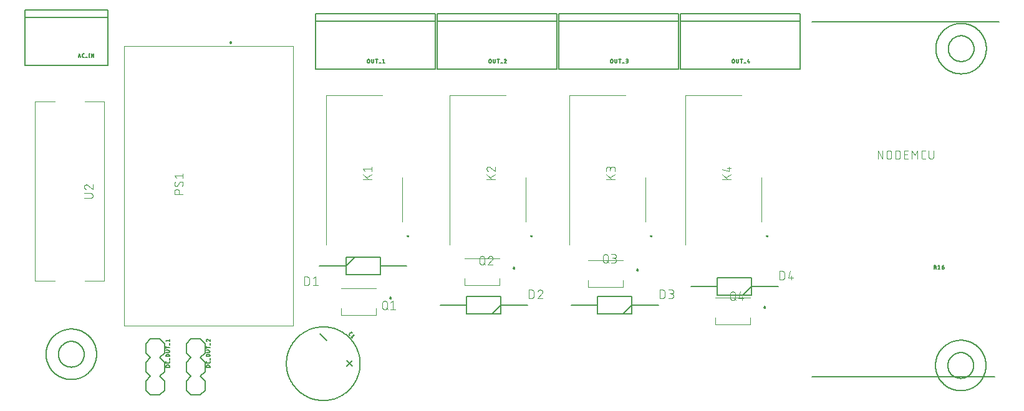
<source format=gbr>
G04 EAGLE Gerber RS-274X export*
G75*
%MOMM*%
%FSLAX34Y34*%
%LPD*%
%INSilkscreen Top*%
%IPPOS*%
%AMOC8*
5,1,8,0,0,1.08239X$1,22.5*%
G01*
%ADD10C,0.203200*%
%ADD11C,0.127000*%
%ADD12C,0.200000*%
%ADD13C,0.101600*%
%ADD14C,0.152400*%
%ADD15C,0.100000*%
%ADD16C,0.100000*%
%ADD17C,0.200000*%


D10*
X114820Y456856D02*
X2820Y456856D01*
X2820Y521856D01*
X2820Y531856D01*
X114820Y531856D01*
X114820Y521856D01*
X114820Y456856D01*
X114820Y521856D02*
X2820Y521856D01*
D11*
X76622Y472821D02*
X75014Y467995D01*
X78231Y467995D02*
X76622Y472821D01*
X77829Y469202D02*
X75416Y469202D01*
X81812Y467995D02*
X82884Y467995D01*
X81812Y467995D02*
X81747Y467997D01*
X81683Y468003D01*
X81619Y468013D01*
X81555Y468026D01*
X81493Y468044D01*
X81432Y468065D01*
X81372Y468089D01*
X81314Y468118D01*
X81257Y468150D01*
X81203Y468185D01*
X81151Y468223D01*
X81101Y468265D01*
X81054Y468309D01*
X81010Y468356D01*
X80968Y468406D01*
X80930Y468458D01*
X80895Y468512D01*
X80863Y468569D01*
X80834Y468627D01*
X80810Y468687D01*
X80789Y468748D01*
X80771Y468810D01*
X80758Y468874D01*
X80748Y468938D01*
X80742Y469002D01*
X80740Y469067D01*
X80739Y469067D02*
X80739Y471749D01*
X80740Y471749D02*
X80742Y471814D01*
X80748Y471878D01*
X80758Y471942D01*
X80771Y472006D01*
X80789Y472068D01*
X80810Y472129D01*
X80834Y472189D01*
X80863Y472247D01*
X80895Y472304D01*
X80930Y472358D01*
X80968Y472410D01*
X81010Y472460D01*
X81054Y472507D01*
X81101Y472551D01*
X81151Y472593D01*
X81203Y472631D01*
X81257Y472666D01*
X81314Y472698D01*
X81372Y472727D01*
X81432Y472751D01*
X81493Y472772D01*
X81555Y472790D01*
X81619Y472803D01*
X81683Y472813D01*
X81747Y472819D01*
X81812Y472821D01*
X82884Y472821D01*
X85060Y467459D02*
X87204Y467459D01*
X89972Y467995D02*
X89972Y472821D01*
X89436Y467995D02*
X90509Y467995D01*
X90509Y472821D02*
X89436Y472821D01*
X93204Y472821D02*
X93204Y467995D01*
X95885Y467995D02*
X93204Y472821D01*
X95885Y472821D02*
X95885Y467995D01*
D10*
X403100Y91581D02*
X412080Y82601D01*
X357590Y51170D02*
X357605Y52397D01*
X357650Y53623D01*
X357725Y54848D01*
X357831Y56071D01*
X357966Y57291D01*
X358131Y58507D01*
X358326Y59718D01*
X358551Y60925D01*
X358805Y62125D01*
X359088Y63319D01*
X359401Y64506D01*
X359743Y65684D01*
X360114Y66854D01*
X360513Y68014D01*
X360940Y69165D01*
X361396Y70304D01*
X361880Y71432D01*
X362391Y72548D01*
X362929Y73651D01*
X363494Y74740D01*
X364086Y75815D01*
X364704Y76875D01*
X365347Y77920D01*
X366017Y78949D01*
X366711Y79960D01*
X367430Y80955D01*
X368173Y81932D01*
X368939Y82890D01*
X369730Y83829D01*
X370542Y84748D01*
X371378Y85647D01*
X372235Y86525D01*
X373113Y87382D01*
X374012Y88218D01*
X374931Y89030D01*
X375870Y89821D01*
X376828Y90587D01*
X377805Y91330D01*
X378800Y92049D01*
X379811Y92743D01*
X380840Y93413D01*
X381885Y94056D01*
X382945Y94674D01*
X384020Y95266D01*
X385109Y95831D01*
X386212Y96369D01*
X387328Y96880D01*
X388456Y97364D01*
X389595Y97820D01*
X390746Y98247D01*
X391906Y98646D01*
X393076Y99017D01*
X394254Y99359D01*
X395441Y99672D01*
X396635Y99955D01*
X397835Y100209D01*
X399042Y100434D01*
X400253Y100629D01*
X401469Y100794D01*
X402689Y100929D01*
X403912Y101035D01*
X405137Y101110D01*
X406363Y101155D01*
X407590Y101170D01*
X408817Y101155D01*
X410043Y101110D01*
X411268Y101035D01*
X412491Y100929D01*
X413711Y100794D01*
X414927Y100629D01*
X416138Y100434D01*
X417345Y100209D01*
X418545Y99955D01*
X419739Y99672D01*
X420926Y99359D01*
X422104Y99017D01*
X423274Y98646D01*
X424434Y98247D01*
X425585Y97820D01*
X426724Y97364D01*
X427852Y96880D01*
X428968Y96369D01*
X430071Y95831D01*
X431160Y95266D01*
X432235Y94674D01*
X433295Y94056D01*
X434340Y93413D01*
X435369Y92743D01*
X436380Y92049D01*
X437375Y91330D01*
X438352Y90587D01*
X439310Y89821D01*
X440249Y89030D01*
X441168Y88218D01*
X442067Y87382D01*
X442945Y86525D01*
X443802Y85647D01*
X444638Y84748D01*
X445450Y83829D01*
X446241Y82890D01*
X447007Y81932D01*
X447750Y80955D01*
X448469Y79960D01*
X449163Y78949D01*
X449833Y77920D01*
X450476Y76875D01*
X451094Y75815D01*
X451686Y74740D01*
X452251Y73651D01*
X452789Y72548D01*
X453300Y71432D01*
X453784Y70304D01*
X454240Y69165D01*
X454667Y68014D01*
X455066Y66854D01*
X455437Y65684D01*
X455779Y64506D01*
X456092Y63319D01*
X456375Y62125D01*
X456629Y60925D01*
X456854Y59718D01*
X457049Y58507D01*
X457214Y57291D01*
X457349Y56071D01*
X457455Y54848D01*
X457530Y53623D01*
X457575Y52397D01*
X457590Y51170D01*
X457575Y49943D01*
X457530Y48717D01*
X457455Y47492D01*
X457349Y46269D01*
X457214Y45049D01*
X457049Y43833D01*
X456854Y42622D01*
X456629Y41415D01*
X456375Y40215D01*
X456092Y39021D01*
X455779Y37834D01*
X455437Y36656D01*
X455066Y35486D01*
X454667Y34326D01*
X454240Y33175D01*
X453784Y32036D01*
X453300Y30908D01*
X452789Y29792D01*
X452251Y28689D01*
X451686Y27600D01*
X451094Y26525D01*
X450476Y25465D01*
X449833Y24420D01*
X449163Y23391D01*
X448469Y22380D01*
X447750Y21385D01*
X447007Y20408D01*
X446241Y19450D01*
X445450Y18511D01*
X444638Y17592D01*
X443802Y16693D01*
X442945Y15815D01*
X442067Y14958D01*
X441168Y14122D01*
X440249Y13310D01*
X439310Y12519D01*
X438352Y11753D01*
X437375Y11010D01*
X436380Y10291D01*
X435369Y9597D01*
X434340Y8927D01*
X433295Y8284D01*
X432235Y7666D01*
X431160Y7074D01*
X430071Y6509D01*
X428968Y5971D01*
X427852Y5460D01*
X426724Y4976D01*
X425585Y4520D01*
X424434Y4093D01*
X423274Y3694D01*
X422104Y3323D01*
X420926Y2981D01*
X419739Y2668D01*
X418545Y2385D01*
X417345Y2131D01*
X416138Y1906D01*
X414927Y1711D01*
X413711Y1546D01*
X412491Y1411D01*
X411268Y1305D01*
X410043Y1230D01*
X408817Y1185D01*
X407590Y1170D01*
X406363Y1185D01*
X405137Y1230D01*
X403912Y1305D01*
X402689Y1411D01*
X401469Y1546D01*
X400253Y1711D01*
X399042Y1906D01*
X397835Y2131D01*
X396635Y2385D01*
X395441Y2668D01*
X394254Y2981D01*
X393076Y3323D01*
X391906Y3694D01*
X390746Y4093D01*
X389595Y4520D01*
X388456Y4976D01*
X387328Y5460D01*
X386212Y5971D01*
X385109Y6509D01*
X384020Y7074D01*
X382945Y7666D01*
X381885Y8284D01*
X380840Y8927D01*
X379811Y9597D01*
X378800Y10291D01*
X377805Y11010D01*
X376828Y11753D01*
X375870Y12519D01*
X374931Y13310D01*
X374012Y14122D01*
X373113Y14958D01*
X372235Y15815D01*
X371378Y16693D01*
X370542Y17592D01*
X369730Y18511D01*
X368939Y19450D01*
X368173Y20408D01*
X367430Y21385D01*
X366711Y22380D01*
X366017Y23391D01*
X365347Y24420D01*
X364704Y25465D01*
X364086Y26525D01*
X363494Y27600D01*
X362929Y28689D01*
X362391Y29792D01*
X361880Y30908D01*
X361396Y32036D01*
X360940Y33175D01*
X360513Y34326D01*
X360114Y35486D01*
X359743Y36656D01*
X359401Y37834D01*
X359088Y39021D01*
X358805Y40215D01*
X358551Y41415D01*
X358326Y42622D01*
X358131Y43833D01*
X357966Y45049D01*
X357831Y46269D01*
X357725Y47492D01*
X357650Y48717D01*
X357605Y49943D01*
X357590Y51170D01*
X439636Y55045D02*
X446821Y47861D01*
X446821Y55045D02*
X439636Y47861D01*
D11*
X443800Y89496D02*
X443042Y90254D01*
X442998Y90301D01*
X442956Y90351D01*
X442918Y90403D01*
X442883Y90457D01*
X442851Y90514D01*
X442822Y90572D01*
X442798Y90632D01*
X442777Y90693D01*
X442759Y90755D01*
X442746Y90819D01*
X442736Y90883D01*
X442730Y90947D01*
X442728Y91012D01*
X442730Y91077D01*
X442736Y91141D01*
X442746Y91205D01*
X442759Y91269D01*
X442777Y91331D01*
X442798Y91392D01*
X442822Y91452D01*
X442851Y91510D01*
X442883Y91567D01*
X442918Y91621D01*
X442956Y91673D01*
X442998Y91723D01*
X443042Y91770D01*
X443042Y91771D02*
X444938Y93666D01*
X444937Y93667D02*
X444984Y93711D01*
X445034Y93753D01*
X445086Y93791D01*
X445141Y93826D01*
X445197Y93858D01*
X445256Y93886D01*
X445315Y93911D01*
X445377Y93932D01*
X445439Y93950D01*
X445503Y93963D01*
X445567Y93973D01*
X445631Y93979D01*
X445696Y93981D01*
X445761Y93979D01*
X445825Y93973D01*
X445889Y93963D01*
X445953Y93950D01*
X446015Y93932D01*
X446076Y93911D01*
X446136Y93886D01*
X446195Y93858D01*
X446251Y93826D01*
X446305Y93791D01*
X446358Y93753D01*
X446407Y93711D01*
X446455Y93667D01*
X446455Y93666D02*
X447213Y92908D01*
X448191Y90413D02*
X449897Y90224D01*
X446485Y86811D01*
X445537Y87759D02*
X447433Y85863D01*
D12*
X438410Y195646D02*
X484910Y195646D01*
X484910Y172146D01*
X438410Y172146D01*
X438410Y195646D01*
X438410Y183896D02*
X450160Y195646D01*
X438410Y183896D02*
X402540Y183896D01*
X484910Y183896D02*
X520780Y183896D01*
D13*
X382009Y169418D02*
X382009Y157734D01*
X382009Y169418D02*
X385255Y169418D01*
X385368Y169416D01*
X385481Y169410D01*
X385594Y169400D01*
X385707Y169386D01*
X385819Y169369D01*
X385930Y169347D01*
X386040Y169322D01*
X386150Y169292D01*
X386258Y169259D01*
X386365Y169222D01*
X386471Y169182D01*
X386575Y169137D01*
X386678Y169089D01*
X386779Y169038D01*
X386878Y168983D01*
X386975Y168925D01*
X387070Y168863D01*
X387163Y168798D01*
X387253Y168730D01*
X387341Y168659D01*
X387427Y168584D01*
X387510Y168507D01*
X387590Y168427D01*
X387667Y168344D01*
X387742Y168258D01*
X387813Y168170D01*
X387881Y168080D01*
X387946Y167987D01*
X388008Y167892D01*
X388066Y167795D01*
X388121Y167696D01*
X388172Y167595D01*
X388220Y167492D01*
X388265Y167388D01*
X388305Y167282D01*
X388342Y167175D01*
X388375Y167067D01*
X388405Y166957D01*
X388430Y166847D01*
X388452Y166736D01*
X388469Y166624D01*
X388483Y166511D01*
X388493Y166398D01*
X388499Y166285D01*
X388501Y166172D01*
X388500Y166172D02*
X388500Y160980D01*
X388501Y160980D02*
X388499Y160867D01*
X388493Y160754D01*
X388483Y160641D01*
X388469Y160528D01*
X388452Y160416D01*
X388430Y160305D01*
X388405Y160195D01*
X388375Y160085D01*
X388342Y159977D01*
X388305Y159870D01*
X388265Y159764D01*
X388220Y159660D01*
X388172Y159557D01*
X388121Y159456D01*
X388066Y159357D01*
X388008Y159260D01*
X387946Y159165D01*
X387881Y159072D01*
X387813Y158982D01*
X387742Y158894D01*
X387667Y158808D01*
X387590Y158725D01*
X387510Y158645D01*
X387427Y158568D01*
X387341Y158493D01*
X387253Y158422D01*
X387163Y158354D01*
X387070Y158289D01*
X386975Y158227D01*
X386878Y158169D01*
X386779Y158114D01*
X386678Y158063D01*
X386575Y158015D01*
X386471Y157970D01*
X386365Y157930D01*
X386258Y157893D01*
X386150Y157860D01*
X386040Y157830D01*
X385930Y157805D01*
X385819Y157783D01*
X385707Y157766D01*
X385594Y157752D01*
X385481Y157742D01*
X385368Y157736D01*
X385255Y157734D01*
X382009Y157734D01*
X393820Y166822D02*
X397065Y169418D01*
X397065Y157734D01*
X393820Y157734D02*
X400311Y157734D01*
D12*
X602210Y118806D02*
X648710Y118806D01*
X602210Y118806D02*
X602210Y142306D01*
X648710Y142306D01*
X648710Y118806D01*
X648710Y130556D02*
X636960Y118806D01*
X648710Y130556D02*
X684580Y130556D01*
X602210Y130556D02*
X566340Y130556D01*
D13*
X686809Y139954D02*
X686809Y151638D01*
X690055Y151638D01*
X690168Y151636D01*
X690281Y151630D01*
X690394Y151620D01*
X690507Y151606D01*
X690619Y151589D01*
X690730Y151567D01*
X690840Y151542D01*
X690950Y151512D01*
X691058Y151479D01*
X691165Y151442D01*
X691271Y151402D01*
X691375Y151357D01*
X691478Y151309D01*
X691579Y151258D01*
X691678Y151203D01*
X691775Y151145D01*
X691870Y151083D01*
X691963Y151018D01*
X692053Y150950D01*
X692141Y150879D01*
X692227Y150804D01*
X692310Y150727D01*
X692390Y150647D01*
X692467Y150564D01*
X692542Y150478D01*
X692613Y150390D01*
X692681Y150300D01*
X692746Y150207D01*
X692808Y150112D01*
X692866Y150015D01*
X692921Y149916D01*
X692972Y149815D01*
X693020Y149712D01*
X693065Y149608D01*
X693105Y149502D01*
X693142Y149395D01*
X693175Y149287D01*
X693205Y149177D01*
X693230Y149067D01*
X693252Y148956D01*
X693269Y148844D01*
X693283Y148731D01*
X693293Y148618D01*
X693299Y148505D01*
X693301Y148392D01*
X693300Y148392D02*
X693300Y143200D01*
X693301Y143200D02*
X693299Y143087D01*
X693293Y142974D01*
X693283Y142861D01*
X693269Y142748D01*
X693252Y142636D01*
X693230Y142525D01*
X693205Y142415D01*
X693175Y142305D01*
X693142Y142197D01*
X693105Y142090D01*
X693065Y141984D01*
X693020Y141880D01*
X692972Y141777D01*
X692921Y141676D01*
X692866Y141577D01*
X692808Y141480D01*
X692746Y141385D01*
X692681Y141292D01*
X692613Y141202D01*
X692542Y141114D01*
X692467Y141028D01*
X692390Y140945D01*
X692310Y140865D01*
X692227Y140788D01*
X692141Y140713D01*
X692053Y140642D01*
X691963Y140574D01*
X691870Y140509D01*
X691775Y140447D01*
X691678Y140389D01*
X691579Y140334D01*
X691478Y140283D01*
X691375Y140235D01*
X691271Y140190D01*
X691165Y140150D01*
X691058Y140113D01*
X690950Y140080D01*
X690840Y140050D01*
X690730Y140025D01*
X690619Y140003D01*
X690507Y139986D01*
X690394Y139972D01*
X690281Y139962D01*
X690168Y139956D01*
X690055Y139954D01*
X686809Y139954D01*
X702190Y151638D02*
X702297Y151636D01*
X702403Y151630D01*
X702509Y151620D01*
X702615Y151607D01*
X702721Y151589D01*
X702825Y151568D01*
X702929Y151543D01*
X703032Y151514D01*
X703133Y151482D01*
X703233Y151445D01*
X703332Y151405D01*
X703430Y151362D01*
X703526Y151315D01*
X703620Y151264D01*
X703712Y151210D01*
X703802Y151153D01*
X703890Y151093D01*
X703975Y151029D01*
X704058Y150962D01*
X704139Y150892D01*
X704217Y150820D01*
X704293Y150744D01*
X704365Y150666D01*
X704435Y150585D01*
X704502Y150502D01*
X704566Y150417D01*
X704626Y150329D01*
X704683Y150239D01*
X704737Y150147D01*
X704788Y150053D01*
X704835Y149957D01*
X704878Y149859D01*
X704918Y149760D01*
X704955Y149660D01*
X704987Y149559D01*
X705016Y149456D01*
X705041Y149352D01*
X705062Y149248D01*
X705080Y149142D01*
X705093Y149036D01*
X705103Y148930D01*
X705109Y148824D01*
X705111Y148717D01*
X702190Y151638D02*
X702069Y151636D01*
X701948Y151630D01*
X701828Y151620D01*
X701707Y151607D01*
X701588Y151589D01*
X701468Y151568D01*
X701350Y151543D01*
X701233Y151514D01*
X701116Y151481D01*
X701001Y151445D01*
X700887Y151404D01*
X700774Y151361D01*
X700662Y151313D01*
X700553Y151262D01*
X700445Y151207D01*
X700338Y151149D01*
X700234Y151088D01*
X700132Y151023D01*
X700032Y150955D01*
X699934Y150884D01*
X699838Y150810D01*
X699745Y150733D01*
X699655Y150652D01*
X699567Y150569D01*
X699482Y150483D01*
X699399Y150394D01*
X699320Y150303D01*
X699243Y150209D01*
X699170Y150113D01*
X699100Y150015D01*
X699033Y149914D01*
X698969Y149811D01*
X698909Y149706D01*
X698852Y149599D01*
X698798Y149491D01*
X698748Y149381D01*
X698702Y149269D01*
X698659Y149156D01*
X698620Y149041D01*
X704138Y146445D02*
X704217Y146522D01*
X704293Y146603D01*
X704366Y146686D01*
X704436Y146771D01*
X704503Y146859D01*
X704567Y146949D01*
X704627Y147041D01*
X704684Y147136D01*
X704738Y147232D01*
X704789Y147330D01*
X704836Y147430D01*
X704880Y147532D01*
X704920Y147635D01*
X704956Y147739D01*
X704988Y147845D01*
X705017Y147951D01*
X705042Y148059D01*
X705064Y148167D01*
X705081Y148277D01*
X705095Y148386D01*
X705104Y148496D01*
X705110Y148607D01*
X705112Y148717D01*
X704137Y146445D02*
X698620Y139954D01*
X705111Y139954D01*
D12*
X780010Y118806D02*
X826510Y118806D01*
X780010Y118806D02*
X780010Y142306D01*
X826510Y142306D01*
X826510Y118806D01*
X826510Y130556D02*
X814760Y118806D01*
X826510Y130556D02*
X862380Y130556D01*
X780010Y130556D02*
X744140Y130556D01*
D13*
X864609Y139954D02*
X864609Y151638D01*
X867855Y151638D01*
X867968Y151636D01*
X868081Y151630D01*
X868194Y151620D01*
X868307Y151606D01*
X868419Y151589D01*
X868530Y151567D01*
X868640Y151542D01*
X868750Y151512D01*
X868858Y151479D01*
X868965Y151442D01*
X869071Y151402D01*
X869175Y151357D01*
X869278Y151309D01*
X869379Y151258D01*
X869478Y151203D01*
X869575Y151145D01*
X869670Y151083D01*
X869763Y151018D01*
X869853Y150950D01*
X869941Y150879D01*
X870027Y150804D01*
X870110Y150727D01*
X870190Y150647D01*
X870267Y150564D01*
X870342Y150478D01*
X870413Y150390D01*
X870481Y150300D01*
X870546Y150207D01*
X870608Y150112D01*
X870666Y150015D01*
X870721Y149916D01*
X870772Y149815D01*
X870820Y149712D01*
X870865Y149608D01*
X870905Y149502D01*
X870942Y149395D01*
X870975Y149287D01*
X871005Y149177D01*
X871030Y149067D01*
X871052Y148956D01*
X871069Y148844D01*
X871083Y148731D01*
X871093Y148618D01*
X871099Y148505D01*
X871101Y148392D01*
X871100Y148392D02*
X871100Y143200D01*
X871101Y143200D02*
X871099Y143087D01*
X871093Y142974D01*
X871083Y142861D01*
X871069Y142748D01*
X871052Y142636D01*
X871030Y142525D01*
X871005Y142415D01*
X870975Y142305D01*
X870942Y142197D01*
X870905Y142090D01*
X870865Y141984D01*
X870820Y141880D01*
X870772Y141777D01*
X870721Y141676D01*
X870666Y141577D01*
X870608Y141480D01*
X870546Y141385D01*
X870481Y141292D01*
X870413Y141202D01*
X870342Y141114D01*
X870267Y141028D01*
X870190Y140945D01*
X870110Y140865D01*
X870027Y140788D01*
X869941Y140713D01*
X869853Y140642D01*
X869763Y140574D01*
X869670Y140509D01*
X869575Y140447D01*
X869478Y140389D01*
X869379Y140334D01*
X869278Y140283D01*
X869175Y140235D01*
X869071Y140190D01*
X868965Y140150D01*
X868858Y140113D01*
X868750Y140080D01*
X868640Y140050D01*
X868530Y140025D01*
X868419Y140003D01*
X868307Y139986D01*
X868194Y139972D01*
X868081Y139962D01*
X867968Y139956D01*
X867855Y139954D01*
X864609Y139954D01*
X876420Y139954D02*
X879665Y139954D01*
X879778Y139956D01*
X879891Y139962D01*
X880004Y139972D01*
X880117Y139986D01*
X880229Y140003D01*
X880340Y140025D01*
X880450Y140050D01*
X880560Y140080D01*
X880668Y140113D01*
X880775Y140150D01*
X880881Y140190D01*
X880985Y140235D01*
X881088Y140283D01*
X881189Y140334D01*
X881288Y140389D01*
X881385Y140447D01*
X881480Y140509D01*
X881573Y140574D01*
X881663Y140642D01*
X881751Y140713D01*
X881837Y140788D01*
X881920Y140865D01*
X882000Y140945D01*
X882077Y141028D01*
X882152Y141114D01*
X882223Y141202D01*
X882291Y141292D01*
X882356Y141385D01*
X882418Y141480D01*
X882476Y141577D01*
X882531Y141676D01*
X882582Y141777D01*
X882630Y141880D01*
X882675Y141984D01*
X882715Y142090D01*
X882752Y142197D01*
X882785Y142305D01*
X882815Y142415D01*
X882840Y142525D01*
X882862Y142636D01*
X882879Y142748D01*
X882893Y142861D01*
X882903Y142974D01*
X882909Y143087D01*
X882911Y143200D01*
X882909Y143313D01*
X882903Y143426D01*
X882893Y143539D01*
X882879Y143652D01*
X882862Y143764D01*
X882840Y143875D01*
X882815Y143985D01*
X882785Y144095D01*
X882752Y144203D01*
X882715Y144310D01*
X882675Y144416D01*
X882630Y144520D01*
X882582Y144623D01*
X882531Y144724D01*
X882476Y144823D01*
X882418Y144920D01*
X882356Y145015D01*
X882291Y145108D01*
X882223Y145198D01*
X882152Y145286D01*
X882077Y145372D01*
X882000Y145455D01*
X881920Y145535D01*
X881837Y145612D01*
X881751Y145687D01*
X881663Y145758D01*
X881573Y145826D01*
X881480Y145891D01*
X881385Y145953D01*
X881288Y146011D01*
X881189Y146066D01*
X881088Y146117D01*
X880985Y146165D01*
X880881Y146210D01*
X880775Y146250D01*
X880668Y146287D01*
X880560Y146320D01*
X880450Y146350D01*
X880340Y146375D01*
X880229Y146397D01*
X880117Y146414D01*
X880004Y146428D01*
X879891Y146438D01*
X879778Y146444D01*
X879665Y146446D01*
X880315Y151638D02*
X876420Y151638D01*
X880315Y151638D02*
X880416Y151636D01*
X880516Y151630D01*
X880616Y151620D01*
X880716Y151607D01*
X880815Y151589D01*
X880914Y151568D01*
X881011Y151543D01*
X881108Y151514D01*
X881203Y151481D01*
X881297Y151445D01*
X881389Y151405D01*
X881480Y151362D01*
X881569Y151315D01*
X881656Y151265D01*
X881742Y151211D01*
X881825Y151154D01*
X881905Y151094D01*
X881984Y151031D01*
X882060Y150964D01*
X882133Y150895D01*
X882203Y150823D01*
X882271Y150749D01*
X882336Y150672D01*
X882397Y150592D01*
X882456Y150510D01*
X882511Y150426D01*
X882563Y150340D01*
X882612Y150252D01*
X882657Y150162D01*
X882699Y150070D01*
X882737Y149977D01*
X882771Y149882D01*
X882802Y149787D01*
X882829Y149690D01*
X882852Y149592D01*
X882872Y149493D01*
X882887Y149393D01*
X882899Y149293D01*
X882907Y149193D01*
X882911Y149092D01*
X882911Y148992D01*
X882907Y148891D01*
X882899Y148791D01*
X882887Y148691D01*
X882872Y148591D01*
X882852Y148492D01*
X882829Y148394D01*
X882802Y148297D01*
X882771Y148202D01*
X882737Y148107D01*
X882699Y148014D01*
X882657Y147922D01*
X882612Y147832D01*
X882563Y147744D01*
X882511Y147658D01*
X882456Y147574D01*
X882397Y147492D01*
X882336Y147412D01*
X882271Y147335D01*
X882203Y147261D01*
X882133Y147189D01*
X882060Y147120D01*
X881984Y147053D01*
X881905Y146990D01*
X881825Y146930D01*
X881742Y146873D01*
X881656Y146819D01*
X881569Y146769D01*
X881480Y146722D01*
X881389Y146679D01*
X881297Y146639D01*
X881203Y146603D01*
X881108Y146570D01*
X881011Y146541D01*
X880914Y146516D01*
X880815Y146495D01*
X880716Y146477D01*
X880616Y146464D01*
X880516Y146454D01*
X880416Y146448D01*
X880315Y146446D01*
X880315Y146445D02*
X877718Y146445D01*
D12*
X942570Y144206D02*
X989070Y144206D01*
X942570Y144206D02*
X942570Y167706D01*
X989070Y167706D01*
X989070Y144206D01*
X989070Y155956D02*
X977320Y144206D01*
X989070Y155956D02*
X1024940Y155956D01*
X942570Y155956D02*
X906700Y155956D01*
D13*
X1027169Y165354D02*
X1027169Y177038D01*
X1030415Y177038D01*
X1030528Y177036D01*
X1030641Y177030D01*
X1030754Y177020D01*
X1030867Y177006D01*
X1030979Y176989D01*
X1031090Y176967D01*
X1031200Y176942D01*
X1031310Y176912D01*
X1031418Y176879D01*
X1031525Y176842D01*
X1031631Y176802D01*
X1031735Y176757D01*
X1031838Y176709D01*
X1031939Y176658D01*
X1032038Y176603D01*
X1032135Y176545D01*
X1032230Y176483D01*
X1032323Y176418D01*
X1032413Y176350D01*
X1032501Y176279D01*
X1032587Y176204D01*
X1032670Y176127D01*
X1032750Y176047D01*
X1032827Y175964D01*
X1032902Y175878D01*
X1032973Y175790D01*
X1033041Y175700D01*
X1033106Y175607D01*
X1033168Y175512D01*
X1033226Y175415D01*
X1033281Y175316D01*
X1033332Y175215D01*
X1033380Y175112D01*
X1033425Y175008D01*
X1033465Y174902D01*
X1033502Y174795D01*
X1033535Y174687D01*
X1033565Y174577D01*
X1033590Y174467D01*
X1033612Y174356D01*
X1033629Y174244D01*
X1033643Y174131D01*
X1033653Y174018D01*
X1033659Y173905D01*
X1033661Y173792D01*
X1033660Y173792D02*
X1033660Y168600D01*
X1033661Y168600D02*
X1033659Y168487D01*
X1033653Y168374D01*
X1033643Y168261D01*
X1033629Y168148D01*
X1033612Y168036D01*
X1033590Y167925D01*
X1033565Y167815D01*
X1033535Y167705D01*
X1033502Y167597D01*
X1033465Y167490D01*
X1033425Y167384D01*
X1033380Y167280D01*
X1033332Y167177D01*
X1033281Y167076D01*
X1033226Y166977D01*
X1033168Y166880D01*
X1033106Y166785D01*
X1033041Y166692D01*
X1032973Y166602D01*
X1032902Y166514D01*
X1032827Y166428D01*
X1032750Y166345D01*
X1032670Y166265D01*
X1032587Y166188D01*
X1032501Y166113D01*
X1032413Y166042D01*
X1032323Y165974D01*
X1032230Y165909D01*
X1032135Y165847D01*
X1032038Y165789D01*
X1031939Y165734D01*
X1031838Y165683D01*
X1031735Y165635D01*
X1031631Y165590D01*
X1031525Y165550D01*
X1031418Y165513D01*
X1031310Y165480D01*
X1031200Y165450D01*
X1031090Y165425D01*
X1030979Y165403D01*
X1030867Y165386D01*
X1030754Y165372D01*
X1030641Y165362D01*
X1030528Y165356D01*
X1030415Y165354D01*
X1027169Y165354D01*
X1038980Y167950D02*
X1041576Y177038D01*
X1038980Y167950D02*
X1045471Y167950D01*
X1043524Y170547D02*
X1043524Y165354D01*
D10*
X192024Y27686D02*
X185674Y34036D01*
X192024Y27686D02*
X192024Y14986D01*
X185674Y8636D01*
X172974Y8636D02*
X166624Y14986D01*
X166624Y27686D01*
X172974Y34036D01*
X192024Y65786D02*
X192024Y78486D01*
X192024Y65786D02*
X185674Y59436D01*
X172974Y59436D02*
X166624Y65786D01*
X185674Y59436D02*
X192024Y53086D01*
X192024Y40386D01*
X185674Y34036D01*
X172974Y34036D02*
X166624Y40386D01*
X166624Y53086D01*
X172974Y59436D01*
X172974Y84836D02*
X185674Y84836D01*
X192024Y78486D01*
X172974Y84836D02*
X166624Y78486D01*
X166624Y65786D01*
X172974Y8636D02*
X185674Y8636D01*
D11*
X193929Y46407D02*
X198755Y46407D01*
X193929Y46407D02*
X193929Y47748D01*
X193931Y47818D01*
X193936Y47888D01*
X193946Y47958D01*
X193958Y48027D01*
X193975Y48095D01*
X193995Y48162D01*
X194018Y48229D01*
X194045Y48293D01*
X194075Y48357D01*
X194109Y48419D01*
X194145Y48478D01*
X194185Y48536D01*
X194228Y48592D01*
X194273Y48645D01*
X194322Y48696D01*
X194373Y48745D01*
X194426Y48790D01*
X194482Y48833D01*
X194540Y48873D01*
X194600Y48909D01*
X194661Y48943D01*
X194725Y48973D01*
X194789Y49000D01*
X194856Y49023D01*
X194923Y49043D01*
X194991Y49060D01*
X195060Y49072D01*
X195130Y49082D01*
X195200Y49087D01*
X195270Y49089D01*
X195270Y49088D02*
X197414Y49088D01*
X197414Y49089D02*
X197484Y49087D01*
X197554Y49082D01*
X197624Y49072D01*
X197693Y49060D01*
X197761Y49043D01*
X197828Y49023D01*
X197895Y49000D01*
X197959Y48973D01*
X198023Y48943D01*
X198085Y48909D01*
X198144Y48873D01*
X198202Y48833D01*
X198258Y48790D01*
X198311Y48745D01*
X198362Y48696D01*
X198411Y48645D01*
X198456Y48592D01*
X198499Y48536D01*
X198539Y48478D01*
X198575Y48418D01*
X198609Y48357D01*
X198639Y48293D01*
X198666Y48229D01*
X198689Y48162D01*
X198709Y48095D01*
X198726Y48027D01*
X198738Y47958D01*
X198748Y47888D01*
X198753Y47818D01*
X198755Y47748D01*
X198755Y46407D01*
X198755Y53120D02*
X198755Y54193D01*
X198755Y53120D02*
X198753Y53055D01*
X198747Y52991D01*
X198737Y52927D01*
X198724Y52863D01*
X198706Y52801D01*
X198685Y52740D01*
X198661Y52680D01*
X198632Y52622D01*
X198600Y52565D01*
X198565Y52511D01*
X198527Y52459D01*
X198485Y52409D01*
X198441Y52362D01*
X198394Y52318D01*
X198344Y52276D01*
X198292Y52238D01*
X198238Y52203D01*
X198181Y52171D01*
X198123Y52142D01*
X198063Y52118D01*
X198002Y52097D01*
X197940Y52079D01*
X197876Y52066D01*
X197812Y52056D01*
X197748Y52050D01*
X197683Y52048D01*
X195001Y52048D01*
X195001Y52047D02*
X194936Y52049D01*
X194872Y52055D01*
X194808Y52065D01*
X194744Y52078D01*
X194682Y52096D01*
X194621Y52117D01*
X194561Y52142D01*
X194502Y52170D01*
X194446Y52202D01*
X194391Y52237D01*
X194339Y52275D01*
X194289Y52317D01*
X194242Y52361D01*
X194198Y52408D01*
X194156Y52458D01*
X194118Y52510D01*
X194083Y52565D01*
X194051Y52621D01*
X194023Y52680D01*
X193998Y52739D01*
X193977Y52801D01*
X193959Y52863D01*
X193946Y52927D01*
X193936Y52991D01*
X193930Y53055D01*
X193928Y53120D01*
X193929Y53120D02*
X193929Y54193D01*
X199291Y56368D02*
X199291Y58513D01*
X197414Y61038D02*
X195270Y61038D01*
X195270Y61037D02*
X195199Y61039D01*
X195127Y61045D01*
X195057Y61054D01*
X194987Y61067D01*
X194917Y61084D01*
X194849Y61105D01*
X194782Y61129D01*
X194716Y61157D01*
X194652Y61188D01*
X194589Y61223D01*
X194529Y61261D01*
X194470Y61302D01*
X194414Y61346D01*
X194360Y61393D01*
X194309Y61442D01*
X194261Y61495D01*
X194215Y61550D01*
X194173Y61607D01*
X194133Y61667D01*
X194097Y61728D01*
X194064Y61792D01*
X194035Y61857D01*
X194009Y61923D01*
X193986Y61991D01*
X193967Y62060D01*
X193952Y62130D01*
X193941Y62200D01*
X193933Y62271D01*
X193929Y62342D01*
X193929Y62414D01*
X193933Y62485D01*
X193941Y62556D01*
X193952Y62626D01*
X193967Y62696D01*
X193986Y62765D01*
X194009Y62833D01*
X194035Y62899D01*
X194064Y62964D01*
X194097Y63028D01*
X194133Y63089D01*
X194173Y63149D01*
X194215Y63206D01*
X194261Y63261D01*
X194309Y63314D01*
X194360Y63363D01*
X194414Y63410D01*
X194470Y63454D01*
X194529Y63495D01*
X194589Y63533D01*
X194652Y63568D01*
X194716Y63599D01*
X194782Y63627D01*
X194849Y63651D01*
X194917Y63672D01*
X194987Y63689D01*
X195057Y63702D01*
X195127Y63711D01*
X195199Y63717D01*
X195270Y63719D01*
X197414Y63719D01*
X197485Y63717D01*
X197557Y63711D01*
X197627Y63702D01*
X197697Y63689D01*
X197767Y63672D01*
X197835Y63651D01*
X197902Y63627D01*
X197968Y63599D01*
X198032Y63568D01*
X198095Y63533D01*
X198155Y63495D01*
X198214Y63454D01*
X198270Y63410D01*
X198324Y63363D01*
X198375Y63314D01*
X198423Y63261D01*
X198469Y63206D01*
X198511Y63149D01*
X198551Y63089D01*
X198587Y63028D01*
X198620Y62964D01*
X198649Y62899D01*
X198675Y62833D01*
X198698Y62765D01*
X198717Y62696D01*
X198732Y62626D01*
X198743Y62556D01*
X198751Y62485D01*
X198755Y62414D01*
X198755Y62342D01*
X198751Y62271D01*
X198743Y62200D01*
X198732Y62130D01*
X198717Y62060D01*
X198698Y61991D01*
X198675Y61923D01*
X198649Y61857D01*
X198620Y61792D01*
X198587Y61728D01*
X198551Y61667D01*
X198511Y61607D01*
X198469Y61550D01*
X198423Y61495D01*
X198375Y61442D01*
X198324Y61393D01*
X198270Y61346D01*
X198214Y61302D01*
X198155Y61261D01*
X198095Y61223D01*
X198032Y61188D01*
X197968Y61157D01*
X197902Y61129D01*
X197835Y61105D01*
X197767Y61084D01*
X197697Y61067D01*
X197627Y61054D01*
X197557Y61045D01*
X197485Y61039D01*
X197414Y61037D01*
X197414Y66707D02*
X193929Y66707D01*
X197414Y66706D02*
X197485Y66708D01*
X197557Y66714D01*
X197627Y66723D01*
X197697Y66736D01*
X197767Y66753D01*
X197835Y66774D01*
X197902Y66798D01*
X197968Y66826D01*
X198032Y66857D01*
X198095Y66892D01*
X198155Y66930D01*
X198214Y66971D01*
X198270Y67015D01*
X198324Y67062D01*
X198375Y67111D01*
X198423Y67164D01*
X198469Y67219D01*
X198511Y67276D01*
X198551Y67336D01*
X198587Y67397D01*
X198620Y67461D01*
X198649Y67526D01*
X198675Y67592D01*
X198698Y67660D01*
X198717Y67729D01*
X198732Y67799D01*
X198743Y67869D01*
X198751Y67940D01*
X198755Y68011D01*
X198755Y68083D01*
X198751Y68154D01*
X198743Y68225D01*
X198732Y68295D01*
X198717Y68365D01*
X198698Y68434D01*
X198675Y68502D01*
X198649Y68568D01*
X198620Y68633D01*
X198587Y68697D01*
X198551Y68758D01*
X198511Y68818D01*
X198469Y68875D01*
X198423Y68930D01*
X198375Y68983D01*
X198324Y69032D01*
X198270Y69079D01*
X198214Y69123D01*
X198155Y69164D01*
X198095Y69202D01*
X198032Y69237D01*
X197968Y69268D01*
X197902Y69296D01*
X197835Y69320D01*
X197767Y69341D01*
X197697Y69358D01*
X197627Y69371D01*
X197557Y69380D01*
X197485Y69386D01*
X197414Y69388D01*
X193929Y69388D01*
X193929Y73351D02*
X198755Y73351D01*
X193929Y72010D02*
X193929Y74691D01*
X199291Y76850D02*
X199291Y78995D01*
X195001Y81520D02*
X193929Y82860D01*
X198755Y82860D01*
X198755Y81520D02*
X198755Y84201D01*
D10*
X240538Y34036D02*
X246888Y27686D01*
X246888Y14986D01*
X240538Y8636D01*
X227838Y8636D02*
X221488Y14986D01*
X221488Y27686D01*
X227838Y34036D01*
X246888Y65786D02*
X246888Y78486D01*
X246888Y65786D02*
X240538Y59436D01*
X227838Y59436D02*
X221488Y65786D01*
X240538Y59436D02*
X246888Y53086D01*
X246888Y40386D01*
X240538Y34036D01*
X227838Y34036D02*
X221488Y40386D01*
X221488Y53086D01*
X227838Y59436D01*
X227838Y84836D02*
X240538Y84836D01*
X246888Y78486D01*
X227838Y84836D02*
X221488Y78486D01*
X221488Y65786D01*
X227838Y8636D02*
X240538Y8636D01*
D11*
X248793Y46407D02*
X253619Y46407D01*
X248793Y46407D02*
X248793Y47748D01*
X248795Y47818D01*
X248800Y47888D01*
X248810Y47958D01*
X248822Y48027D01*
X248839Y48095D01*
X248859Y48162D01*
X248882Y48229D01*
X248909Y48293D01*
X248939Y48357D01*
X248973Y48419D01*
X249009Y48478D01*
X249049Y48536D01*
X249092Y48592D01*
X249137Y48645D01*
X249186Y48696D01*
X249237Y48745D01*
X249290Y48790D01*
X249346Y48833D01*
X249404Y48873D01*
X249464Y48909D01*
X249525Y48943D01*
X249589Y48973D01*
X249653Y49000D01*
X249720Y49023D01*
X249787Y49043D01*
X249855Y49060D01*
X249924Y49072D01*
X249994Y49082D01*
X250064Y49087D01*
X250134Y49089D01*
X250134Y49088D02*
X252278Y49088D01*
X252278Y49089D02*
X252348Y49087D01*
X252418Y49082D01*
X252488Y49072D01*
X252557Y49060D01*
X252625Y49043D01*
X252692Y49023D01*
X252759Y49000D01*
X252823Y48973D01*
X252887Y48943D01*
X252949Y48909D01*
X253008Y48873D01*
X253066Y48833D01*
X253122Y48790D01*
X253175Y48745D01*
X253226Y48696D01*
X253275Y48645D01*
X253320Y48592D01*
X253363Y48536D01*
X253403Y48478D01*
X253439Y48418D01*
X253473Y48357D01*
X253503Y48293D01*
X253530Y48229D01*
X253553Y48162D01*
X253573Y48095D01*
X253590Y48027D01*
X253602Y47958D01*
X253612Y47888D01*
X253617Y47818D01*
X253619Y47748D01*
X253619Y46407D01*
X253619Y53120D02*
X253619Y54193D01*
X253619Y53120D02*
X253617Y53055D01*
X253611Y52991D01*
X253601Y52927D01*
X253588Y52863D01*
X253570Y52801D01*
X253549Y52740D01*
X253525Y52680D01*
X253496Y52622D01*
X253464Y52565D01*
X253429Y52511D01*
X253391Y52459D01*
X253349Y52409D01*
X253305Y52362D01*
X253258Y52318D01*
X253208Y52276D01*
X253156Y52238D01*
X253102Y52203D01*
X253045Y52171D01*
X252987Y52142D01*
X252927Y52118D01*
X252866Y52097D01*
X252804Y52079D01*
X252740Y52066D01*
X252676Y52056D01*
X252612Y52050D01*
X252547Y52048D01*
X249865Y52048D01*
X249865Y52047D02*
X249800Y52049D01*
X249736Y52055D01*
X249672Y52065D01*
X249608Y52078D01*
X249546Y52096D01*
X249485Y52117D01*
X249425Y52142D01*
X249366Y52170D01*
X249310Y52202D01*
X249255Y52237D01*
X249203Y52275D01*
X249153Y52317D01*
X249106Y52361D01*
X249062Y52408D01*
X249020Y52458D01*
X248982Y52510D01*
X248947Y52565D01*
X248915Y52621D01*
X248887Y52680D01*
X248862Y52739D01*
X248841Y52801D01*
X248823Y52863D01*
X248810Y52927D01*
X248800Y52991D01*
X248794Y53055D01*
X248792Y53120D01*
X248793Y53120D02*
X248793Y54193D01*
X254155Y56368D02*
X254155Y58513D01*
X252278Y61038D02*
X250134Y61038D01*
X250134Y61037D02*
X250063Y61039D01*
X249991Y61045D01*
X249921Y61054D01*
X249851Y61067D01*
X249781Y61084D01*
X249713Y61105D01*
X249646Y61129D01*
X249580Y61157D01*
X249516Y61188D01*
X249453Y61223D01*
X249393Y61261D01*
X249334Y61302D01*
X249278Y61346D01*
X249224Y61393D01*
X249173Y61442D01*
X249125Y61495D01*
X249079Y61550D01*
X249037Y61607D01*
X248997Y61667D01*
X248961Y61728D01*
X248928Y61792D01*
X248899Y61857D01*
X248873Y61923D01*
X248850Y61991D01*
X248831Y62060D01*
X248816Y62130D01*
X248805Y62200D01*
X248797Y62271D01*
X248793Y62342D01*
X248793Y62414D01*
X248797Y62485D01*
X248805Y62556D01*
X248816Y62626D01*
X248831Y62696D01*
X248850Y62765D01*
X248873Y62833D01*
X248899Y62899D01*
X248928Y62964D01*
X248961Y63028D01*
X248997Y63089D01*
X249037Y63149D01*
X249079Y63206D01*
X249125Y63261D01*
X249173Y63314D01*
X249224Y63363D01*
X249278Y63410D01*
X249334Y63454D01*
X249393Y63495D01*
X249453Y63533D01*
X249516Y63568D01*
X249580Y63599D01*
X249646Y63627D01*
X249713Y63651D01*
X249781Y63672D01*
X249851Y63689D01*
X249921Y63702D01*
X249991Y63711D01*
X250063Y63717D01*
X250134Y63719D01*
X252278Y63719D01*
X252349Y63717D01*
X252421Y63711D01*
X252491Y63702D01*
X252561Y63689D01*
X252631Y63672D01*
X252699Y63651D01*
X252766Y63627D01*
X252832Y63599D01*
X252896Y63568D01*
X252959Y63533D01*
X253019Y63495D01*
X253078Y63454D01*
X253134Y63410D01*
X253188Y63363D01*
X253239Y63314D01*
X253287Y63261D01*
X253333Y63206D01*
X253375Y63149D01*
X253415Y63089D01*
X253451Y63028D01*
X253484Y62964D01*
X253513Y62899D01*
X253539Y62833D01*
X253562Y62765D01*
X253581Y62696D01*
X253596Y62626D01*
X253607Y62556D01*
X253615Y62485D01*
X253619Y62414D01*
X253619Y62342D01*
X253615Y62271D01*
X253607Y62200D01*
X253596Y62130D01*
X253581Y62060D01*
X253562Y61991D01*
X253539Y61923D01*
X253513Y61857D01*
X253484Y61792D01*
X253451Y61728D01*
X253415Y61667D01*
X253375Y61607D01*
X253333Y61550D01*
X253287Y61495D01*
X253239Y61442D01*
X253188Y61393D01*
X253134Y61346D01*
X253078Y61302D01*
X253019Y61261D01*
X252959Y61223D01*
X252896Y61188D01*
X252832Y61157D01*
X252766Y61129D01*
X252699Y61105D01*
X252631Y61084D01*
X252561Y61067D01*
X252491Y61054D01*
X252421Y61045D01*
X252349Y61039D01*
X252278Y61037D01*
X252278Y66707D02*
X248793Y66707D01*
X252278Y66706D02*
X252349Y66708D01*
X252421Y66714D01*
X252491Y66723D01*
X252561Y66736D01*
X252631Y66753D01*
X252699Y66774D01*
X252766Y66798D01*
X252832Y66826D01*
X252896Y66857D01*
X252959Y66892D01*
X253019Y66930D01*
X253078Y66971D01*
X253134Y67015D01*
X253188Y67062D01*
X253239Y67111D01*
X253287Y67164D01*
X253333Y67219D01*
X253375Y67276D01*
X253415Y67336D01*
X253451Y67397D01*
X253484Y67461D01*
X253513Y67526D01*
X253539Y67592D01*
X253562Y67660D01*
X253581Y67729D01*
X253596Y67799D01*
X253607Y67869D01*
X253615Y67940D01*
X253619Y68011D01*
X253619Y68083D01*
X253615Y68154D01*
X253607Y68225D01*
X253596Y68295D01*
X253581Y68365D01*
X253562Y68434D01*
X253539Y68502D01*
X253513Y68568D01*
X253484Y68633D01*
X253451Y68697D01*
X253415Y68758D01*
X253375Y68818D01*
X253333Y68875D01*
X253287Y68930D01*
X253239Y68983D01*
X253188Y69032D01*
X253134Y69079D01*
X253078Y69123D01*
X253019Y69164D01*
X252959Y69202D01*
X252896Y69237D01*
X252832Y69268D01*
X252766Y69296D01*
X252699Y69320D01*
X252631Y69341D01*
X252561Y69358D01*
X252491Y69371D01*
X252421Y69380D01*
X252349Y69386D01*
X252278Y69388D01*
X248793Y69388D01*
X248793Y73351D02*
X253619Y73351D01*
X248793Y72010D02*
X248793Y74691D01*
X254155Y76850D02*
X254155Y78995D01*
X250000Y84201D02*
X249932Y84199D01*
X249865Y84193D01*
X249798Y84184D01*
X249731Y84171D01*
X249666Y84154D01*
X249601Y84133D01*
X249538Y84109D01*
X249476Y84081D01*
X249416Y84050D01*
X249358Y84016D01*
X249302Y83978D01*
X249247Y83938D01*
X249196Y83894D01*
X249147Y83847D01*
X249100Y83798D01*
X249056Y83747D01*
X249016Y83692D01*
X248978Y83636D01*
X248944Y83578D01*
X248913Y83518D01*
X248885Y83456D01*
X248861Y83393D01*
X248840Y83328D01*
X248823Y83263D01*
X248810Y83196D01*
X248801Y83129D01*
X248795Y83062D01*
X248793Y82994D01*
X248795Y82916D01*
X248801Y82838D01*
X248811Y82761D01*
X248824Y82684D01*
X248842Y82608D01*
X248863Y82533D01*
X248888Y82459D01*
X248917Y82387D01*
X248949Y82316D01*
X248985Y82247D01*
X249024Y82179D01*
X249067Y82114D01*
X249113Y82051D01*
X249162Y81990D01*
X249214Y81932D01*
X249269Y81877D01*
X249326Y81824D01*
X249386Y81775D01*
X249449Y81728D01*
X249514Y81685D01*
X249580Y81645D01*
X249649Y81608D01*
X249720Y81575D01*
X249792Y81545D01*
X249866Y81519D01*
X250938Y83799D02*
X250889Y83848D01*
X250837Y83895D01*
X250782Y83938D01*
X250725Y83979D01*
X250666Y84017D01*
X250605Y84051D01*
X250542Y84082D01*
X250478Y84110D01*
X250412Y84134D01*
X250346Y84154D01*
X250278Y84171D01*
X250209Y84184D01*
X250140Y84193D01*
X250070Y84199D01*
X250000Y84201D01*
X250938Y83799D02*
X253619Y81520D01*
X253619Y84201D01*
D14*
X31242Y64008D02*
X31252Y64850D01*
X31283Y65691D01*
X31335Y66531D01*
X31407Y67369D01*
X31500Y68205D01*
X31613Y69039D01*
X31747Y69870D01*
X31901Y70698D01*
X32075Y71521D01*
X32270Y72340D01*
X32484Y73154D01*
X32719Y73962D01*
X32973Y74764D01*
X33246Y75560D01*
X33540Y76349D01*
X33852Y77130D01*
X34184Y77904D01*
X34534Y78669D01*
X34903Y79425D01*
X35291Y80172D01*
X35697Y80909D01*
X36120Y81637D01*
X36562Y82353D01*
X37021Y83059D01*
X37497Y83752D01*
X37990Y84435D01*
X38500Y85104D01*
X39025Y85761D01*
X39567Y86405D01*
X40125Y87036D01*
X40698Y87652D01*
X41285Y88255D01*
X41888Y88842D01*
X42504Y89415D01*
X43135Y89973D01*
X43779Y90515D01*
X44436Y91040D01*
X45105Y91550D01*
X45788Y92043D01*
X46481Y92519D01*
X47187Y92978D01*
X47903Y93420D01*
X48631Y93843D01*
X49368Y94249D01*
X50115Y94637D01*
X50871Y95006D01*
X51636Y95356D01*
X52410Y95688D01*
X53191Y96000D01*
X53980Y96294D01*
X54776Y96567D01*
X55578Y96821D01*
X56386Y97056D01*
X57200Y97270D01*
X58019Y97465D01*
X58842Y97639D01*
X59670Y97793D01*
X60501Y97927D01*
X61335Y98040D01*
X62171Y98133D01*
X63009Y98205D01*
X63849Y98257D01*
X64690Y98288D01*
X65532Y98298D01*
X66374Y98288D01*
X67215Y98257D01*
X68055Y98205D01*
X68893Y98133D01*
X69729Y98040D01*
X70563Y97927D01*
X71394Y97793D01*
X72222Y97639D01*
X73045Y97465D01*
X73864Y97270D01*
X74678Y97056D01*
X75486Y96821D01*
X76288Y96567D01*
X77084Y96294D01*
X77873Y96000D01*
X78654Y95688D01*
X79428Y95356D01*
X80193Y95006D01*
X80949Y94637D01*
X81696Y94249D01*
X82433Y93843D01*
X83161Y93420D01*
X83877Y92978D01*
X84583Y92519D01*
X85276Y92043D01*
X85959Y91550D01*
X86628Y91040D01*
X87285Y90515D01*
X87929Y89973D01*
X88560Y89415D01*
X89176Y88842D01*
X89779Y88255D01*
X90366Y87652D01*
X90939Y87036D01*
X91497Y86405D01*
X92039Y85761D01*
X92564Y85104D01*
X93074Y84435D01*
X93567Y83752D01*
X94043Y83059D01*
X94502Y82353D01*
X94944Y81637D01*
X95367Y80909D01*
X95773Y80172D01*
X96161Y79425D01*
X96530Y78669D01*
X96880Y77904D01*
X97212Y77130D01*
X97524Y76349D01*
X97818Y75560D01*
X98091Y74764D01*
X98345Y73962D01*
X98580Y73154D01*
X98794Y72340D01*
X98989Y71521D01*
X99163Y70698D01*
X99317Y69870D01*
X99451Y69039D01*
X99564Y68205D01*
X99657Y67369D01*
X99729Y66531D01*
X99781Y65691D01*
X99812Y64850D01*
X99822Y64008D01*
X99812Y63166D01*
X99781Y62325D01*
X99729Y61485D01*
X99657Y60647D01*
X99564Y59811D01*
X99451Y58977D01*
X99317Y58146D01*
X99163Y57318D01*
X98989Y56495D01*
X98794Y55676D01*
X98580Y54862D01*
X98345Y54054D01*
X98091Y53252D01*
X97818Y52456D01*
X97524Y51667D01*
X97212Y50886D01*
X96880Y50112D01*
X96530Y49347D01*
X96161Y48591D01*
X95773Y47844D01*
X95367Y47107D01*
X94944Y46379D01*
X94502Y45663D01*
X94043Y44957D01*
X93567Y44264D01*
X93074Y43581D01*
X92564Y42912D01*
X92039Y42255D01*
X91497Y41611D01*
X90939Y40980D01*
X90366Y40364D01*
X89779Y39761D01*
X89176Y39174D01*
X88560Y38601D01*
X87929Y38043D01*
X87285Y37501D01*
X86628Y36976D01*
X85959Y36466D01*
X85276Y35973D01*
X84583Y35497D01*
X83877Y35038D01*
X83161Y34596D01*
X82433Y34173D01*
X81696Y33767D01*
X80949Y33379D01*
X80193Y33010D01*
X79428Y32660D01*
X78654Y32328D01*
X77873Y32016D01*
X77084Y31722D01*
X76288Y31449D01*
X75486Y31195D01*
X74678Y30960D01*
X73864Y30746D01*
X73045Y30551D01*
X72222Y30377D01*
X71394Y30223D01*
X70563Y30089D01*
X69729Y29976D01*
X68893Y29883D01*
X68055Y29811D01*
X67215Y29759D01*
X66374Y29728D01*
X65532Y29718D01*
X64690Y29728D01*
X63849Y29759D01*
X63009Y29811D01*
X62171Y29883D01*
X61335Y29976D01*
X60501Y30089D01*
X59670Y30223D01*
X58842Y30377D01*
X58019Y30551D01*
X57200Y30746D01*
X56386Y30960D01*
X55578Y31195D01*
X54776Y31449D01*
X53980Y31722D01*
X53191Y32016D01*
X52410Y32328D01*
X51636Y32660D01*
X50871Y33010D01*
X50115Y33379D01*
X49368Y33767D01*
X48631Y34173D01*
X47903Y34596D01*
X47187Y35038D01*
X46481Y35497D01*
X45788Y35973D01*
X45105Y36466D01*
X44436Y36976D01*
X43779Y37501D01*
X43135Y38043D01*
X42504Y38601D01*
X41888Y39174D01*
X41285Y39761D01*
X40698Y40364D01*
X40125Y40980D01*
X39567Y41611D01*
X39025Y42255D01*
X38500Y42912D01*
X37990Y43581D01*
X37497Y44264D01*
X37021Y44957D01*
X36562Y45663D01*
X36120Y46379D01*
X35697Y47107D01*
X35291Y47844D01*
X34903Y48591D01*
X34534Y49347D01*
X34184Y50112D01*
X33852Y50886D01*
X33540Y51667D01*
X33246Y52456D01*
X32973Y53252D01*
X32719Y54054D01*
X32484Y54862D01*
X32270Y55676D01*
X32075Y56495D01*
X31901Y57318D01*
X31747Y58146D01*
X31613Y58977D01*
X31500Y59811D01*
X31407Y60647D01*
X31335Y61485D01*
X31283Y62325D01*
X31252Y63166D01*
X31242Y64008D01*
D10*
X48032Y64008D02*
X48037Y64437D01*
X48053Y64867D01*
X48079Y65295D01*
X48116Y65723D01*
X48164Y66150D01*
X48221Y66576D01*
X48290Y67000D01*
X48368Y67422D01*
X48457Y67842D01*
X48556Y68260D01*
X48666Y68675D01*
X48786Y69088D01*
X48915Y69497D01*
X49055Y69904D01*
X49205Y70306D01*
X49364Y70705D01*
X49533Y71100D01*
X49712Y71490D01*
X49901Y71876D01*
X50098Y72257D01*
X50305Y72634D01*
X50522Y73005D01*
X50747Y73370D01*
X50981Y73730D01*
X51224Y74085D01*
X51476Y74433D01*
X51736Y74775D01*
X52004Y75110D01*
X52281Y75439D01*
X52565Y75760D01*
X52858Y76075D01*
X53158Y76382D01*
X53465Y76682D01*
X53780Y76975D01*
X54101Y77259D01*
X54430Y77536D01*
X54765Y77804D01*
X55107Y78064D01*
X55455Y78316D01*
X55810Y78559D01*
X56170Y78793D01*
X56535Y79018D01*
X56906Y79235D01*
X57283Y79442D01*
X57664Y79639D01*
X58050Y79828D01*
X58440Y80007D01*
X58835Y80176D01*
X59234Y80335D01*
X59636Y80485D01*
X60043Y80625D01*
X60452Y80754D01*
X60865Y80874D01*
X61280Y80984D01*
X61698Y81083D01*
X62118Y81172D01*
X62540Y81250D01*
X62964Y81319D01*
X63390Y81376D01*
X63817Y81424D01*
X64245Y81461D01*
X64673Y81487D01*
X65103Y81503D01*
X65532Y81508D01*
X65961Y81503D01*
X66391Y81487D01*
X66819Y81461D01*
X67247Y81424D01*
X67674Y81376D01*
X68100Y81319D01*
X68524Y81250D01*
X68946Y81172D01*
X69366Y81083D01*
X69784Y80984D01*
X70199Y80874D01*
X70612Y80754D01*
X71021Y80625D01*
X71428Y80485D01*
X71830Y80335D01*
X72229Y80176D01*
X72624Y80007D01*
X73014Y79828D01*
X73400Y79639D01*
X73781Y79442D01*
X74158Y79235D01*
X74529Y79018D01*
X74894Y78793D01*
X75254Y78559D01*
X75609Y78316D01*
X75957Y78064D01*
X76299Y77804D01*
X76634Y77536D01*
X76963Y77259D01*
X77284Y76975D01*
X77599Y76682D01*
X77906Y76382D01*
X78206Y76075D01*
X78499Y75760D01*
X78783Y75439D01*
X79060Y75110D01*
X79328Y74775D01*
X79588Y74433D01*
X79840Y74085D01*
X80083Y73730D01*
X80317Y73370D01*
X80542Y73005D01*
X80759Y72634D01*
X80966Y72257D01*
X81163Y71876D01*
X81352Y71490D01*
X81531Y71100D01*
X81700Y70705D01*
X81859Y70306D01*
X82009Y69904D01*
X82149Y69497D01*
X82278Y69088D01*
X82398Y68675D01*
X82508Y68260D01*
X82607Y67842D01*
X82696Y67422D01*
X82774Y67000D01*
X82843Y66576D01*
X82900Y66150D01*
X82948Y65723D01*
X82985Y65295D01*
X83011Y64867D01*
X83027Y64437D01*
X83032Y64008D01*
X83027Y63579D01*
X83011Y63149D01*
X82985Y62721D01*
X82948Y62293D01*
X82900Y61866D01*
X82843Y61440D01*
X82774Y61016D01*
X82696Y60594D01*
X82607Y60174D01*
X82508Y59756D01*
X82398Y59341D01*
X82278Y58928D01*
X82149Y58519D01*
X82009Y58112D01*
X81859Y57710D01*
X81700Y57311D01*
X81531Y56916D01*
X81352Y56526D01*
X81163Y56140D01*
X80966Y55759D01*
X80759Y55382D01*
X80542Y55011D01*
X80317Y54646D01*
X80083Y54286D01*
X79840Y53931D01*
X79588Y53583D01*
X79328Y53241D01*
X79060Y52906D01*
X78783Y52577D01*
X78499Y52256D01*
X78206Y51941D01*
X77906Y51634D01*
X77599Y51334D01*
X77284Y51041D01*
X76963Y50757D01*
X76634Y50480D01*
X76299Y50212D01*
X75957Y49952D01*
X75609Y49700D01*
X75254Y49457D01*
X74894Y49223D01*
X74529Y48998D01*
X74158Y48781D01*
X73781Y48574D01*
X73400Y48377D01*
X73014Y48188D01*
X72624Y48009D01*
X72229Y47840D01*
X71830Y47681D01*
X71428Y47531D01*
X71021Y47391D01*
X70612Y47262D01*
X70199Y47142D01*
X69784Y47032D01*
X69366Y46933D01*
X68946Y46844D01*
X68524Y46766D01*
X68100Y46697D01*
X67674Y46640D01*
X67247Y46592D01*
X66819Y46555D01*
X66391Y46529D01*
X65961Y46513D01*
X65532Y46508D01*
X65103Y46513D01*
X64673Y46529D01*
X64245Y46555D01*
X63817Y46592D01*
X63390Y46640D01*
X62964Y46697D01*
X62540Y46766D01*
X62118Y46844D01*
X61698Y46933D01*
X61280Y47032D01*
X60865Y47142D01*
X60452Y47262D01*
X60043Y47391D01*
X59636Y47531D01*
X59234Y47681D01*
X58835Y47840D01*
X58440Y48009D01*
X58050Y48188D01*
X57664Y48377D01*
X57283Y48574D01*
X56906Y48781D01*
X56535Y48998D01*
X56170Y49223D01*
X55810Y49457D01*
X55455Y49700D01*
X55107Y49952D01*
X54765Y50212D01*
X54430Y50480D01*
X54101Y50757D01*
X53780Y51041D01*
X53465Y51334D01*
X53158Y51634D01*
X52858Y51941D01*
X52565Y52256D01*
X52281Y52577D01*
X52004Y52906D01*
X51736Y53241D01*
X51476Y53583D01*
X51224Y53931D01*
X50981Y54286D01*
X50747Y54646D01*
X50522Y55011D01*
X50305Y55382D01*
X50098Y55759D01*
X49901Y56140D01*
X49712Y56526D01*
X49533Y56916D01*
X49364Y57311D01*
X49205Y57710D01*
X49055Y58112D01*
X48915Y58519D01*
X48786Y58928D01*
X48666Y59341D01*
X48556Y59756D01*
X48457Y60174D01*
X48368Y60594D01*
X48290Y61016D01*
X48221Y61440D01*
X48164Y61866D01*
X48116Y62293D01*
X48079Y62721D01*
X48053Y63149D01*
X48037Y63579D01*
X48032Y64008D01*
D14*
X1238758Y48768D02*
X1238768Y49610D01*
X1238799Y50451D01*
X1238851Y51291D01*
X1238923Y52129D01*
X1239016Y52965D01*
X1239129Y53799D01*
X1239263Y54630D01*
X1239417Y55458D01*
X1239591Y56281D01*
X1239786Y57100D01*
X1240000Y57914D01*
X1240235Y58722D01*
X1240489Y59524D01*
X1240762Y60320D01*
X1241056Y61109D01*
X1241368Y61890D01*
X1241700Y62664D01*
X1242050Y63429D01*
X1242419Y64185D01*
X1242807Y64932D01*
X1243213Y65669D01*
X1243636Y66397D01*
X1244078Y67113D01*
X1244537Y67819D01*
X1245013Y68512D01*
X1245506Y69195D01*
X1246016Y69864D01*
X1246541Y70521D01*
X1247083Y71165D01*
X1247641Y71796D01*
X1248214Y72412D01*
X1248801Y73015D01*
X1249404Y73602D01*
X1250020Y74175D01*
X1250651Y74733D01*
X1251295Y75275D01*
X1251952Y75800D01*
X1252621Y76310D01*
X1253304Y76803D01*
X1253997Y77279D01*
X1254703Y77738D01*
X1255419Y78180D01*
X1256147Y78603D01*
X1256884Y79009D01*
X1257631Y79397D01*
X1258387Y79766D01*
X1259152Y80116D01*
X1259926Y80448D01*
X1260707Y80760D01*
X1261496Y81054D01*
X1262292Y81327D01*
X1263094Y81581D01*
X1263902Y81816D01*
X1264716Y82030D01*
X1265535Y82225D01*
X1266358Y82399D01*
X1267186Y82553D01*
X1268017Y82687D01*
X1268851Y82800D01*
X1269687Y82893D01*
X1270525Y82965D01*
X1271365Y83017D01*
X1272206Y83048D01*
X1273048Y83058D01*
X1273890Y83048D01*
X1274731Y83017D01*
X1275571Y82965D01*
X1276409Y82893D01*
X1277245Y82800D01*
X1278079Y82687D01*
X1278910Y82553D01*
X1279738Y82399D01*
X1280561Y82225D01*
X1281380Y82030D01*
X1282194Y81816D01*
X1283002Y81581D01*
X1283804Y81327D01*
X1284600Y81054D01*
X1285389Y80760D01*
X1286170Y80448D01*
X1286944Y80116D01*
X1287709Y79766D01*
X1288465Y79397D01*
X1289212Y79009D01*
X1289949Y78603D01*
X1290677Y78180D01*
X1291393Y77738D01*
X1292099Y77279D01*
X1292792Y76803D01*
X1293475Y76310D01*
X1294144Y75800D01*
X1294801Y75275D01*
X1295445Y74733D01*
X1296076Y74175D01*
X1296692Y73602D01*
X1297295Y73015D01*
X1297882Y72412D01*
X1298455Y71796D01*
X1299013Y71165D01*
X1299555Y70521D01*
X1300080Y69864D01*
X1300590Y69195D01*
X1301083Y68512D01*
X1301559Y67819D01*
X1302018Y67113D01*
X1302460Y66397D01*
X1302883Y65669D01*
X1303289Y64932D01*
X1303677Y64185D01*
X1304046Y63429D01*
X1304396Y62664D01*
X1304728Y61890D01*
X1305040Y61109D01*
X1305334Y60320D01*
X1305607Y59524D01*
X1305861Y58722D01*
X1306096Y57914D01*
X1306310Y57100D01*
X1306505Y56281D01*
X1306679Y55458D01*
X1306833Y54630D01*
X1306967Y53799D01*
X1307080Y52965D01*
X1307173Y52129D01*
X1307245Y51291D01*
X1307297Y50451D01*
X1307328Y49610D01*
X1307338Y48768D01*
X1307328Y47926D01*
X1307297Y47085D01*
X1307245Y46245D01*
X1307173Y45407D01*
X1307080Y44571D01*
X1306967Y43737D01*
X1306833Y42906D01*
X1306679Y42078D01*
X1306505Y41255D01*
X1306310Y40436D01*
X1306096Y39622D01*
X1305861Y38814D01*
X1305607Y38012D01*
X1305334Y37216D01*
X1305040Y36427D01*
X1304728Y35646D01*
X1304396Y34872D01*
X1304046Y34107D01*
X1303677Y33351D01*
X1303289Y32604D01*
X1302883Y31867D01*
X1302460Y31139D01*
X1302018Y30423D01*
X1301559Y29717D01*
X1301083Y29024D01*
X1300590Y28341D01*
X1300080Y27672D01*
X1299555Y27015D01*
X1299013Y26371D01*
X1298455Y25740D01*
X1297882Y25124D01*
X1297295Y24521D01*
X1296692Y23934D01*
X1296076Y23361D01*
X1295445Y22803D01*
X1294801Y22261D01*
X1294144Y21736D01*
X1293475Y21226D01*
X1292792Y20733D01*
X1292099Y20257D01*
X1291393Y19798D01*
X1290677Y19356D01*
X1289949Y18933D01*
X1289212Y18527D01*
X1288465Y18139D01*
X1287709Y17770D01*
X1286944Y17420D01*
X1286170Y17088D01*
X1285389Y16776D01*
X1284600Y16482D01*
X1283804Y16209D01*
X1283002Y15955D01*
X1282194Y15720D01*
X1281380Y15506D01*
X1280561Y15311D01*
X1279738Y15137D01*
X1278910Y14983D01*
X1278079Y14849D01*
X1277245Y14736D01*
X1276409Y14643D01*
X1275571Y14571D01*
X1274731Y14519D01*
X1273890Y14488D01*
X1273048Y14478D01*
X1272206Y14488D01*
X1271365Y14519D01*
X1270525Y14571D01*
X1269687Y14643D01*
X1268851Y14736D01*
X1268017Y14849D01*
X1267186Y14983D01*
X1266358Y15137D01*
X1265535Y15311D01*
X1264716Y15506D01*
X1263902Y15720D01*
X1263094Y15955D01*
X1262292Y16209D01*
X1261496Y16482D01*
X1260707Y16776D01*
X1259926Y17088D01*
X1259152Y17420D01*
X1258387Y17770D01*
X1257631Y18139D01*
X1256884Y18527D01*
X1256147Y18933D01*
X1255419Y19356D01*
X1254703Y19798D01*
X1253997Y20257D01*
X1253304Y20733D01*
X1252621Y21226D01*
X1251952Y21736D01*
X1251295Y22261D01*
X1250651Y22803D01*
X1250020Y23361D01*
X1249404Y23934D01*
X1248801Y24521D01*
X1248214Y25124D01*
X1247641Y25740D01*
X1247083Y26371D01*
X1246541Y27015D01*
X1246016Y27672D01*
X1245506Y28341D01*
X1245013Y29024D01*
X1244537Y29717D01*
X1244078Y30423D01*
X1243636Y31139D01*
X1243213Y31867D01*
X1242807Y32604D01*
X1242419Y33351D01*
X1242050Y34107D01*
X1241700Y34872D01*
X1241368Y35646D01*
X1241056Y36427D01*
X1240762Y37216D01*
X1240489Y38012D01*
X1240235Y38814D01*
X1240000Y39622D01*
X1239786Y40436D01*
X1239591Y41255D01*
X1239417Y42078D01*
X1239263Y42906D01*
X1239129Y43737D01*
X1239016Y44571D01*
X1238923Y45407D01*
X1238851Y46245D01*
X1238799Y47085D01*
X1238768Y47926D01*
X1238758Y48768D01*
D10*
X1255548Y48768D02*
X1255553Y49197D01*
X1255569Y49627D01*
X1255595Y50055D01*
X1255632Y50483D01*
X1255680Y50910D01*
X1255737Y51336D01*
X1255806Y51760D01*
X1255884Y52182D01*
X1255973Y52602D01*
X1256072Y53020D01*
X1256182Y53435D01*
X1256302Y53848D01*
X1256431Y54257D01*
X1256571Y54664D01*
X1256721Y55066D01*
X1256880Y55465D01*
X1257049Y55860D01*
X1257228Y56250D01*
X1257417Y56636D01*
X1257614Y57017D01*
X1257821Y57394D01*
X1258038Y57765D01*
X1258263Y58130D01*
X1258497Y58490D01*
X1258740Y58845D01*
X1258992Y59193D01*
X1259252Y59535D01*
X1259520Y59870D01*
X1259797Y60199D01*
X1260081Y60520D01*
X1260374Y60835D01*
X1260674Y61142D01*
X1260981Y61442D01*
X1261296Y61735D01*
X1261617Y62019D01*
X1261946Y62296D01*
X1262281Y62564D01*
X1262623Y62824D01*
X1262971Y63076D01*
X1263326Y63319D01*
X1263686Y63553D01*
X1264051Y63778D01*
X1264422Y63995D01*
X1264799Y64202D01*
X1265180Y64399D01*
X1265566Y64588D01*
X1265956Y64767D01*
X1266351Y64936D01*
X1266750Y65095D01*
X1267152Y65245D01*
X1267559Y65385D01*
X1267968Y65514D01*
X1268381Y65634D01*
X1268796Y65744D01*
X1269214Y65843D01*
X1269634Y65932D01*
X1270056Y66010D01*
X1270480Y66079D01*
X1270906Y66136D01*
X1271333Y66184D01*
X1271761Y66221D01*
X1272189Y66247D01*
X1272619Y66263D01*
X1273048Y66268D01*
X1273477Y66263D01*
X1273907Y66247D01*
X1274335Y66221D01*
X1274763Y66184D01*
X1275190Y66136D01*
X1275616Y66079D01*
X1276040Y66010D01*
X1276462Y65932D01*
X1276882Y65843D01*
X1277300Y65744D01*
X1277715Y65634D01*
X1278128Y65514D01*
X1278537Y65385D01*
X1278944Y65245D01*
X1279346Y65095D01*
X1279745Y64936D01*
X1280140Y64767D01*
X1280530Y64588D01*
X1280916Y64399D01*
X1281297Y64202D01*
X1281674Y63995D01*
X1282045Y63778D01*
X1282410Y63553D01*
X1282770Y63319D01*
X1283125Y63076D01*
X1283473Y62824D01*
X1283815Y62564D01*
X1284150Y62296D01*
X1284479Y62019D01*
X1284800Y61735D01*
X1285115Y61442D01*
X1285422Y61142D01*
X1285722Y60835D01*
X1286015Y60520D01*
X1286299Y60199D01*
X1286576Y59870D01*
X1286844Y59535D01*
X1287104Y59193D01*
X1287356Y58845D01*
X1287599Y58490D01*
X1287833Y58130D01*
X1288058Y57765D01*
X1288275Y57394D01*
X1288482Y57017D01*
X1288679Y56636D01*
X1288868Y56250D01*
X1289047Y55860D01*
X1289216Y55465D01*
X1289375Y55066D01*
X1289525Y54664D01*
X1289665Y54257D01*
X1289794Y53848D01*
X1289914Y53435D01*
X1290024Y53020D01*
X1290123Y52602D01*
X1290212Y52182D01*
X1290290Y51760D01*
X1290359Y51336D01*
X1290416Y50910D01*
X1290464Y50483D01*
X1290501Y50055D01*
X1290527Y49627D01*
X1290543Y49197D01*
X1290548Y48768D01*
X1290543Y48339D01*
X1290527Y47909D01*
X1290501Y47481D01*
X1290464Y47053D01*
X1290416Y46626D01*
X1290359Y46200D01*
X1290290Y45776D01*
X1290212Y45354D01*
X1290123Y44934D01*
X1290024Y44516D01*
X1289914Y44101D01*
X1289794Y43688D01*
X1289665Y43279D01*
X1289525Y42872D01*
X1289375Y42470D01*
X1289216Y42071D01*
X1289047Y41676D01*
X1288868Y41286D01*
X1288679Y40900D01*
X1288482Y40519D01*
X1288275Y40142D01*
X1288058Y39771D01*
X1287833Y39406D01*
X1287599Y39046D01*
X1287356Y38691D01*
X1287104Y38343D01*
X1286844Y38001D01*
X1286576Y37666D01*
X1286299Y37337D01*
X1286015Y37016D01*
X1285722Y36701D01*
X1285422Y36394D01*
X1285115Y36094D01*
X1284800Y35801D01*
X1284479Y35517D01*
X1284150Y35240D01*
X1283815Y34972D01*
X1283473Y34712D01*
X1283125Y34460D01*
X1282770Y34217D01*
X1282410Y33983D01*
X1282045Y33758D01*
X1281674Y33541D01*
X1281297Y33334D01*
X1280916Y33137D01*
X1280530Y32948D01*
X1280140Y32769D01*
X1279745Y32600D01*
X1279346Y32441D01*
X1278944Y32291D01*
X1278537Y32151D01*
X1278128Y32022D01*
X1277715Y31902D01*
X1277300Y31792D01*
X1276882Y31693D01*
X1276462Y31604D01*
X1276040Y31526D01*
X1275616Y31457D01*
X1275190Y31400D01*
X1274763Y31352D01*
X1274335Y31315D01*
X1273907Y31289D01*
X1273477Y31273D01*
X1273048Y31268D01*
X1272619Y31273D01*
X1272189Y31289D01*
X1271761Y31315D01*
X1271333Y31352D01*
X1270906Y31400D01*
X1270480Y31457D01*
X1270056Y31526D01*
X1269634Y31604D01*
X1269214Y31693D01*
X1268796Y31792D01*
X1268381Y31902D01*
X1267968Y32022D01*
X1267559Y32151D01*
X1267152Y32291D01*
X1266750Y32441D01*
X1266351Y32600D01*
X1265956Y32769D01*
X1265566Y32948D01*
X1265180Y33137D01*
X1264799Y33334D01*
X1264422Y33541D01*
X1264051Y33758D01*
X1263686Y33983D01*
X1263326Y34217D01*
X1262971Y34460D01*
X1262623Y34712D01*
X1262281Y34972D01*
X1261946Y35240D01*
X1261617Y35517D01*
X1261296Y35801D01*
X1260981Y36094D01*
X1260674Y36394D01*
X1260374Y36701D01*
X1260081Y37016D01*
X1259797Y37337D01*
X1259520Y37666D01*
X1259252Y38001D01*
X1258992Y38343D01*
X1258740Y38691D01*
X1258497Y39046D01*
X1258263Y39406D01*
X1258038Y39771D01*
X1257821Y40142D01*
X1257614Y40519D01*
X1257417Y40900D01*
X1257228Y41286D01*
X1257049Y41676D01*
X1256880Y42071D01*
X1256721Y42470D01*
X1256571Y42872D01*
X1256431Y43279D01*
X1256302Y43688D01*
X1256182Y44101D01*
X1256072Y44516D01*
X1255973Y44934D01*
X1255884Y45354D01*
X1255806Y45776D01*
X1255737Y46200D01*
X1255680Y46626D01*
X1255632Y47053D01*
X1255595Y47481D01*
X1255569Y47909D01*
X1255553Y48339D01*
X1255548Y48768D01*
D14*
X1239266Y479552D02*
X1239276Y480394D01*
X1239307Y481235D01*
X1239359Y482075D01*
X1239431Y482913D01*
X1239524Y483749D01*
X1239637Y484583D01*
X1239771Y485414D01*
X1239925Y486242D01*
X1240099Y487065D01*
X1240294Y487884D01*
X1240508Y488698D01*
X1240743Y489506D01*
X1240997Y490308D01*
X1241270Y491104D01*
X1241564Y491893D01*
X1241876Y492674D01*
X1242208Y493448D01*
X1242558Y494213D01*
X1242927Y494969D01*
X1243315Y495716D01*
X1243721Y496453D01*
X1244144Y497181D01*
X1244586Y497897D01*
X1245045Y498603D01*
X1245521Y499296D01*
X1246014Y499979D01*
X1246524Y500648D01*
X1247049Y501305D01*
X1247591Y501949D01*
X1248149Y502580D01*
X1248722Y503196D01*
X1249309Y503799D01*
X1249912Y504386D01*
X1250528Y504959D01*
X1251159Y505517D01*
X1251803Y506059D01*
X1252460Y506584D01*
X1253129Y507094D01*
X1253812Y507587D01*
X1254505Y508063D01*
X1255211Y508522D01*
X1255927Y508964D01*
X1256655Y509387D01*
X1257392Y509793D01*
X1258139Y510181D01*
X1258895Y510550D01*
X1259660Y510900D01*
X1260434Y511232D01*
X1261215Y511544D01*
X1262004Y511838D01*
X1262800Y512111D01*
X1263602Y512365D01*
X1264410Y512600D01*
X1265224Y512814D01*
X1266043Y513009D01*
X1266866Y513183D01*
X1267694Y513337D01*
X1268525Y513471D01*
X1269359Y513584D01*
X1270195Y513677D01*
X1271033Y513749D01*
X1271873Y513801D01*
X1272714Y513832D01*
X1273556Y513842D01*
X1274398Y513832D01*
X1275239Y513801D01*
X1276079Y513749D01*
X1276917Y513677D01*
X1277753Y513584D01*
X1278587Y513471D01*
X1279418Y513337D01*
X1280246Y513183D01*
X1281069Y513009D01*
X1281888Y512814D01*
X1282702Y512600D01*
X1283510Y512365D01*
X1284312Y512111D01*
X1285108Y511838D01*
X1285897Y511544D01*
X1286678Y511232D01*
X1287452Y510900D01*
X1288217Y510550D01*
X1288973Y510181D01*
X1289720Y509793D01*
X1290457Y509387D01*
X1291185Y508964D01*
X1291901Y508522D01*
X1292607Y508063D01*
X1293300Y507587D01*
X1293983Y507094D01*
X1294652Y506584D01*
X1295309Y506059D01*
X1295953Y505517D01*
X1296584Y504959D01*
X1297200Y504386D01*
X1297803Y503799D01*
X1298390Y503196D01*
X1298963Y502580D01*
X1299521Y501949D01*
X1300063Y501305D01*
X1300588Y500648D01*
X1301098Y499979D01*
X1301591Y499296D01*
X1302067Y498603D01*
X1302526Y497897D01*
X1302968Y497181D01*
X1303391Y496453D01*
X1303797Y495716D01*
X1304185Y494969D01*
X1304554Y494213D01*
X1304904Y493448D01*
X1305236Y492674D01*
X1305548Y491893D01*
X1305842Y491104D01*
X1306115Y490308D01*
X1306369Y489506D01*
X1306604Y488698D01*
X1306818Y487884D01*
X1307013Y487065D01*
X1307187Y486242D01*
X1307341Y485414D01*
X1307475Y484583D01*
X1307588Y483749D01*
X1307681Y482913D01*
X1307753Y482075D01*
X1307805Y481235D01*
X1307836Y480394D01*
X1307846Y479552D01*
X1307836Y478710D01*
X1307805Y477869D01*
X1307753Y477029D01*
X1307681Y476191D01*
X1307588Y475355D01*
X1307475Y474521D01*
X1307341Y473690D01*
X1307187Y472862D01*
X1307013Y472039D01*
X1306818Y471220D01*
X1306604Y470406D01*
X1306369Y469598D01*
X1306115Y468796D01*
X1305842Y468000D01*
X1305548Y467211D01*
X1305236Y466430D01*
X1304904Y465656D01*
X1304554Y464891D01*
X1304185Y464135D01*
X1303797Y463388D01*
X1303391Y462651D01*
X1302968Y461923D01*
X1302526Y461207D01*
X1302067Y460501D01*
X1301591Y459808D01*
X1301098Y459125D01*
X1300588Y458456D01*
X1300063Y457799D01*
X1299521Y457155D01*
X1298963Y456524D01*
X1298390Y455908D01*
X1297803Y455305D01*
X1297200Y454718D01*
X1296584Y454145D01*
X1295953Y453587D01*
X1295309Y453045D01*
X1294652Y452520D01*
X1293983Y452010D01*
X1293300Y451517D01*
X1292607Y451041D01*
X1291901Y450582D01*
X1291185Y450140D01*
X1290457Y449717D01*
X1289720Y449311D01*
X1288973Y448923D01*
X1288217Y448554D01*
X1287452Y448204D01*
X1286678Y447872D01*
X1285897Y447560D01*
X1285108Y447266D01*
X1284312Y446993D01*
X1283510Y446739D01*
X1282702Y446504D01*
X1281888Y446290D01*
X1281069Y446095D01*
X1280246Y445921D01*
X1279418Y445767D01*
X1278587Y445633D01*
X1277753Y445520D01*
X1276917Y445427D01*
X1276079Y445355D01*
X1275239Y445303D01*
X1274398Y445272D01*
X1273556Y445262D01*
X1272714Y445272D01*
X1271873Y445303D01*
X1271033Y445355D01*
X1270195Y445427D01*
X1269359Y445520D01*
X1268525Y445633D01*
X1267694Y445767D01*
X1266866Y445921D01*
X1266043Y446095D01*
X1265224Y446290D01*
X1264410Y446504D01*
X1263602Y446739D01*
X1262800Y446993D01*
X1262004Y447266D01*
X1261215Y447560D01*
X1260434Y447872D01*
X1259660Y448204D01*
X1258895Y448554D01*
X1258139Y448923D01*
X1257392Y449311D01*
X1256655Y449717D01*
X1255927Y450140D01*
X1255211Y450582D01*
X1254505Y451041D01*
X1253812Y451517D01*
X1253129Y452010D01*
X1252460Y452520D01*
X1251803Y453045D01*
X1251159Y453587D01*
X1250528Y454145D01*
X1249912Y454718D01*
X1249309Y455305D01*
X1248722Y455908D01*
X1248149Y456524D01*
X1247591Y457155D01*
X1247049Y457799D01*
X1246524Y458456D01*
X1246014Y459125D01*
X1245521Y459808D01*
X1245045Y460501D01*
X1244586Y461207D01*
X1244144Y461923D01*
X1243721Y462651D01*
X1243315Y463388D01*
X1242927Y464135D01*
X1242558Y464891D01*
X1242208Y465656D01*
X1241876Y466430D01*
X1241564Y467211D01*
X1241270Y468000D01*
X1240997Y468796D01*
X1240743Y469598D01*
X1240508Y470406D01*
X1240294Y471220D01*
X1240099Y472039D01*
X1239925Y472862D01*
X1239771Y473690D01*
X1239637Y474521D01*
X1239524Y475355D01*
X1239431Y476191D01*
X1239359Y477029D01*
X1239307Y477869D01*
X1239276Y478710D01*
X1239266Y479552D01*
D10*
X1256056Y479552D02*
X1256061Y479981D01*
X1256077Y480411D01*
X1256103Y480839D01*
X1256140Y481267D01*
X1256188Y481694D01*
X1256245Y482120D01*
X1256314Y482544D01*
X1256392Y482966D01*
X1256481Y483386D01*
X1256580Y483804D01*
X1256690Y484219D01*
X1256810Y484632D01*
X1256939Y485041D01*
X1257079Y485448D01*
X1257229Y485850D01*
X1257388Y486249D01*
X1257557Y486644D01*
X1257736Y487034D01*
X1257925Y487420D01*
X1258122Y487801D01*
X1258329Y488178D01*
X1258546Y488549D01*
X1258771Y488914D01*
X1259005Y489274D01*
X1259248Y489629D01*
X1259500Y489977D01*
X1259760Y490319D01*
X1260028Y490654D01*
X1260305Y490983D01*
X1260589Y491304D01*
X1260882Y491619D01*
X1261182Y491926D01*
X1261489Y492226D01*
X1261804Y492519D01*
X1262125Y492803D01*
X1262454Y493080D01*
X1262789Y493348D01*
X1263131Y493608D01*
X1263479Y493860D01*
X1263834Y494103D01*
X1264194Y494337D01*
X1264559Y494562D01*
X1264930Y494779D01*
X1265307Y494986D01*
X1265688Y495183D01*
X1266074Y495372D01*
X1266464Y495551D01*
X1266859Y495720D01*
X1267258Y495879D01*
X1267660Y496029D01*
X1268067Y496169D01*
X1268476Y496298D01*
X1268889Y496418D01*
X1269304Y496528D01*
X1269722Y496627D01*
X1270142Y496716D01*
X1270564Y496794D01*
X1270988Y496863D01*
X1271414Y496920D01*
X1271841Y496968D01*
X1272269Y497005D01*
X1272697Y497031D01*
X1273127Y497047D01*
X1273556Y497052D01*
X1273985Y497047D01*
X1274415Y497031D01*
X1274843Y497005D01*
X1275271Y496968D01*
X1275698Y496920D01*
X1276124Y496863D01*
X1276548Y496794D01*
X1276970Y496716D01*
X1277390Y496627D01*
X1277808Y496528D01*
X1278223Y496418D01*
X1278636Y496298D01*
X1279045Y496169D01*
X1279452Y496029D01*
X1279854Y495879D01*
X1280253Y495720D01*
X1280648Y495551D01*
X1281038Y495372D01*
X1281424Y495183D01*
X1281805Y494986D01*
X1282182Y494779D01*
X1282553Y494562D01*
X1282918Y494337D01*
X1283278Y494103D01*
X1283633Y493860D01*
X1283981Y493608D01*
X1284323Y493348D01*
X1284658Y493080D01*
X1284987Y492803D01*
X1285308Y492519D01*
X1285623Y492226D01*
X1285930Y491926D01*
X1286230Y491619D01*
X1286523Y491304D01*
X1286807Y490983D01*
X1287084Y490654D01*
X1287352Y490319D01*
X1287612Y489977D01*
X1287864Y489629D01*
X1288107Y489274D01*
X1288341Y488914D01*
X1288566Y488549D01*
X1288783Y488178D01*
X1288990Y487801D01*
X1289187Y487420D01*
X1289376Y487034D01*
X1289555Y486644D01*
X1289724Y486249D01*
X1289883Y485850D01*
X1290033Y485448D01*
X1290173Y485041D01*
X1290302Y484632D01*
X1290422Y484219D01*
X1290532Y483804D01*
X1290631Y483386D01*
X1290720Y482966D01*
X1290798Y482544D01*
X1290867Y482120D01*
X1290924Y481694D01*
X1290972Y481267D01*
X1291009Y480839D01*
X1291035Y480411D01*
X1291051Y479981D01*
X1291056Y479552D01*
X1291051Y479123D01*
X1291035Y478693D01*
X1291009Y478265D01*
X1290972Y477837D01*
X1290924Y477410D01*
X1290867Y476984D01*
X1290798Y476560D01*
X1290720Y476138D01*
X1290631Y475718D01*
X1290532Y475300D01*
X1290422Y474885D01*
X1290302Y474472D01*
X1290173Y474063D01*
X1290033Y473656D01*
X1289883Y473254D01*
X1289724Y472855D01*
X1289555Y472460D01*
X1289376Y472070D01*
X1289187Y471684D01*
X1288990Y471303D01*
X1288783Y470926D01*
X1288566Y470555D01*
X1288341Y470190D01*
X1288107Y469830D01*
X1287864Y469475D01*
X1287612Y469127D01*
X1287352Y468785D01*
X1287084Y468450D01*
X1286807Y468121D01*
X1286523Y467800D01*
X1286230Y467485D01*
X1285930Y467178D01*
X1285623Y466878D01*
X1285308Y466585D01*
X1284987Y466301D01*
X1284658Y466024D01*
X1284323Y465756D01*
X1283981Y465496D01*
X1283633Y465244D01*
X1283278Y465001D01*
X1282918Y464767D01*
X1282553Y464542D01*
X1282182Y464325D01*
X1281805Y464118D01*
X1281424Y463921D01*
X1281038Y463732D01*
X1280648Y463553D01*
X1280253Y463384D01*
X1279854Y463225D01*
X1279452Y463075D01*
X1279045Y462935D01*
X1278636Y462806D01*
X1278223Y462686D01*
X1277808Y462576D01*
X1277390Y462477D01*
X1276970Y462388D01*
X1276548Y462310D01*
X1276124Y462241D01*
X1275698Y462184D01*
X1275271Y462136D01*
X1274843Y462099D01*
X1274415Y462073D01*
X1273985Y462057D01*
X1273556Y462052D01*
X1273127Y462057D01*
X1272697Y462073D01*
X1272269Y462099D01*
X1271841Y462136D01*
X1271414Y462184D01*
X1270988Y462241D01*
X1270564Y462310D01*
X1270142Y462388D01*
X1269722Y462477D01*
X1269304Y462576D01*
X1268889Y462686D01*
X1268476Y462806D01*
X1268067Y462935D01*
X1267660Y463075D01*
X1267258Y463225D01*
X1266859Y463384D01*
X1266464Y463553D01*
X1266074Y463732D01*
X1265688Y463921D01*
X1265307Y464118D01*
X1264930Y464325D01*
X1264559Y464542D01*
X1264194Y464767D01*
X1263834Y465001D01*
X1263479Y465244D01*
X1263131Y465496D01*
X1262789Y465756D01*
X1262454Y466024D01*
X1262125Y466301D01*
X1261804Y466585D01*
X1261489Y466878D01*
X1261182Y467178D01*
X1260882Y467485D01*
X1260589Y467800D01*
X1260305Y468121D01*
X1260028Y468450D01*
X1259760Y468785D01*
X1259500Y469127D01*
X1259248Y469475D01*
X1259005Y469830D01*
X1258771Y470190D01*
X1258546Y470555D01*
X1258329Y470926D01*
X1258122Y471303D01*
X1257925Y471684D01*
X1257736Y472070D01*
X1257557Y472460D01*
X1257388Y472855D01*
X1257229Y473254D01*
X1257079Y473656D01*
X1256939Y474063D01*
X1256810Y474472D01*
X1256690Y474885D01*
X1256580Y475300D01*
X1256481Y475718D01*
X1256392Y476138D01*
X1256314Y476560D01*
X1256245Y476984D01*
X1256188Y477410D01*
X1256140Y477837D01*
X1256103Y478265D01*
X1256077Y478693D01*
X1256061Y479123D01*
X1256056Y479552D01*
D15*
X487920Y415736D03*
D16*
X411820Y415736D01*
D15*
X411820Y415736D03*
D16*
X487920Y415736D01*
X411820Y415736D02*
X411820Y212736D01*
D15*
X411820Y212736D03*
D16*
X411820Y415736D01*
D15*
X411820Y415736D03*
D16*
X514820Y304536D02*
X514820Y244536D01*
D17*
X522920Y224536D03*
D12*
X522918Y224580D01*
X522912Y224623D01*
X522903Y224665D01*
X522890Y224707D01*
X522873Y224747D01*
X522853Y224786D01*
X522830Y224823D01*
X522803Y224857D01*
X522774Y224890D01*
X522741Y224919D01*
X522707Y224946D01*
X522670Y224969D01*
X522631Y224989D01*
X522591Y225006D01*
X522549Y225019D01*
X522507Y225028D01*
X522464Y225034D01*
X522420Y225036D01*
X522376Y225034D01*
X522333Y225028D01*
X522291Y225019D01*
X522249Y225006D01*
X522209Y224989D01*
X522170Y224969D01*
X522133Y224946D01*
X522099Y224919D01*
X522066Y224890D01*
X522037Y224857D01*
X522010Y224823D01*
X521987Y224786D01*
X521967Y224747D01*
X521950Y224707D01*
X521937Y224665D01*
X521928Y224623D01*
X521922Y224580D01*
X521920Y224536D01*
D17*
X521920Y224536D03*
D12*
X521922Y224492D01*
X521928Y224449D01*
X521937Y224407D01*
X521950Y224365D01*
X521967Y224325D01*
X521987Y224286D01*
X522010Y224249D01*
X522037Y224215D01*
X522066Y224182D01*
X522099Y224153D01*
X522133Y224126D01*
X522170Y224103D01*
X522209Y224083D01*
X522249Y224066D01*
X522291Y224053D01*
X522333Y224044D01*
X522376Y224038D01*
X522420Y224036D01*
X522464Y224038D01*
X522507Y224044D01*
X522549Y224053D01*
X522591Y224066D01*
X522631Y224083D01*
X522670Y224103D01*
X522707Y224126D01*
X522741Y224153D01*
X522774Y224182D01*
X522803Y224215D01*
X522830Y224249D01*
X522853Y224286D01*
X522873Y224325D01*
X522890Y224365D01*
X522903Y224407D01*
X522912Y224449D01*
X522918Y224492D01*
X522920Y224536D01*
D17*
X522920Y224536D03*
D12*
X522918Y224580D01*
X522912Y224623D01*
X522903Y224665D01*
X522890Y224707D01*
X522873Y224747D01*
X522853Y224786D01*
X522830Y224823D01*
X522803Y224857D01*
X522774Y224890D01*
X522741Y224919D01*
X522707Y224946D01*
X522670Y224969D01*
X522631Y224989D01*
X522591Y225006D01*
X522549Y225019D01*
X522507Y225028D01*
X522464Y225034D01*
X522420Y225036D01*
X522376Y225034D01*
X522333Y225028D01*
X522291Y225019D01*
X522249Y225006D01*
X522209Y224989D01*
X522170Y224969D01*
X522133Y224946D01*
X522099Y224919D01*
X522066Y224890D01*
X522037Y224857D01*
X522010Y224823D01*
X521987Y224786D01*
X521967Y224747D01*
X521950Y224707D01*
X521937Y224665D01*
X521928Y224623D01*
X521922Y224580D01*
X521920Y224536D01*
D13*
X473412Y301751D02*
X461728Y301751D01*
X461728Y308242D02*
X468868Y301751D01*
X466272Y304347D02*
X473412Y308242D01*
X464324Y312630D02*
X461728Y315876D01*
X473412Y315876D01*
X473412Y319121D02*
X473412Y312630D01*
D15*
X655560Y415736D03*
D16*
X579460Y415736D01*
D15*
X579460Y415736D03*
D16*
X655560Y415736D01*
X579460Y415736D02*
X579460Y212736D01*
D15*
X579460Y212736D03*
D16*
X579460Y415736D01*
D15*
X579460Y415736D03*
D16*
X682460Y304536D02*
X682460Y244536D01*
D17*
X690560Y224536D03*
D12*
X690558Y224580D01*
X690552Y224623D01*
X690543Y224665D01*
X690530Y224707D01*
X690513Y224747D01*
X690493Y224786D01*
X690470Y224823D01*
X690443Y224857D01*
X690414Y224890D01*
X690381Y224919D01*
X690347Y224946D01*
X690310Y224969D01*
X690271Y224989D01*
X690231Y225006D01*
X690189Y225019D01*
X690147Y225028D01*
X690104Y225034D01*
X690060Y225036D01*
X690016Y225034D01*
X689973Y225028D01*
X689931Y225019D01*
X689889Y225006D01*
X689849Y224989D01*
X689810Y224969D01*
X689773Y224946D01*
X689739Y224919D01*
X689706Y224890D01*
X689677Y224857D01*
X689650Y224823D01*
X689627Y224786D01*
X689607Y224747D01*
X689590Y224707D01*
X689577Y224665D01*
X689568Y224623D01*
X689562Y224580D01*
X689560Y224536D01*
D17*
X689560Y224536D03*
D12*
X689562Y224492D01*
X689568Y224449D01*
X689577Y224407D01*
X689590Y224365D01*
X689607Y224325D01*
X689627Y224286D01*
X689650Y224249D01*
X689677Y224215D01*
X689706Y224182D01*
X689739Y224153D01*
X689773Y224126D01*
X689810Y224103D01*
X689849Y224083D01*
X689889Y224066D01*
X689931Y224053D01*
X689973Y224044D01*
X690016Y224038D01*
X690060Y224036D01*
X690104Y224038D01*
X690147Y224044D01*
X690189Y224053D01*
X690231Y224066D01*
X690271Y224083D01*
X690310Y224103D01*
X690347Y224126D01*
X690381Y224153D01*
X690414Y224182D01*
X690443Y224215D01*
X690470Y224249D01*
X690493Y224286D01*
X690513Y224325D01*
X690530Y224365D01*
X690543Y224407D01*
X690552Y224449D01*
X690558Y224492D01*
X690560Y224536D01*
D17*
X690560Y224536D03*
D12*
X690558Y224580D01*
X690552Y224623D01*
X690543Y224665D01*
X690530Y224707D01*
X690513Y224747D01*
X690493Y224786D01*
X690470Y224823D01*
X690443Y224857D01*
X690414Y224890D01*
X690381Y224919D01*
X690347Y224946D01*
X690310Y224969D01*
X690271Y224989D01*
X690231Y225006D01*
X690189Y225019D01*
X690147Y225028D01*
X690104Y225034D01*
X690060Y225036D01*
X690016Y225034D01*
X689973Y225028D01*
X689931Y225019D01*
X689889Y225006D01*
X689849Y224989D01*
X689810Y224969D01*
X689773Y224946D01*
X689739Y224919D01*
X689706Y224890D01*
X689677Y224857D01*
X689650Y224823D01*
X689627Y224786D01*
X689607Y224747D01*
X689590Y224707D01*
X689577Y224665D01*
X689568Y224623D01*
X689562Y224580D01*
X689560Y224536D01*
D13*
X641052Y301751D02*
X629368Y301751D01*
X629368Y308242D02*
X636508Y301751D01*
X633912Y304347D02*
X641052Y308242D01*
X632289Y319121D02*
X632182Y319119D01*
X632076Y319113D01*
X631970Y319103D01*
X631864Y319090D01*
X631758Y319072D01*
X631654Y319051D01*
X631550Y319026D01*
X631447Y318997D01*
X631346Y318965D01*
X631246Y318928D01*
X631147Y318888D01*
X631049Y318845D01*
X630953Y318798D01*
X630859Y318747D01*
X630767Y318693D01*
X630677Y318636D01*
X630589Y318576D01*
X630504Y318512D01*
X630421Y318445D01*
X630340Y318375D01*
X630262Y318303D01*
X630186Y318227D01*
X630114Y318149D01*
X630044Y318068D01*
X629977Y317985D01*
X629913Y317900D01*
X629853Y317812D01*
X629796Y317722D01*
X629742Y317630D01*
X629691Y317536D01*
X629644Y317440D01*
X629601Y317342D01*
X629561Y317243D01*
X629524Y317143D01*
X629492Y317042D01*
X629463Y316939D01*
X629438Y316835D01*
X629417Y316731D01*
X629399Y316625D01*
X629386Y316519D01*
X629376Y316413D01*
X629370Y316307D01*
X629368Y316200D01*
X629370Y316079D01*
X629376Y315958D01*
X629386Y315838D01*
X629399Y315717D01*
X629417Y315598D01*
X629438Y315478D01*
X629463Y315360D01*
X629492Y315243D01*
X629525Y315126D01*
X629561Y315011D01*
X629602Y314897D01*
X629645Y314784D01*
X629693Y314672D01*
X629744Y314563D01*
X629799Y314455D01*
X629857Y314348D01*
X629918Y314244D01*
X629983Y314142D01*
X630051Y314042D01*
X630122Y313944D01*
X630196Y313848D01*
X630273Y313755D01*
X630354Y313665D01*
X630437Y313577D01*
X630523Y313492D01*
X630612Y313409D01*
X630703Y313330D01*
X630797Y313253D01*
X630893Y313180D01*
X630991Y313110D01*
X631092Y313043D01*
X631195Y312979D01*
X631300Y312919D01*
X631407Y312861D01*
X631515Y312808D01*
X631625Y312758D01*
X631737Y312712D01*
X631850Y312669D01*
X631965Y312630D01*
X634561Y318147D02*
X634483Y318226D01*
X634403Y318302D01*
X634320Y318375D01*
X634234Y318445D01*
X634147Y318512D01*
X634056Y318576D01*
X633964Y318636D01*
X633870Y318694D01*
X633773Y318748D01*
X633675Y318798D01*
X633575Y318845D01*
X633474Y318889D01*
X633371Y318929D01*
X633266Y318965D01*
X633161Y318997D01*
X633054Y319026D01*
X632947Y319051D01*
X632838Y319073D01*
X632729Y319090D01*
X632620Y319104D01*
X632510Y319113D01*
X632399Y319119D01*
X632289Y319121D01*
X634561Y318148D02*
X641052Y312630D01*
X641052Y319121D01*
D15*
X818120Y415736D03*
D16*
X742020Y415736D01*
D15*
X742020Y415736D03*
D16*
X818120Y415736D01*
X742020Y415736D02*
X742020Y212736D01*
D15*
X742020Y212736D03*
D16*
X742020Y415736D01*
D15*
X742020Y415736D03*
D16*
X845020Y304536D02*
X845020Y244536D01*
D17*
X853120Y224536D03*
D12*
X853118Y224580D01*
X853112Y224623D01*
X853103Y224665D01*
X853090Y224707D01*
X853073Y224747D01*
X853053Y224786D01*
X853030Y224823D01*
X853003Y224857D01*
X852974Y224890D01*
X852941Y224919D01*
X852907Y224946D01*
X852870Y224969D01*
X852831Y224989D01*
X852791Y225006D01*
X852749Y225019D01*
X852707Y225028D01*
X852664Y225034D01*
X852620Y225036D01*
X852576Y225034D01*
X852533Y225028D01*
X852491Y225019D01*
X852449Y225006D01*
X852409Y224989D01*
X852370Y224969D01*
X852333Y224946D01*
X852299Y224919D01*
X852266Y224890D01*
X852237Y224857D01*
X852210Y224823D01*
X852187Y224786D01*
X852167Y224747D01*
X852150Y224707D01*
X852137Y224665D01*
X852128Y224623D01*
X852122Y224580D01*
X852120Y224536D01*
D17*
X852120Y224536D03*
D12*
X852122Y224492D01*
X852128Y224449D01*
X852137Y224407D01*
X852150Y224365D01*
X852167Y224325D01*
X852187Y224286D01*
X852210Y224249D01*
X852237Y224215D01*
X852266Y224182D01*
X852299Y224153D01*
X852333Y224126D01*
X852370Y224103D01*
X852409Y224083D01*
X852449Y224066D01*
X852491Y224053D01*
X852533Y224044D01*
X852576Y224038D01*
X852620Y224036D01*
X852664Y224038D01*
X852707Y224044D01*
X852749Y224053D01*
X852791Y224066D01*
X852831Y224083D01*
X852870Y224103D01*
X852907Y224126D01*
X852941Y224153D01*
X852974Y224182D01*
X853003Y224215D01*
X853030Y224249D01*
X853053Y224286D01*
X853073Y224325D01*
X853090Y224365D01*
X853103Y224407D01*
X853112Y224449D01*
X853118Y224492D01*
X853120Y224536D01*
D17*
X853120Y224536D03*
D12*
X853118Y224580D01*
X853112Y224623D01*
X853103Y224665D01*
X853090Y224707D01*
X853073Y224747D01*
X853053Y224786D01*
X853030Y224823D01*
X853003Y224857D01*
X852974Y224890D01*
X852941Y224919D01*
X852907Y224946D01*
X852870Y224969D01*
X852831Y224989D01*
X852791Y225006D01*
X852749Y225019D01*
X852707Y225028D01*
X852664Y225034D01*
X852620Y225036D01*
X852576Y225034D01*
X852533Y225028D01*
X852491Y225019D01*
X852449Y225006D01*
X852409Y224989D01*
X852370Y224969D01*
X852333Y224946D01*
X852299Y224919D01*
X852266Y224890D01*
X852237Y224857D01*
X852210Y224823D01*
X852187Y224786D01*
X852167Y224747D01*
X852150Y224707D01*
X852137Y224665D01*
X852128Y224623D01*
X852122Y224580D01*
X852120Y224536D01*
D13*
X803612Y301751D02*
X791928Y301751D01*
X791928Y308242D02*
X799068Y301751D01*
X796472Y304347D02*
X803612Y308242D01*
X803612Y312630D02*
X803612Y315876D01*
X803610Y315989D01*
X803604Y316102D01*
X803594Y316215D01*
X803580Y316328D01*
X803563Y316440D01*
X803541Y316551D01*
X803516Y316661D01*
X803486Y316771D01*
X803453Y316879D01*
X803416Y316986D01*
X803376Y317092D01*
X803331Y317196D01*
X803283Y317299D01*
X803232Y317400D01*
X803177Y317499D01*
X803119Y317596D01*
X803057Y317691D01*
X802992Y317784D01*
X802924Y317874D01*
X802853Y317962D01*
X802778Y318048D01*
X802701Y318131D01*
X802621Y318211D01*
X802538Y318288D01*
X802452Y318363D01*
X802364Y318434D01*
X802274Y318502D01*
X802181Y318567D01*
X802086Y318629D01*
X801989Y318687D01*
X801890Y318742D01*
X801789Y318793D01*
X801686Y318841D01*
X801582Y318886D01*
X801476Y318926D01*
X801369Y318963D01*
X801261Y318996D01*
X801151Y319026D01*
X801041Y319051D01*
X800930Y319073D01*
X800818Y319090D01*
X800705Y319104D01*
X800592Y319114D01*
X800479Y319120D01*
X800366Y319122D01*
X800253Y319120D01*
X800140Y319114D01*
X800027Y319104D01*
X799914Y319090D01*
X799802Y319073D01*
X799691Y319051D01*
X799581Y319026D01*
X799471Y318996D01*
X799363Y318963D01*
X799256Y318926D01*
X799150Y318886D01*
X799046Y318841D01*
X798943Y318793D01*
X798842Y318742D01*
X798743Y318687D01*
X798646Y318629D01*
X798551Y318567D01*
X798458Y318502D01*
X798368Y318434D01*
X798280Y318363D01*
X798194Y318288D01*
X798111Y318211D01*
X798031Y318131D01*
X797954Y318048D01*
X797879Y317962D01*
X797808Y317874D01*
X797740Y317784D01*
X797675Y317691D01*
X797613Y317596D01*
X797555Y317499D01*
X797500Y317400D01*
X797449Y317299D01*
X797401Y317196D01*
X797356Y317092D01*
X797316Y316986D01*
X797279Y316879D01*
X797246Y316771D01*
X797216Y316661D01*
X797191Y316551D01*
X797169Y316440D01*
X797152Y316328D01*
X797138Y316215D01*
X797128Y316102D01*
X797122Y315989D01*
X797120Y315876D01*
X791928Y316525D02*
X791928Y312630D01*
X791928Y316525D02*
X791930Y316626D01*
X791936Y316726D01*
X791946Y316826D01*
X791959Y316926D01*
X791977Y317025D01*
X791998Y317124D01*
X792023Y317221D01*
X792052Y317318D01*
X792085Y317413D01*
X792121Y317507D01*
X792161Y317599D01*
X792204Y317690D01*
X792251Y317779D01*
X792301Y317866D01*
X792355Y317952D01*
X792412Y318035D01*
X792472Y318115D01*
X792535Y318194D01*
X792602Y318270D01*
X792671Y318343D01*
X792743Y318413D01*
X792817Y318481D01*
X792894Y318546D01*
X792974Y318607D01*
X793056Y318666D01*
X793140Y318721D01*
X793226Y318773D01*
X793314Y318822D01*
X793404Y318867D01*
X793496Y318909D01*
X793589Y318947D01*
X793684Y318981D01*
X793779Y319012D01*
X793876Y319039D01*
X793974Y319062D01*
X794073Y319082D01*
X794173Y319097D01*
X794273Y319109D01*
X794373Y319117D01*
X794474Y319121D01*
X794574Y319121D01*
X794675Y319117D01*
X794775Y319109D01*
X794875Y319097D01*
X794975Y319082D01*
X795074Y319062D01*
X795172Y319039D01*
X795269Y319012D01*
X795364Y318981D01*
X795459Y318947D01*
X795552Y318909D01*
X795644Y318867D01*
X795734Y318822D01*
X795822Y318773D01*
X795908Y318721D01*
X795992Y318666D01*
X796074Y318607D01*
X796154Y318546D01*
X796231Y318481D01*
X796305Y318413D01*
X796377Y318343D01*
X796446Y318270D01*
X796513Y318194D01*
X796576Y318115D01*
X796636Y318035D01*
X796693Y317952D01*
X796747Y317866D01*
X796797Y317779D01*
X796844Y317690D01*
X796887Y317599D01*
X796927Y317507D01*
X796963Y317413D01*
X796996Y317318D01*
X797025Y317221D01*
X797050Y317124D01*
X797071Y317025D01*
X797089Y316926D01*
X797102Y316826D01*
X797112Y316726D01*
X797118Y316626D01*
X797120Y316525D01*
X797121Y316525D02*
X797121Y313929D01*
D15*
X975600Y415736D03*
D16*
X899500Y415736D01*
D15*
X899500Y415736D03*
D16*
X975600Y415736D01*
X899500Y415736D02*
X899500Y212736D01*
D15*
X899500Y212736D03*
D16*
X899500Y415736D01*
D15*
X899500Y415736D03*
D16*
X1002500Y304536D02*
X1002500Y244536D01*
D17*
X1010600Y224536D03*
D12*
X1010598Y224580D01*
X1010592Y224623D01*
X1010583Y224665D01*
X1010570Y224707D01*
X1010553Y224747D01*
X1010533Y224786D01*
X1010510Y224823D01*
X1010483Y224857D01*
X1010454Y224890D01*
X1010421Y224919D01*
X1010387Y224946D01*
X1010350Y224969D01*
X1010311Y224989D01*
X1010271Y225006D01*
X1010229Y225019D01*
X1010187Y225028D01*
X1010144Y225034D01*
X1010100Y225036D01*
X1010056Y225034D01*
X1010013Y225028D01*
X1009971Y225019D01*
X1009929Y225006D01*
X1009889Y224989D01*
X1009850Y224969D01*
X1009813Y224946D01*
X1009779Y224919D01*
X1009746Y224890D01*
X1009717Y224857D01*
X1009690Y224823D01*
X1009667Y224786D01*
X1009647Y224747D01*
X1009630Y224707D01*
X1009617Y224665D01*
X1009608Y224623D01*
X1009602Y224580D01*
X1009600Y224536D01*
D17*
X1009600Y224536D03*
D12*
X1009602Y224492D01*
X1009608Y224449D01*
X1009617Y224407D01*
X1009630Y224365D01*
X1009647Y224325D01*
X1009667Y224286D01*
X1009690Y224249D01*
X1009717Y224215D01*
X1009746Y224182D01*
X1009779Y224153D01*
X1009813Y224126D01*
X1009850Y224103D01*
X1009889Y224083D01*
X1009929Y224066D01*
X1009971Y224053D01*
X1010013Y224044D01*
X1010056Y224038D01*
X1010100Y224036D01*
X1010144Y224038D01*
X1010187Y224044D01*
X1010229Y224053D01*
X1010271Y224066D01*
X1010311Y224083D01*
X1010350Y224103D01*
X1010387Y224126D01*
X1010421Y224153D01*
X1010454Y224182D01*
X1010483Y224215D01*
X1010510Y224249D01*
X1010533Y224286D01*
X1010553Y224325D01*
X1010570Y224365D01*
X1010583Y224407D01*
X1010592Y224449D01*
X1010598Y224492D01*
X1010600Y224536D01*
D17*
X1010600Y224536D03*
D12*
X1010598Y224580D01*
X1010592Y224623D01*
X1010583Y224665D01*
X1010570Y224707D01*
X1010553Y224747D01*
X1010533Y224786D01*
X1010510Y224823D01*
X1010483Y224857D01*
X1010454Y224890D01*
X1010421Y224919D01*
X1010387Y224946D01*
X1010350Y224969D01*
X1010311Y224989D01*
X1010271Y225006D01*
X1010229Y225019D01*
X1010187Y225028D01*
X1010144Y225034D01*
X1010100Y225036D01*
X1010056Y225034D01*
X1010013Y225028D01*
X1009971Y225019D01*
X1009929Y225006D01*
X1009889Y224989D01*
X1009850Y224969D01*
X1009813Y224946D01*
X1009779Y224919D01*
X1009746Y224890D01*
X1009717Y224857D01*
X1009690Y224823D01*
X1009667Y224786D01*
X1009647Y224747D01*
X1009630Y224707D01*
X1009617Y224665D01*
X1009608Y224623D01*
X1009602Y224580D01*
X1009600Y224536D01*
D13*
X961092Y301751D02*
X949408Y301751D01*
X949408Y308242D02*
X956548Y301751D01*
X953952Y304347D02*
X961092Y308242D01*
X958496Y312630D02*
X949408Y315227D01*
X958496Y312630D02*
X958496Y319121D01*
X955899Y317174D02*
X961092Y317174D01*
D10*
X559320Y451776D02*
X397320Y451776D01*
X397320Y516776D01*
X397320Y526776D01*
X559320Y526776D01*
X559320Y516776D01*
X559320Y451776D01*
X559320Y516776D02*
X397320Y516776D01*
D11*
X467692Y463860D02*
X467692Y461716D01*
X467691Y463860D02*
X467693Y463931D01*
X467699Y464003D01*
X467708Y464073D01*
X467721Y464143D01*
X467738Y464213D01*
X467759Y464281D01*
X467783Y464348D01*
X467811Y464414D01*
X467842Y464478D01*
X467877Y464541D01*
X467915Y464601D01*
X467956Y464660D01*
X468000Y464716D01*
X468047Y464770D01*
X468096Y464821D01*
X468149Y464869D01*
X468204Y464915D01*
X468261Y464957D01*
X468321Y464997D01*
X468382Y465033D01*
X468446Y465066D01*
X468511Y465095D01*
X468577Y465121D01*
X468645Y465144D01*
X468714Y465163D01*
X468784Y465178D01*
X468854Y465189D01*
X468925Y465197D01*
X468996Y465201D01*
X469068Y465201D01*
X469139Y465197D01*
X469210Y465189D01*
X469280Y465178D01*
X469350Y465163D01*
X469419Y465144D01*
X469487Y465121D01*
X469553Y465095D01*
X469618Y465066D01*
X469682Y465033D01*
X469743Y464997D01*
X469803Y464957D01*
X469860Y464915D01*
X469915Y464869D01*
X469968Y464821D01*
X470017Y464770D01*
X470064Y464716D01*
X470108Y464660D01*
X470149Y464601D01*
X470187Y464541D01*
X470222Y464478D01*
X470253Y464414D01*
X470281Y464348D01*
X470305Y464281D01*
X470326Y464213D01*
X470343Y464143D01*
X470356Y464073D01*
X470365Y464003D01*
X470371Y463931D01*
X470373Y463860D01*
X470373Y461716D01*
X470371Y461645D01*
X470365Y461573D01*
X470356Y461503D01*
X470343Y461433D01*
X470326Y461363D01*
X470305Y461295D01*
X470281Y461228D01*
X470253Y461162D01*
X470222Y461098D01*
X470187Y461035D01*
X470149Y460975D01*
X470108Y460916D01*
X470064Y460860D01*
X470017Y460806D01*
X469968Y460755D01*
X469915Y460707D01*
X469860Y460661D01*
X469803Y460619D01*
X469743Y460579D01*
X469682Y460543D01*
X469618Y460510D01*
X469553Y460481D01*
X469487Y460455D01*
X469419Y460432D01*
X469350Y460413D01*
X469280Y460398D01*
X469210Y460387D01*
X469139Y460379D01*
X469068Y460375D01*
X468996Y460375D01*
X468925Y460379D01*
X468854Y460387D01*
X468784Y460398D01*
X468714Y460413D01*
X468645Y460432D01*
X468577Y460455D01*
X468511Y460481D01*
X468446Y460510D01*
X468382Y460543D01*
X468321Y460579D01*
X468261Y460619D01*
X468204Y460661D01*
X468149Y460707D01*
X468096Y460755D01*
X468047Y460806D01*
X468000Y460860D01*
X467956Y460916D01*
X467915Y460975D01*
X467877Y461035D01*
X467842Y461098D01*
X467811Y461162D01*
X467783Y461228D01*
X467759Y461295D01*
X467738Y461363D01*
X467721Y461433D01*
X467708Y461503D01*
X467699Y461573D01*
X467693Y461645D01*
X467691Y461716D01*
X473361Y461716D02*
X473361Y465201D01*
X473360Y461716D02*
X473362Y461645D01*
X473368Y461573D01*
X473377Y461503D01*
X473390Y461433D01*
X473407Y461363D01*
X473428Y461295D01*
X473452Y461228D01*
X473480Y461162D01*
X473511Y461098D01*
X473546Y461035D01*
X473584Y460975D01*
X473625Y460916D01*
X473669Y460860D01*
X473716Y460806D01*
X473765Y460755D01*
X473818Y460707D01*
X473873Y460661D01*
X473930Y460619D01*
X473990Y460579D01*
X474051Y460543D01*
X474115Y460510D01*
X474180Y460481D01*
X474246Y460455D01*
X474314Y460432D01*
X474383Y460413D01*
X474453Y460398D01*
X474523Y460387D01*
X474594Y460379D01*
X474665Y460375D01*
X474737Y460375D01*
X474808Y460379D01*
X474879Y460387D01*
X474949Y460398D01*
X475019Y460413D01*
X475088Y460432D01*
X475156Y460455D01*
X475222Y460481D01*
X475287Y460510D01*
X475351Y460543D01*
X475412Y460579D01*
X475472Y460619D01*
X475529Y460661D01*
X475584Y460707D01*
X475637Y460755D01*
X475686Y460806D01*
X475733Y460860D01*
X475777Y460916D01*
X475818Y460975D01*
X475856Y461035D01*
X475891Y461098D01*
X475922Y461162D01*
X475950Y461228D01*
X475974Y461295D01*
X475995Y461363D01*
X476012Y461433D01*
X476025Y461503D01*
X476034Y461573D01*
X476040Y461645D01*
X476042Y461716D01*
X476042Y465201D01*
X480005Y465201D02*
X480005Y460375D01*
X478664Y465201D02*
X481345Y465201D01*
X483504Y459839D02*
X485649Y459839D01*
X488174Y464129D02*
X489514Y465201D01*
X489514Y460375D01*
X488174Y460375D02*
X490855Y460375D01*
D10*
X562420Y451776D02*
X724420Y451776D01*
X562420Y451776D02*
X562420Y516776D01*
X562420Y526776D01*
X724420Y526776D01*
X724420Y516776D01*
X724420Y451776D01*
X724420Y516776D02*
X562420Y516776D01*
D11*
X632792Y463860D02*
X632792Y461716D01*
X632791Y463860D02*
X632793Y463931D01*
X632799Y464003D01*
X632808Y464073D01*
X632821Y464143D01*
X632838Y464213D01*
X632859Y464281D01*
X632883Y464348D01*
X632911Y464414D01*
X632942Y464478D01*
X632977Y464541D01*
X633015Y464601D01*
X633056Y464660D01*
X633100Y464716D01*
X633147Y464770D01*
X633196Y464821D01*
X633249Y464869D01*
X633304Y464915D01*
X633361Y464957D01*
X633421Y464997D01*
X633482Y465033D01*
X633546Y465066D01*
X633611Y465095D01*
X633677Y465121D01*
X633745Y465144D01*
X633814Y465163D01*
X633884Y465178D01*
X633954Y465189D01*
X634025Y465197D01*
X634096Y465201D01*
X634168Y465201D01*
X634239Y465197D01*
X634310Y465189D01*
X634380Y465178D01*
X634450Y465163D01*
X634519Y465144D01*
X634587Y465121D01*
X634653Y465095D01*
X634718Y465066D01*
X634782Y465033D01*
X634843Y464997D01*
X634903Y464957D01*
X634960Y464915D01*
X635015Y464869D01*
X635068Y464821D01*
X635117Y464770D01*
X635164Y464716D01*
X635208Y464660D01*
X635249Y464601D01*
X635287Y464541D01*
X635322Y464478D01*
X635353Y464414D01*
X635381Y464348D01*
X635405Y464281D01*
X635426Y464213D01*
X635443Y464143D01*
X635456Y464073D01*
X635465Y464003D01*
X635471Y463931D01*
X635473Y463860D01*
X635473Y461716D01*
X635471Y461645D01*
X635465Y461573D01*
X635456Y461503D01*
X635443Y461433D01*
X635426Y461363D01*
X635405Y461295D01*
X635381Y461228D01*
X635353Y461162D01*
X635322Y461098D01*
X635287Y461035D01*
X635249Y460975D01*
X635208Y460916D01*
X635164Y460860D01*
X635117Y460806D01*
X635068Y460755D01*
X635015Y460707D01*
X634960Y460661D01*
X634903Y460619D01*
X634843Y460579D01*
X634782Y460543D01*
X634718Y460510D01*
X634653Y460481D01*
X634587Y460455D01*
X634519Y460432D01*
X634450Y460413D01*
X634380Y460398D01*
X634310Y460387D01*
X634239Y460379D01*
X634168Y460375D01*
X634096Y460375D01*
X634025Y460379D01*
X633954Y460387D01*
X633884Y460398D01*
X633814Y460413D01*
X633745Y460432D01*
X633677Y460455D01*
X633611Y460481D01*
X633546Y460510D01*
X633482Y460543D01*
X633421Y460579D01*
X633361Y460619D01*
X633304Y460661D01*
X633249Y460707D01*
X633196Y460755D01*
X633147Y460806D01*
X633100Y460860D01*
X633056Y460916D01*
X633015Y460975D01*
X632977Y461035D01*
X632942Y461098D01*
X632911Y461162D01*
X632883Y461228D01*
X632859Y461295D01*
X632838Y461363D01*
X632821Y461433D01*
X632808Y461503D01*
X632799Y461573D01*
X632793Y461645D01*
X632791Y461716D01*
X638461Y461716D02*
X638461Y465201D01*
X638460Y461716D02*
X638462Y461645D01*
X638468Y461573D01*
X638477Y461503D01*
X638490Y461433D01*
X638507Y461363D01*
X638528Y461295D01*
X638552Y461228D01*
X638580Y461162D01*
X638611Y461098D01*
X638646Y461035D01*
X638684Y460975D01*
X638725Y460916D01*
X638769Y460860D01*
X638816Y460806D01*
X638865Y460755D01*
X638918Y460707D01*
X638973Y460661D01*
X639030Y460619D01*
X639090Y460579D01*
X639151Y460543D01*
X639215Y460510D01*
X639280Y460481D01*
X639346Y460455D01*
X639414Y460432D01*
X639483Y460413D01*
X639553Y460398D01*
X639623Y460387D01*
X639694Y460379D01*
X639765Y460375D01*
X639837Y460375D01*
X639908Y460379D01*
X639979Y460387D01*
X640049Y460398D01*
X640119Y460413D01*
X640188Y460432D01*
X640256Y460455D01*
X640322Y460481D01*
X640387Y460510D01*
X640451Y460543D01*
X640512Y460579D01*
X640572Y460619D01*
X640629Y460661D01*
X640684Y460707D01*
X640737Y460755D01*
X640786Y460806D01*
X640833Y460860D01*
X640877Y460916D01*
X640918Y460975D01*
X640956Y461035D01*
X640991Y461098D01*
X641022Y461162D01*
X641050Y461228D01*
X641074Y461295D01*
X641095Y461363D01*
X641112Y461433D01*
X641125Y461503D01*
X641134Y461573D01*
X641140Y461645D01*
X641142Y461716D01*
X641142Y465201D01*
X645105Y465201D02*
X645105Y460375D01*
X643764Y465201D02*
X646445Y465201D01*
X648604Y459839D02*
X650749Y459839D01*
X655956Y463994D02*
X655954Y464062D01*
X655948Y464129D01*
X655939Y464196D01*
X655926Y464263D01*
X655909Y464328D01*
X655888Y464393D01*
X655864Y464456D01*
X655836Y464518D01*
X655805Y464578D01*
X655771Y464636D01*
X655733Y464692D01*
X655693Y464747D01*
X655649Y464798D01*
X655602Y464847D01*
X655553Y464894D01*
X655502Y464938D01*
X655447Y464978D01*
X655391Y465016D01*
X655333Y465050D01*
X655273Y465081D01*
X655211Y465109D01*
X655148Y465133D01*
X655083Y465154D01*
X655018Y465171D01*
X654951Y465184D01*
X654884Y465193D01*
X654817Y465199D01*
X654749Y465201D01*
X654671Y465199D01*
X654593Y465193D01*
X654516Y465183D01*
X654439Y465170D01*
X654363Y465152D01*
X654288Y465131D01*
X654214Y465106D01*
X654142Y465077D01*
X654071Y465045D01*
X654002Y465009D01*
X653934Y464970D01*
X653869Y464927D01*
X653806Y464881D01*
X653745Y464832D01*
X653687Y464780D01*
X653632Y464725D01*
X653579Y464668D01*
X653530Y464608D01*
X653483Y464545D01*
X653440Y464481D01*
X653400Y464414D01*
X653363Y464345D01*
X653330Y464274D01*
X653300Y464202D01*
X653274Y464129D01*
X655553Y463056D02*
X655602Y463105D01*
X655649Y463157D01*
X655692Y463212D01*
X655733Y463269D01*
X655771Y463328D01*
X655805Y463389D01*
X655836Y463452D01*
X655864Y463516D01*
X655888Y463582D01*
X655908Y463648D01*
X655925Y463716D01*
X655938Y463785D01*
X655947Y463854D01*
X655953Y463924D01*
X655955Y463994D01*
X655553Y463056D02*
X653274Y460375D01*
X655955Y460375D01*
D10*
X727520Y451776D02*
X889520Y451776D01*
X727520Y451776D02*
X727520Y516776D01*
X727520Y526776D01*
X889520Y526776D01*
X889520Y516776D01*
X889520Y451776D01*
X889520Y516776D02*
X727520Y516776D01*
D11*
X797892Y463860D02*
X797892Y461716D01*
X797891Y463860D02*
X797893Y463931D01*
X797899Y464003D01*
X797908Y464073D01*
X797921Y464143D01*
X797938Y464213D01*
X797959Y464281D01*
X797983Y464348D01*
X798011Y464414D01*
X798042Y464478D01*
X798077Y464541D01*
X798115Y464601D01*
X798156Y464660D01*
X798200Y464716D01*
X798247Y464770D01*
X798296Y464821D01*
X798349Y464869D01*
X798404Y464915D01*
X798461Y464957D01*
X798521Y464997D01*
X798582Y465033D01*
X798646Y465066D01*
X798711Y465095D01*
X798777Y465121D01*
X798845Y465144D01*
X798914Y465163D01*
X798984Y465178D01*
X799054Y465189D01*
X799125Y465197D01*
X799196Y465201D01*
X799268Y465201D01*
X799339Y465197D01*
X799410Y465189D01*
X799480Y465178D01*
X799550Y465163D01*
X799619Y465144D01*
X799687Y465121D01*
X799753Y465095D01*
X799818Y465066D01*
X799882Y465033D01*
X799943Y464997D01*
X800003Y464957D01*
X800060Y464915D01*
X800115Y464869D01*
X800168Y464821D01*
X800217Y464770D01*
X800264Y464716D01*
X800308Y464660D01*
X800349Y464601D01*
X800387Y464541D01*
X800422Y464478D01*
X800453Y464414D01*
X800481Y464348D01*
X800505Y464281D01*
X800526Y464213D01*
X800543Y464143D01*
X800556Y464073D01*
X800565Y464003D01*
X800571Y463931D01*
X800573Y463860D01*
X800573Y461716D01*
X800571Y461645D01*
X800565Y461573D01*
X800556Y461503D01*
X800543Y461433D01*
X800526Y461363D01*
X800505Y461295D01*
X800481Y461228D01*
X800453Y461162D01*
X800422Y461098D01*
X800387Y461035D01*
X800349Y460975D01*
X800308Y460916D01*
X800264Y460860D01*
X800217Y460806D01*
X800168Y460755D01*
X800115Y460707D01*
X800060Y460661D01*
X800003Y460619D01*
X799943Y460579D01*
X799882Y460543D01*
X799818Y460510D01*
X799753Y460481D01*
X799687Y460455D01*
X799619Y460432D01*
X799550Y460413D01*
X799480Y460398D01*
X799410Y460387D01*
X799339Y460379D01*
X799268Y460375D01*
X799196Y460375D01*
X799125Y460379D01*
X799054Y460387D01*
X798984Y460398D01*
X798914Y460413D01*
X798845Y460432D01*
X798777Y460455D01*
X798711Y460481D01*
X798646Y460510D01*
X798582Y460543D01*
X798521Y460579D01*
X798461Y460619D01*
X798404Y460661D01*
X798349Y460707D01*
X798296Y460755D01*
X798247Y460806D01*
X798200Y460860D01*
X798156Y460916D01*
X798115Y460975D01*
X798077Y461035D01*
X798042Y461098D01*
X798011Y461162D01*
X797983Y461228D01*
X797959Y461295D01*
X797938Y461363D01*
X797921Y461433D01*
X797908Y461503D01*
X797899Y461573D01*
X797893Y461645D01*
X797891Y461716D01*
X803561Y461716D02*
X803561Y465201D01*
X803560Y461716D02*
X803562Y461645D01*
X803568Y461573D01*
X803577Y461503D01*
X803590Y461433D01*
X803607Y461363D01*
X803628Y461295D01*
X803652Y461228D01*
X803680Y461162D01*
X803711Y461098D01*
X803746Y461035D01*
X803784Y460975D01*
X803825Y460916D01*
X803869Y460860D01*
X803916Y460806D01*
X803965Y460755D01*
X804018Y460707D01*
X804073Y460661D01*
X804130Y460619D01*
X804190Y460579D01*
X804251Y460543D01*
X804315Y460510D01*
X804380Y460481D01*
X804446Y460455D01*
X804514Y460432D01*
X804583Y460413D01*
X804653Y460398D01*
X804723Y460387D01*
X804794Y460379D01*
X804865Y460375D01*
X804937Y460375D01*
X805008Y460379D01*
X805079Y460387D01*
X805149Y460398D01*
X805219Y460413D01*
X805288Y460432D01*
X805356Y460455D01*
X805422Y460481D01*
X805487Y460510D01*
X805551Y460543D01*
X805612Y460579D01*
X805672Y460619D01*
X805729Y460661D01*
X805784Y460707D01*
X805837Y460755D01*
X805886Y460806D01*
X805933Y460860D01*
X805977Y460916D01*
X806018Y460975D01*
X806056Y461035D01*
X806091Y461098D01*
X806122Y461162D01*
X806150Y461228D01*
X806174Y461295D01*
X806195Y461363D01*
X806212Y461433D01*
X806225Y461503D01*
X806234Y461573D01*
X806240Y461645D01*
X806242Y461716D01*
X806242Y465201D01*
X810205Y465201D02*
X810205Y460375D01*
X808864Y465201D02*
X811545Y465201D01*
X813704Y459839D02*
X815849Y459839D01*
X818374Y460375D02*
X819714Y460375D01*
X819785Y460377D01*
X819857Y460383D01*
X819927Y460392D01*
X819997Y460405D01*
X820067Y460422D01*
X820135Y460443D01*
X820202Y460467D01*
X820268Y460495D01*
X820332Y460526D01*
X820395Y460561D01*
X820455Y460599D01*
X820514Y460640D01*
X820570Y460684D01*
X820624Y460731D01*
X820675Y460780D01*
X820723Y460833D01*
X820769Y460888D01*
X820811Y460945D01*
X820851Y461005D01*
X820887Y461066D01*
X820920Y461130D01*
X820949Y461195D01*
X820975Y461261D01*
X820998Y461329D01*
X821017Y461398D01*
X821032Y461468D01*
X821043Y461538D01*
X821051Y461609D01*
X821055Y461680D01*
X821055Y461752D01*
X821051Y461823D01*
X821043Y461894D01*
X821032Y461964D01*
X821017Y462034D01*
X820998Y462103D01*
X820975Y462171D01*
X820949Y462237D01*
X820920Y462302D01*
X820887Y462366D01*
X820851Y462427D01*
X820811Y462487D01*
X820769Y462544D01*
X820723Y462599D01*
X820675Y462652D01*
X820624Y462701D01*
X820570Y462748D01*
X820514Y462792D01*
X820455Y462833D01*
X820395Y462871D01*
X820332Y462906D01*
X820268Y462937D01*
X820202Y462965D01*
X820135Y462989D01*
X820067Y463010D01*
X819997Y463027D01*
X819927Y463040D01*
X819857Y463049D01*
X819785Y463055D01*
X819714Y463057D01*
X819983Y465201D02*
X818374Y465201D01*
X819983Y465201D02*
X820048Y465199D01*
X820112Y465193D01*
X820176Y465183D01*
X820240Y465170D01*
X820302Y465152D01*
X820363Y465131D01*
X820423Y465107D01*
X820481Y465078D01*
X820538Y465046D01*
X820592Y465011D01*
X820644Y464973D01*
X820694Y464931D01*
X820741Y464887D01*
X820785Y464840D01*
X820827Y464790D01*
X820865Y464738D01*
X820900Y464684D01*
X820932Y464627D01*
X820961Y464569D01*
X820985Y464509D01*
X821006Y464448D01*
X821024Y464386D01*
X821037Y464322D01*
X821047Y464258D01*
X821053Y464194D01*
X821055Y464129D01*
X821053Y464064D01*
X821047Y464000D01*
X821037Y463936D01*
X821024Y463872D01*
X821006Y463810D01*
X820985Y463749D01*
X820961Y463689D01*
X820932Y463631D01*
X820900Y463574D01*
X820865Y463520D01*
X820827Y463468D01*
X820785Y463418D01*
X820741Y463371D01*
X820694Y463327D01*
X820644Y463285D01*
X820592Y463247D01*
X820538Y463212D01*
X820481Y463180D01*
X820423Y463151D01*
X820363Y463127D01*
X820302Y463106D01*
X820240Y463088D01*
X820176Y463075D01*
X820112Y463065D01*
X820048Y463059D01*
X819983Y463057D01*
X819983Y463056D02*
X818910Y463056D01*
D10*
X892620Y451776D02*
X1054620Y451776D01*
X892620Y451776D02*
X892620Y516776D01*
X892620Y526776D01*
X1054620Y526776D01*
X1054620Y516776D01*
X1054620Y451776D01*
X1054620Y516776D02*
X892620Y516776D01*
D11*
X962992Y463860D02*
X962992Y461716D01*
X962991Y463860D02*
X962993Y463931D01*
X962999Y464003D01*
X963008Y464073D01*
X963021Y464143D01*
X963038Y464213D01*
X963059Y464281D01*
X963083Y464348D01*
X963111Y464414D01*
X963142Y464478D01*
X963177Y464541D01*
X963215Y464601D01*
X963256Y464660D01*
X963300Y464716D01*
X963347Y464770D01*
X963396Y464821D01*
X963449Y464869D01*
X963504Y464915D01*
X963561Y464957D01*
X963621Y464997D01*
X963682Y465033D01*
X963746Y465066D01*
X963811Y465095D01*
X963877Y465121D01*
X963945Y465144D01*
X964014Y465163D01*
X964084Y465178D01*
X964154Y465189D01*
X964225Y465197D01*
X964296Y465201D01*
X964368Y465201D01*
X964439Y465197D01*
X964510Y465189D01*
X964580Y465178D01*
X964650Y465163D01*
X964719Y465144D01*
X964787Y465121D01*
X964853Y465095D01*
X964918Y465066D01*
X964982Y465033D01*
X965043Y464997D01*
X965103Y464957D01*
X965160Y464915D01*
X965215Y464869D01*
X965268Y464821D01*
X965317Y464770D01*
X965364Y464716D01*
X965408Y464660D01*
X965449Y464601D01*
X965487Y464541D01*
X965522Y464478D01*
X965553Y464414D01*
X965581Y464348D01*
X965605Y464281D01*
X965626Y464213D01*
X965643Y464143D01*
X965656Y464073D01*
X965665Y464003D01*
X965671Y463931D01*
X965673Y463860D01*
X965673Y461716D01*
X965671Y461645D01*
X965665Y461573D01*
X965656Y461503D01*
X965643Y461433D01*
X965626Y461363D01*
X965605Y461295D01*
X965581Y461228D01*
X965553Y461162D01*
X965522Y461098D01*
X965487Y461035D01*
X965449Y460975D01*
X965408Y460916D01*
X965364Y460860D01*
X965317Y460806D01*
X965268Y460755D01*
X965215Y460707D01*
X965160Y460661D01*
X965103Y460619D01*
X965043Y460579D01*
X964982Y460543D01*
X964918Y460510D01*
X964853Y460481D01*
X964787Y460455D01*
X964719Y460432D01*
X964650Y460413D01*
X964580Y460398D01*
X964510Y460387D01*
X964439Y460379D01*
X964368Y460375D01*
X964296Y460375D01*
X964225Y460379D01*
X964154Y460387D01*
X964084Y460398D01*
X964014Y460413D01*
X963945Y460432D01*
X963877Y460455D01*
X963811Y460481D01*
X963746Y460510D01*
X963682Y460543D01*
X963621Y460579D01*
X963561Y460619D01*
X963504Y460661D01*
X963449Y460707D01*
X963396Y460755D01*
X963347Y460806D01*
X963300Y460860D01*
X963256Y460916D01*
X963215Y460975D01*
X963177Y461035D01*
X963142Y461098D01*
X963111Y461162D01*
X963083Y461228D01*
X963059Y461295D01*
X963038Y461363D01*
X963021Y461433D01*
X963008Y461503D01*
X962999Y461573D01*
X962993Y461645D01*
X962991Y461716D01*
X968661Y461716D02*
X968661Y465201D01*
X968660Y461716D02*
X968662Y461645D01*
X968668Y461573D01*
X968677Y461503D01*
X968690Y461433D01*
X968707Y461363D01*
X968728Y461295D01*
X968752Y461228D01*
X968780Y461162D01*
X968811Y461098D01*
X968846Y461035D01*
X968884Y460975D01*
X968925Y460916D01*
X968969Y460860D01*
X969016Y460806D01*
X969065Y460755D01*
X969118Y460707D01*
X969173Y460661D01*
X969230Y460619D01*
X969290Y460579D01*
X969351Y460543D01*
X969415Y460510D01*
X969480Y460481D01*
X969546Y460455D01*
X969614Y460432D01*
X969683Y460413D01*
X969753Y460398D01*
X969823Y460387D01*
X969894Y460379D01*
X969965Y460375D01*
X970037Y460375D01*
X970108Y460379D01*
X970179Y460387D01*
X970249Y460398D01*
X970319Y460413D01*
X970388Y460432D01*
X970456Y460455D01*
X970522Y460481D01*
X970587Y460510D01*
X970651Y460543D01*
X970712Y460579D01*
X970772Y460619D01*
X970829Y460661D01*
X970884Y460707D01*
X970937Y460755D01*
X970986Y460806D01*
X971033Y460860D01*
X971077Y460916D01*
X971118Y460975D01*
X971156Y461035D01*
X971191Y461098D01*
X971222Y461162D01*
X971250Y461228D01*
X971274Y461295D01*
X971295Y461363D01*
X971312Y461433D01*
X971325Y461503D01*
X971334Y461573D01*
X971340Y461645D01*
X971342Y461716D01*
X971342Y465201D01*
X975305Y465201D02*
X975305Y460375D01*
X973964Y465201D02*
X976645Y465201D01*
X978804Y459839D02*
X980949Y459839D01*
X983474Y461447D02*
X984546Y465201D01*
X983474Y461447D02*
X986155Y461447D01*
X985351Y462520D02*
X985351Y460375D01*
D16*
X366940Y482756D02*
X366940Y102756D01*
X136940Y102756D01*
X136940Y482756D01*
X366940Y482756D01*
D17*
X282940Y487756D03*
D12*
X282938Y487818D01*
X282932Y487879D01*
X282923Y487940D01*
X282910Y488000D01*
X282893Y488059D01*
X282872Y488117D01*
X282848Y488174D01*
X282821Y488229D01*
X282790Y488282D01*
X282756Y488334D01*
X282719Y488383D01*
X282679Y488430D01*
X282636Y488474D01*
X282591Y488515D01*
X282543Y488554D01*
X282492Y488590D01*
X282440Y488622D01*
X282386Y488651D01*
X282330Y488677D01*
X282272Y488699D01*
X282214Y488718D01*
X282154Y488733D01*
X282093Y488744D01*
X282032Y488752D01*
X281971Y488756D01*
X281909Y488756D01*
X281848Y488752D01*
X281787Y488744D01*
X281726Y488733D01*
X281666Y488718D01*
X281608Y488699D01*
X281550Y488677D01*
X281494Y488651D01*
X281440Y488622D01*
X281388Y488590D01*
X281337Y488554D01*
X281289Y488515D01*
X281244Y488474D01*
X281201Y488430D01*
X281161Y488383D01*
X281124Y488334D01*
X281090Y488282D01*
X281059Y488229D01*
X281032Y488174D01*
X281008Y488117D01*
X280987Y488059D01*
X280970Y488000D01*
X280957Y487940D01*
X280948Y487879D01*
X280942Y487818D01*
X280940Y487756D01*
D17*
X280940Y487756D03*
D12*
X280942Y487694D01*
X280948Y487633D01*
X280957Y487572D01*
X280970Y487512D01*
X280987Y487453D01*
X281008Y487395D01*
X281032Y487338D01*
X281059Y487283D01*
X281090Y487230D01*
X281124Y487178D01*
X281161Y487129D01*
X281201Y487082D01*
X281244Y487038D01*
X281289Y486997D01*
X281337Y486958D01*
X281388Y486922D01*
X281440Y486890D01*
X281494Y486861D01*
X281550Y486835D01*
X281608Y486813D01*
X281666Y486794D01*
X281726Y486779D01*
X281787Y486768D01*
X281848Y486760D01*
X281909Y486756D01*
X281971Y486756D01*
X282032Y486760D01*
X282093Y486768D01*
X282154Y486779D01*
X282214Y486794D01*
X282272Y486813D01*
X282330Y486835D01*
X282386Y486861D01*
X282440Y486890D01*
X282492Y486922D01*
X282543Y486958D01*
X282591Y486997D01*
X282636Y487038D01*
X282679Y487082D01*
X282719Y487129D01*
X282756Y487178D01*
X282790Y487230D01*
X282821Y487283D01*
X282848Y487338D01*
X282872Y487395D01*
X282893Y487453D01*
X282910Y487512D01*
X282923Y487572D01*
X282932Y487633D01*
X282938Y487694D01*
X282940Y487756D01*
D13*
X217142Y281737D02*
X205458Y281737D01*
X205458Y284982D01*
X205460Y285095D01*
X205466Y285208D01*
X205476Y285321D01*
X205490Y285434D01*
X205507Y285546D01*
X205529Y285657D01*
X205554Y285767D01*
X205584Y285877D01*
X205617Y285985D01*
X205654Y286092D01*
X205694Y286198D01*
X205739Y286302D01*
X205787Y286405D01*
X205838Y286506D01*
X205893Y286605D01*
X205951Y286702D01*
X206013Y286797D01*
X206078Y286890D01*
X206146Y286980D01*
X206217Y287068D01*
X206292Y287154D01*
X206369Y287237D01*
X206449Y287317D01*
X206532Y287394D01*
X206618Y287469D01*
X206706Y287540D01*
X206796Y287608D01*
X206889Y287673D01*
X206984Y287735D01*
X207081Y287793D01*
X207180Y287848D01*
X207281Y287899D01*
X207384Y287947D01*
X207488Y287992D01*
X207594Y288032D01*
X207701Y288069D01*
X207809Y288102D01*
X207919Y288132D01*
X208029Y288157D01*
X208140Y288179D01*
X208252Y288196D01*
X208365Y288210D01*
X208478Y288220D01*
X208591Y288226D01*
X208704Y288228D01*
X208817Y288226D01*
X208930Y288220D01*
X209043Y288210D01*
X209156Y288196D01*
X209268Y288179D01*
X209379Y288157D01*
X209489Y288132D01*
X209599Y288102D01*
X209707Y288069D01*
X209814Y288032D01*
X209920Y287992D01*
X210024Y287947D01*
X210127Y287899D01*
X210228Y287848D01*
X210327Y287793D01*
X210424Y287735D01*
X210519Y287673D01*
X210612Y287608D01*
X210702Y287540D01*
X210790Y287469D01*
X210876Y287394D01*
X210959Y287317D01*
X211039Y287237D01*
X211116Y287154D01*
X211191Y287068D01*
X211262Y286980D01*
X211330Y286890D01*
X211395Y286797D01*
X211457Y286702D01*
X211515Y286605D01*
X211570Y286506D01*
X211621Y286405D01*
X211669Y286302D01*
X211714Y286198D01*
X211754Y286092D01*
X211791Y285985D01*
X211824Y285877D01*
X211854Y285767D01*
X211879Y285657D01*
X211901Y285546D01*
X211918Y285434D01*
X211932Y285321D01*
X211942Y285208D01*
X211948Y285095D01*
X211950Y284982D01*
X211949Y284982D02*
X211949Y281737D01*
X217142Y296130D02*
X217140Y296229D01*
X217134Y296329D01*
X217125Y296428D01*
X217112Y296526D01*
X217095Y296624D01*
X217074Y296722D01*
X217049Y296818D01*
X217021Y296913D01*
X216989Y297007D01*
X216954Y297100D01*
X216915Y297192D01*
X216872Y297282D01*
X216827Y297370D01*
X216777Y297457D01*
X216725Y297541D01*
X216669Y297624D01*
X216611Y297704D01*
X216549Y297782D01*
X216484Y297857D01*
X216416Y297930D01*
X216346Y298000D01*
X216273Y298068D01*
X216198Y298133D01*
X216120Y298195D01*
X216040Y298253D01*
X215957Y298309D01*
X215873Y298361D01*
X215786Y298411D01*
X215698Y298456D01*
X215608Y298499D01*
X215516Y298538D01*
X215423Y298573D01*
X215329Y298605D01*
X215234Y298633D01*
X215138Y298658D01*
X215040Y298679D01*
X214942Y298696D01*
X214844Y298709D01*
X214745Y298718D01*
X214645Y298724D01*
X214546Y298726D01*
X217142Y296130D02*
X217140Y295986D01*
X217134Y295841D01*
X217125Y295697D01*
X217112Y295554D01*
X217095Y295410D01*
X217074Y295267D01*
X217049Y295125D01*
X217021Y294984D01*
X216989Y294843D01*
X216953Y294703D01*
X216914Y294564D01*
X216871Y294426D01*
X216824Y294290D01*
X216774Y294154D01*
X216720Y294020D01*
X216663Y293888D01*
X216602Y293757D01*
X216538Y293628D01*
X216470Y293500D01*
X216400Y293374D01*
X216325Y293250D01*
X216248Y293129D01*
X216167Y293009D01*
X216084Y292891D01*
X215997Y292776D01*
X215907Y292663D01*
X215814Y292552D01*
X215719Y292444D01*
X215620Y292338D01*
X215519Y292235D01*
X208054Y292560D02*
X207955Y292562D01*
X207855Y292568D01*
X207756Y292577D01*
X207658Y292590D01*
X207560Y292607D01*
X207462Y292628D01*
X207366Y292653D01*
X207271Y292681D01*
X207177Y292713D01*
X207084Y292748D01*
X206992Y292787D01*
X206902Y292830D01*
X206814Y292875D01*
X206727Y292925D01*
X206643Y292977D01*
X206560Y293033D01*
X206480Y293091D01*
X206402Y293153D01*
X206327Y293218D01*
X206254Y293286D01*
X206184Y293356D01*
X206116Y293429D01*
X206051Y293504D01*
X205989Y293582D01*
X205931Y293662D01*
X205875Y293745D01*
X205823Y293829D01*
X205773Y293916D01*
X205728Y294004D01*
X205685Y294094D01*
X205646Y294186D01*
X205611Y294279D01*
X205579Y294373D01*
X205551Y294468D01*
X205526Y294564D01*
X205505Y294662D01*
X205488Y294760D01*
X205475Y294858D01*
X205466Y294957D01*
X205460Y295057D01*
X205458Y295156D01*
X205460Y295292D01*
X205466Y295428D01*
X205475Y295564D01*
X205488Y295700D01*
X205506Y295835D01*
X205526Y295969D01*
X205551Y296103D01*
X205579Y296237D01*
X205612Y296369D01*
X205647Y296500D01*
X205687Y296631D01*
X205730Y296760D01*
X205776Y296888D01*
X205827Y297014D01*
X205880Y297140D01*
X205938Y297263D01*
X205998Y297385D01*
X206062Y297505D01*
X206130Y297624D01*
X206200Y297740D01*
X206274Y297854D01*
X206351Y297967D01*
X206432Y298077D01*
X210326Y293858D02*
X210273Y293772D01*
X210216Y293688D01*
X210157Y293606D01*
X210094Y293526D01*
X210028Y293449D01*
X209960Y293374D01*
X209888Y293302D01*
X209814Y293233D01*
X209737Y293167D01*
X209658Y293104D01*
X209576Y293044D01*
X209492Y292987D01*
X209406Y292933D01*
X209318Y292883D01*
X209228Y292836D01*
X209137Y292792D01*
X209043Y292753D01*
X208949Y292716D01*
X208853Y292684D01*
X208755Y292655D01*
X208657Y292630D01*
X208558Y292609D01*
X208458Y292591D01*
X208358Y292578D01*
X208257Y292568D01*
X208155Y292562D01*
X208054Y292560D01*
X212274Y297428D02*
X212327Y297514D01*
X212384Y297598D01*
X212443Y297680D01*
X212506Y297760D01*
X212572Y297837D01*
X212640Y297912D01*
X212712Y297984D01*
X212786Y298053D01*
X212863Y298119D01*
X212942Y298182D01*
X213024Y298242D01*
X213108Y298299D01*
X213194Y298353D01*
X213282Y298403D01*
X213372Y298450D01*
X213463Y298494D01*
X213557Y298533D01*
X213651Y298570D01*
X213747Y298602D01*
X213845Y298631D01*
X213943Y298656D01*
X214042Y298677D01*
X214142Y298695D01*
X214242Y298708D01*
X214343Y298718D01*
X214445Y298724D01*
X214546Y298726D01*
X212274Y297428D02*
X210326Y293858D01*
X208054Y303284D02*
X205458Y306530D01*
X217142Y306530D01*
X217142Y309775D02*
X217142Y303284D01*
D16*
X432020Y153736D02*
X479620Y153736D01*
X479620Y126486D02*
X479620Y117536D01*
X432020Y117536D01*
X432020Y126486D01*
D17*
X498820Y141486D03*
D12*
X498882Y141484D01*
X498943Y141478D01*
X499004Y141469D01*
X499064Y141456D01*
X499123Y141439D01*
X499181Y141418D01*
X499238Y141394D01*
X499293Y141367D01*
X499346Y141336D01*
X499398Y141302D01*
X499447Y141265D01*
X499494Y141225D01*
X499538Y141182D01*
X499579Y141137D01*
X499618Y141089D01*
X499654Y141038D01*
X499686Y140986D01*
X499715Y140932D01*
X499741Y140876D01*
X499763Y140818D01*
X499782Y140760D01*
X499797Y140700D01*
X499808Y140639D01*
X499816Y140578D01*
X499820Y140517D01*
X499820Y140455D01*
X499816Y140394D01*
X499808Y140333D01*
X499797Y140272D01*
X499782Y140212D01*
X499763Y140154D01*
X499741Y140096D01*
X499715Y140040D01*
X499686Y139986D01*
X499654Y139934D01*
X499618Y139883D01*
X499579Y139835D01*
X499538Y139790D01*
X499494Y139747D01*
X499447Y139707D01*
X499398Y139670D01*
X499346Y139636D01*
X499293Y139605D01*
X499238Y139578D01*
X499181Y139554D01*
X499123Y139533D01*
X499064Y139516D01*
X499004Y139503D01*
X498943Y139494D01*
X498882Y139488D01*
X498820Y139486D01*
D17*
X498820Y139486D03*
D12*
X498758Y139488D01*
X498697Y139494D01*
X498636Y139503D01*
X498576Y139516D01*
X498517Y139533D01*
X498459Y139554D01*
X498402Y139578D01*
X498347Y139605D01*
X498294Y139636D01*
X498242Y139670D01*
X498193Y139707D01*
X498146Y139747D01*
X498102Y139790D01*
X498061Y139835D01*
X498022Y139883D01*
X497986Y139934D01*
X497954Y139986D01*
X497925Y140040D01*
X497899Y140096D01*
X497877Y140154D01*
X497858Y140212D01*
X497843Y140272D01*
X497832Y140333D01*
X497824Y140394D01*
X497820Y140455D01*
X497820Y140517D01*
X497824Y140578D01*
X497832Y140639D01*
X497843Y140700D01*
X497858Y140760D01*
X497877Y140818D01*
X497899Y140876D01*
X497925Y140932D01*
X497954Y140986D01*
X497986Y141038D01*
X498022Y141089D01*
X498061Y141137D01*
X498102Y141182D01*
X498146Y141225D01*
X498193Y141265D01*
X498242Y141302D01*
X498294Y141336D01*
X498347Y141367D01*
X498402Y141394D01*
X498459Y141418D01*
X498517Y141439D01*
X498576Y141456D01*
X498636Y141469D01*
X498697Y141478D01*
X498758Y141484D01*
X498820Y141486D01*
D13*
X487833Y133152D02*
X487833Y127960D01*
X487832Y133152D02*
X487834Y133265D01*
X487840Y133378D01*
X487850Y133491D01*
X487864Y133604D01*
X487881Y133716D01*
X487903Y133827D01*
X487928Y133937D01*
X487958Y134047D01*
X487991Y134155D01*
X488028Y134262D01*
X488068Y134368D01*
X488113Y134472D01*
X488161Y134575D01*
X488212Y134676D01*
X488267Y134775D01*
X488325Y134872D01*
X488387Y134967D01*
X488452Y135060D01*
X488520Y135150D01*
X488591Y135238D01*
X488666Y135324D01*
X488743Y135407D01*
X488823Y135487D01*
X488906Y135564D01*
X488992Y135639D01*
X489080Y135710D01*
X489170Y135778D01*
X489263Y135843D01*
X489358Y135905D01*
X489455Y135963D01*
X489554Y136018D01*
X489655Y136069D01*
X489758Y136117D01*
X489862Y136162D01*
X489968Y136202D01*
X490075Y136239D01*
X490183Y136272D01*
X490293Y136302D01*
X490403Y136327D01*
X490514Y136349D01*
X490626Y136366D01*
X490739Y136380D01*
X490852Y136390D01*
X490965Y136396D01*
X491078Y136398D01*
X491191Y136396D01*
X491304Y136390D01*
X491417Y136380D01*
X491530Y136366D01*
X491642Y136349D01*
X491753Y136327D01*
X491863Y136302D01*
X491973Y136272D01*
X492081Y136239D01*
X492188Y136202D01*
X492294Y136162D01*
X492398Y136117D01*
X492501Y136069D01*
X492602Y136018D01*
X492701Y135963D01*
X492798Y135905D01*
X492893Y135843D01*
X492986Y135778D01*
X493076Y135710D01*
X493164Y135639D01*
X493250Y135564D01*
X493333Y135487D01*
X493413Y135407D01*
X493490Y135324D01*
X493565Y135238D01*
X493636Y135150D01*
X493704Y135060D01*
X493769Y134967D01*
X493831Y134872D01*
X493889Y134775D01*
X493944Y134676D01*
X493995Y134575D01*
X494043Y134472D01*
X494088Y134368D01*
X494128Y134262D01*
X494165Y134155D01*
X494198Y134047D01*
X494228Y133937D01*
X494253Y133827D01*
X494275Y133716D01*
X494292Y133604D01*
X494306Y133491D01*
X494316Y133378D01*
X494322Y133265D01*
X494324Y133152D01*
X494324Y127960D01*
X494322Y127847D01*
X494316Y127734D01*
X494306Y127621D01*
X494292Y127508D01*
X494275Y127396D01*
X494253Y127285D01*
X494228Y127175D01*
X494198Y127065D01*
X494165Y126957D01*
X494128Y126850D01*
X494088Y126744D01*
X494043Y126640D01*
X493995Y126537D01*
X493944Y126436D01*
X493889Y126337D01*
X493831Y126240D01*
X493769Y126145D01*
X493704Y126052D01*
X493636Y125962D01*
X493565Y125874D01*
X493490Y125788D01*
X493413Y125705D01*
X493333Y125625D01*
X493250Y125548D01*
X493164Y125473D01*
X493076Y125402D01*
X492986Y125334D01*
X492893Y125269D01*
X492798Y125207D01*
X492701Y125149D01*
X492602Y125094D01*
X492501Y125043D01*
X492398Y124995D01*
X492294Y124950D01*
X492188Y124910D01*
X492081Y124873D01*
X491973Y124840D01*
X491863Y124810D01*
X491753Y124785D01*
X491642Y124763D01*
X491530Y124746D01*
X491417Y124732D01*
X491304Y124722D01*
X491191Y124716D01*
X491078Y124714D01*
X490965Y124716D01*
X490852Y124722D01*
X490739Y124732D01*
X490626Y124746D01*
X490514Y124763D01*
X490403Y124785D01*
X490293Y124810D01*
X490183Y124840D01*
X490075Y124873D01*
X489968Y124910D01*
X489862Y124950D01*
X489758Y124995D01*
X489655Y125043D01*
X489554Y125094D01*
X489455Y125149D01*
X489358Y125207D01*
X489263Y125269D01*
X489170Y125334D01*
X489080Y125402D01*
X488992Y125473D01*
X488906Y125548D01*
X488823Y125625D01*
X488743Y125705D01*
X488666Y125788D01*
X488591Y125874D01*
X488520Y125962D01*
X488452Y126052D01*
X488387Y126145D01*
X488325Y126240D01*
X488267Y126337D01*
X488212Y126436D01*
X488161Y126537D01*
X488113Y126640D01*
X488068Y126744D01*
X488028Y126850D01*
X487991Y126957D01*
X487958Y127065D01*
X487928Y127175D01*
X487903Y127285D01*
X487881Y127396D01*
X487864Y127508D01*
X487850Y127621D01*
X487840Y127734D01*
X487834Y127847D01*
X487832Y127960D01*
X493025Y127310D02*
X495622Y124714D01*
X498976Y133802D02*
X502222Y136398D01*
X502222Y124714D01*
X505467Y124714D02*
X498976Y124714D01*
D16*
X599660Y194376D02*
X647260Y194376D01*
X647260Y167126D02*
X647260Y158176D01*
X599660Y158176D01*
X599660Y167126D01*
D17*
X666460Y182126D03*
D12*
X666522Y182124D01*
X666583Y182118D01*
X666644Y182109D01*
X666704Y182096D01*
X666763Y182079D01*
X666821Y182058D01*
X666878Y182034D01*
X666933Y182007D01*
X666986Y181976D01*
X667038Y181942D01*
X667087Y181905D01*
X667134Y181865D01*
X667178Y181822D01*
X667219Y181777D01*
X667258Y181729D01*
X667294Y181678D01*
X667326Y181626D01*
X667355Y181572D01*
X667381Y181516D01*
X667403Y181458D01*
X667422Y181400D01*
X667437Y181340D01*
X667448Y181279D01*
X667456Y181218D01*
X667460Y181157D01*
X667460Y181095D01*
X667456Y181034D01*
X667448Y180973D01*
X667437Y180912D01*
X667422Y180852D01*
X667403Y180794D01*
X667381Y180736D01*
X667355Y180680D01*
X667326Y180626D01*
X667294Y180574D01*
X667258Y180523D01*
X667219Y180475D01*
X667178Y180430D01*
X667134Y180387D01*
X667087Y180347D01*
X667038Y180310D01*
X666986Y180276D01*
X666933Y180245D01*
X666878Y180218D01*
X666821Y180194D01*
X666763Y180173D01*
X666704Y180156D01*
X666644Y180143D01*
X666583Y180134D01*
X666522Y180128D01*
X666460Y180126D01*
D17*
X666460Y180126D03*
D12*
X666398Y180128D01*
X666337Y180134D01*
X666276Y180143D01*
X666216Y180156D01*
X666157Y180173D01*
X666099Y180194D01*
X666042Y180218D01*
X665987Y180245D01*
X665934Y180276D01*
X665882Y180310D01*
X665833Y180347D01*
X665786Y180387D01*
X665742Y180430D01*
X665701Y180475D01*
X665662Y180523D01*
X665626Y180574D01*
X665594Y180626D01*
X665565Y180680D01*
X665539Y180736D01*
X665517Y180794D01*
X665498Y180852D01*
X665483Y180912D01*
X665472Y180973D01*
X665464Y181034D01*
X665460Y181095D01*
X665460Y181157D01*
X665464Y181218D01*
X665472Y181279D01*
X665483Y181340D01*
X665498Y181400D01*
X665517Y181458D01*
X665539Y181516D01*
X665565Y181572D01*
X665594Y181626D01*
X665626Y181678D01*
X665662Y181729D01*
X665701Y181777D01*
X665742Y181822D01*
X665786Y181865D01*
X665833Y181905D01*
X665882Y181942D01*
X665934Y181976D01*
X665987Y182007D01*
X666042Y182034D01*
X666099Y182058D01*
X666157Y182079D01*
X666216Y182096D01*
X666276Y182109D01*
X666337Y182118D01*
X666398Y182124D01*
X666460Y182126D01*
D13*
X619913Y188920D02*
X619913Y194112D01*
X619912Y194112D02*
X619914Y194225D01*
X619920Y194338D01*
X619930Y194451D01*
X619944Y194564D01*
X619961Y194676D01*
X619983Y194787D01*
X620008Y194897D01*
X620038Y195007D01*
X620071Y195115D01*
X620108Y195222D01*
X620148Y195328D01*
X620193Y195432D01*
X620241Y195535D01*
X620292Y195636D01*
X620347Y195735D01*
X620405Y195832D01*
X620467Y195927D01*
X620532Y196020D01*
X620600Y196110D01*
X620671Y196198D01*
X620746Y196284D01*
X620823Y196367D01*
X620903Y196447D01*
X620986Y196524D01*
X621072Y196599D01*
X621160Y196670D01*
X621250Y196738D01*
X621343Y196803D01*
X621438Y196865D01*
X621535Y196923D01*
X621634Y196978D01*
X621735Y197029D01*
X621838Y197077D01*
X621942Y197122D01*
X622048Y197162D01*
X622155Y197199D01*
X622263Y197232D01*
X622373Y197262D01*
X622483Y197287D01*
X622594Y197309D01*
X622706Y197326D01*
X622819Y197340D01*
X622932Y197350D01*
X623045Y197356D01*
X623158Y197358D01*
X623271Y197356D01*
X623384Y197350D01*
X623497Y197340D01*
X623610Y197326D01*
X623722Y197309D01*
X623833Y197287D01*
X623943Y197262D01*
X624053Y197232D01*
X624161Y197199D01*
X624268Y197162D01*
X624374Y197122D01*
X624478Y197077D01*
X624581Y197029D01*
X624682Y196978D01*
X624781Y196923D01*
X624878Y196865D01*
X624973Y196803D01*
X625066Y196738D01*
X625156Y196670D01*
X625244Y196599D01*
X625330Y196524D01*
X625413Y196447D01*
X625493Y196367D01*
X625570Y196284D01*
X625645Y196198D01*
X625716Y196110D01*
X625784Y196020D01*
X625849Y195927D01*
X625911Y195832D01*
X625969Y195735D01*
X626024Y195636D01*
X626075Y195535D01*
X626123Y195432D01*
X626168Y195328D01*
X626208Y195222D01*
X626245Y195115D01*
X626278Y195007D01*
X626308Y194897D01*
X626333Y194787D01*
X626355Y194676D01*
X626372Y194564D01*
X626386Y194451D01*
X626396Y194338D01*
X626402Y194225D01*
X626404Y194112D01*
X626404Y188920D01*
X626402Y188807D01*
X626396Y188694D01*
X626386Y188581D01*
X626372Y188468D01*
X626355Y188356D01*
X626333Y188245D01*
X626308Y188135D01*
X626278Y188025D01*
X626245Y187917D01*
X626208Y187810D01*
X626168Y187704D01*
X626123Y187600D01*
X626075Y187497D01*
X626024Y187396D01*
X625969Y187297D01*
X625911Y187200D01*
X625849Y187105D01*
X625784Y187012D01*
X625716Y186922D01*
X625645Y186834D01*
X625570Y186748D01*
X625493Y186665D01*
X625413Y186585D01*
X625330Y186508D01*
X625244Y186433D01*
X625156Y186362D01*
X625066Y186294D01*
X624973Y186229D01*
X624878Y186167D01*
X624781Y186109D01*
X624682Y186054D01*
X624581Y186003D01*
X624478Y185955D01*
X624374Y185910D01*
X624268Y185870D01*
X624161Y185833D01*
X624053Y185800D01*
X623943Y185770D01*
X623833Y185745D01*
X623722Y185723D01*
X623610Y185706D01*
X623497Y185692D01*
X623384Y185682D01*
X623271Y185676D01*
X623158Y185674D01*
X623045Y185676D01*
X622932Y185682D01*
X622819Y185692D01*
X622706Y185706D01*
X622594Y185723D01*
X622483Y185745D01*
X622373Y185770D01*
X622263Y185800D01*
X622155Y185833D01*
X622048Y185870D01*
X621942Y185910D01*
X621838Y185955D01*
X621735Y186003D01*
X621634Y186054D01*
X621535Y186109D01*
X621438Y186167D01*
X621343Y186229D01*
X621250Y186294D01*
X621160Y186362D01*
X621072Y186433D01*
X620986Y186508D01*
X620903Y186585D01*
X620823Y186665D01*
X620746Y186748D01*
X620671Y186834D01*
X620600Y186922D01*
X620532Y187012D01*
X620467Y187105D01*
X620405Y187200D01*
X620347Y187297D01*
X620292Y187396D01*
X620241Y187497D01*
X620193Y187600D01*
X620148Y187704D01*
X620108Y187810D01*
X620071Y187917D01*
X620038Y188025D01*
X620008Y188135D01*
X619983Y188245D01*
X619961Y188356D01*
X619944Y188468D01*
X619930Y188581D01*
X619920Y188694D01*
X619914Y188807D01*
X619912Y188920D01*
X625105Y188270D02*
X627702Y185674D01*
X637547Y194437D02*
X637545Y194544D01*
X637539Y194650D01*
X637529Y194756D01*
X637516Y194862D01*
X637498Y194968D01*
X637477Y195072D01*
X637452Y195176D01*
X637423Y195279D01*
X637391Y195380D01*
X637354Y195480D01*
X637314Y195579D01*
X637271Y195677D01*
X637224Y195773D01*
X637173Y195867D01*
X637119Y195959D01*
X637062Y196049D01*
X637002Y196137D01*
X636938Y196222D01*
X636871Y196305D01*
X636801Y196386D01*
X636729Y196464D01*
X636653Y196540D01*
X636575Y196612D01*
X636494Y196682D01*
X636411Y196749D01*
X636326Y196813D01*
X636238Y196873D01*
X636148Y196930D01*
X636056Y196984D01*
X635962Y197035D01*
X635866Y197082D01*
X635768Y197125D01*
X635669Y197165D01*
X635569Y197202D01*
X635468Y197234D01*
X635365Y197263D01*
X635261Y197288D01*
X635157Y197309D01*
X635051Y197327D01*
X634945Y197340D01*
X634839Y197350D01*
X634733Y197356D01*
X634626Y197358D01*
X634505Y197356D01*
X634384Y197350D01*
X634264Y197340D01*
X634143Y197327D01*
X634024Y197309D01*
X633904Y197288D01*
X633786Y197263D01*
X633669Y197234D01*
X633552Y197201D01*
X633437Y197165D01*
X633323Y197124D01*
X633210Y197081D01*
X633098Y197033D01*
X632989Y196982D01*
X632881Y196927D01*
X632774Y196869D01*
X632670Y196808D01*
X632568Y196743D01*
X632468Y196675D01*
X632370Y196604D01*
X632274Y196530D01*
X632181Y196453D01*
X632091Y196372D01*
X632003Y196289D01*
X631918Y196203D01*
X631835Y196114D01*
X631756Y196023D01*
X631679Y195929D01*
X631606Y195833D01*
X631536Y195735D01*
X631469Y195634D01*
X631405Y195531D01*
X631345Y195426D01*
X631288Y195319D01*
X631234Y195211D01*
X631184Y195101D01*
X631138Y194989D01*
X631095Y194876D01*
X631056Y194761D01*
X636574Y192165D02*
X636653Y192242D01*
X636729Y192323D01*
X636802Y192406D01*
X636872Y192491D01*
X636939Y192579D01*
X637003Y192669D01*
X637063Y192761D01*
X637120Y192856D01*
X637174Y192952D01*
X637225Y193050D01*
X637272Y193150D01*
X637316Y193252D01*
X637356Y193355D01*
X637392Y193459D01*
X637424Y193565D01*
X637453Y193671D01*
X637478Y193779D01*
X637500Y193887D01*
X637517Y193997D01*
X637531Y194106D01*
X637540Y194216D01*
X637546Y194327D01*
X637548Y194437D01*
X636574Y192165D02*
X631056Y185674D01*
X637547Y185674D01*
D16*
X767300Y191836D02*
X814900Y191836D01*
X814900Y164586D02*
X814900Y155636D01*
X767300Y155636D01*
X767300Y164586D01*
D17*
X834100Y179586D03*
D12*
X834162Y179584D01*
X834223Y179578D01*
X834284Y179569D01*
X834344Y179556D01*
X834403Y179539D01*
X834461Y179518D01*
X834518Y179494D01*
X834573Y179467D01*
X834626Y179436D01*
X834678Y179402D01*
X834727Y179365D01*
X834774Y179325D01*
X834818Y179282D01*
X834859Y179237D01*
X834898Y179189D01*
X834934Y179138D01*
X834966Y179086D01*
X834995Y179032D01*
X835021Y178976D01*
X835043Y178918D01*
X835062Y178860D01*
X835077Y178800D01*
X835088Y178739D01*
X835096Y178678D01*
X835100Y178617D01*
X835100Y178555D01*
X835096Y178494D01*
X835088Y178433D01*
X835077Y178372D01*
X835062Y178312D01*
X835043Y178254D01*
X835021Y178196D01*
X834995Y178140D01*
X834966Y178086D01*
X834934Y178034D01*
X834898Y177983D01*
X834859Y177935D01*
X834818Y177890D01*
X834774Y177847D01*
X834727Y177807D01*
X834678Y177770D01*
X834626Y177736D01*
X834573Y177705D01*
X834518Y177678D01*
X834461Y177654D01*
X834403Y177633D01*
X834344Y177616D01*
X834284Y177603D01*
X834223Y177594D01*
X834162Y177588D01*
X834100Y177586D01*
D17*
X834100Y177586D03*
D12*
X834038Y177588D01*
X833977Y177594D01*
X833916Y177603D01*
X833856Y177616D01*
X833797Y177633D01*
X833739Y177654D01*
X833682Y177678D01*
X833627Y177705D01*
X833574Y177736D01*
X833522Y177770D01*
X833473Y177807D01*
X833426Y177847D01*
X833382Y177890D01*
X833341Y177935D01*
X833302Y177983D01*
X833266Y178034D01*
X833234Y178086D01*
X833205Y178140D01*
X833179Y178196D01*
X833157Y178254D01*
X833138Y178312D01*
X833123Y178372D01*
X833112Y178433D01*
X833104Y178494D01*
X833100Y178555D01*
X833100Y178617D01*
X833104Y178678D01*
X833112Y178739D01*
X833123Y178800D01*
X833138Y178860D01*
X833157Y178918D01*
X833179Y178976D01*
X833205Y179032D01*
X833234Y179086D01*
X833266Y179138D01*
X833302Y179189D01*
X833341Y179237D01*
X833382Y179282D01*
X833426Y179325D01*
X833473Y179365D01*
X833522Y179402D01*
X833574Y179436D01*
X833627Y179467D01*
X833682Y179494D01*
X833739Y179518D01*
X833797Y179539D01*
X833856Y179556D01*
X833916Y179569D01*
X833977Y179578D01*
X834038Y179584D01*
X834100Y179586D01*
D13*
X787553Y191460D02*
X787553Y196652D01*
X787552Y196652D02*
X787554Y196765D01*
X787560Y196878D01*
X787570Y196991D01*
X787584Y197104D01*
X787601Y197216D01*
X787623Y197327D01*
X787648Y197437D01*
X787678Y197547D01*
X787711Y197655D01*
X787748Y197762D01*
X787788Y197868D01*
X787833Y197972D01*
X787881Y198075D01*
X787932Y198176D01*
X787987Y198275D01*
X788045Y198372D01*
X788107Y198467D01*
X788172Y198560D01*
X788240Y198650D01*
X788311Y198738D01*
X788386Y198824D01*
X788463Y198907D01*
X788543Y198987D01*
X788626Y199064D01*
X788712Y199139D01*
X788800Y199210D01*
X788890Y199278D01*
X788983Y199343D01*
X789078Y199405D01*
X789175Y199463D01*
X789274Y199518D01*
X789375Y199569D01*
X789478Y199617D01*
X789582Y199662D01*
X789688Y199702D01*
X789795Y199739D01*
X789903Y199772D01*
X790013Y199802D01*
X790123Y199827D01*
X790234Y199849D01*
X790346Y199866D01*
X790459Y199880D01*
X790572Y199890D01*
X790685Y199896D01*
X790798Y199898D01*
X790911Y199896D01*
X791024Y199890D01*
X791137Y199880D01*
X791250Y199866D01*
X791362Y199849D01*
X791473Y199827D01*
X791583Y199802D01*
X791693Y199772D01*
X791801Y199739D01*
X791908Y199702D01*
X792014Y199662D01*
X792118Y199617D01*
X792221Y199569D01*
X792322Y199518D01*
X792421Y199463D01*
X792518Y199405D01*
X792613Y199343D01*
X792706Y199278D01*
X792796Y199210D01*
X792884Y199139D01*
X792970Y199064D01*
X793053Y198987D01*
X793133Y198907D01*
X793210Y198824D01*
X793285Y198738D01*
X793356Y198650D01*
X793424Y198560D01*
X793489Y198467D01*
X793551Y198372D01*
X793609Y198275D01*
X793664Y198176D01*
X793715Y198075D01*
X793763Y197972D01*
X793808Y197868D01*
X793848Y197762D01*
X793885Y197655D01*
X793918Y197547D01*
X793948Y197437D01*
X793973Y197327D01*
X793995Y197216D01*
X794012Y197104D01*
X794026Y196991D01*
X794036Y196878D01*
X794042Y196765D01*
X794044Y196652D01*
X794044Y191460D01*
X794042Y191347D01*
X794036Y191234D01*
X794026Y191121D01*
X794012Y191008D01*
X793995Y190896D01*
X793973Y190785D01*
X793948Y190675D01*
X793918Y190565D01*
X793885Y190457D01*
X793848Y190350D01*
X793808Y190244D01*
X793763Y190140D01*
X793715Y190037D01*
X793664Y189936D01*
X793609Y189837D01*
X793551Y189740D01*
X793489Y189645D01*
X793424Y189552D01*
X793356Y189462D01*
X793285Y189374D01*
X793210Y189288D01*
X793133Y189205D01*
X793053Y189125D01*
X792970Y189048D01*
X792884Y188973D01*
X792796Y188902D01*
X792706Y188834D01*
X792613Y188769D01*
X792518Y188707D01*
X792421Y188649D01*
X792322Y188594D01*
X792221Y188543D01*
X792118Y188495D01*
X792014Y188450D01*
X791908Y188410D01*
X791801Y188373D01*
X791693Y188340D01*
X791583Y188310D01*
X791473Y188285D01*
X791362Y188263D01*
X791250Y188246D01*
X791137Y188232D01*
X791024Y188222D01*
X790911Y188216D01*
X790798Y188214D01*
X790685Y188216D01*
X790572Y188222D01*
X790459Y188232D01*
X790346Y188246D01*
X790234Y188263D01*
X790123Y188285D01*
X790013Y188310D01*
X789903Y188340D01*
X789795Y188373D01*
X789688Y188410D01*
X789582Y188450D01*
X789478Y188495D01*
X789375Y188543D01*
X789274Y188594D01*
X789175Y188649D01*
X789078Y188707D01*
X788983Y188769D01*
X788890Y188834D01*
X788800Y188902D01*
X788712Y188973D01*
X788626Y189048D01*
X788543Y189125D01*
X788463Y189205D01*
X788386Y189288D01*
X788311Y189374D01*
X788240Y189462D01*
X788172Y189552D01*
X788107Y189645D01*
X788045Y189740D01*
X787987Y189837D01*
X787932Y189936D01*
X787881Y190037D01*
X787833Y190140D01*
X787788Y190244D01*
X787748Y190350D01*
X787711Y190457D01*
X787678Y190565D01*
X787648Y190675D01*
X787623Y190785D01*
X787601Y190896D01*
X787584Y191008D01*
X787570Y191121D01*
X787560Y191234D01*
X787554Y191347D01*
X787552Y191460D01*
X792745Y190810D02*
X795342Y188214D01*
X798696Y188214D02*
X801942Y188214D01*
X802055Y188216D01*
X802168Y188222D01*
X802281Y188232D01*
X802394Y188246D01*
X802506Y188263D01*
X802617Y188285D01*
X802727Y188310D01*
X802837Y188340D01*
X802945Y188373D01*
X803052Y188410D01*
X803158Y188450D01*
X803262Y188495D01*
X803365Y188543D01*
X803466Y188594D01*
X803565Y188649D01*
X803662Y188707D01*
X803757Y188769D01*
X803850Y188834D01*
X803940Y188902D01*
X804028Y188973D01*
X804114Y189048D01*
X804197Y189125D01*
X804277Y189205D01*
X804354Y189288D01*
X804429Y189374D01*
X804500Y189462D01*
X804568Y189552D01*
X804633Y189645D01*
X804695Y189740D01*
X804753Y189837D01*
X804808Y189936D01*
X804859Y190037D01*
X804907Y190140D01*
X804952Y190244D01*
X804992Y190350D01*
X805029Y190457D01*
X805062Y190565D01*
X805092Y190675D01*
X805117Y190785D01*
X805139Y190896D01*
X805156Y191008D01*
X805170Y191121D01*
X805180Y191234D01*
X805186Y191347D01*
X805188Y191460D01*
X805186Y191573D01*
X805180Y191686D01*
X805170Y191799D01*
X805156Y191912D01*
X805139Y192024D01*
X805117Y192135D01*
X805092Y192245D01*
X805062Y192355D01*
X805029Y192463D01*
X804992Y192570D01*
X804952Y192676D01*
X804907Y192780D01*
X804859Y192883D01*
X804808Y192984D01*
X804753Y193083D01*
X804695Y193180D01*
X804633Y193275D01*
X804568Y193368D01*
X804500Y193458D01*
X804429Y193546D01*
X804354Y193632D01*
X804277Y193715D01*
X804197Y193795D01*
X804114Y193872D01*
X804028Y193947D01*
X803940Y194018D01*
X803850Y194086D01*
X803757Y194151D01*
X803662Y194213D01*
X803565Y194271D01*
X803466Y194326D01*
X803365Y194377D01*
X803262Y194425D01*
X803158Y194470D01*
X803052Y194510D01*
X802945Y194547D01*
X802837Y194580D01*
X802727Y194610D01*
X802617Y194635D01*
X802506Y194657D01*
X802394Y194674D01*
X802281Y194688D01*
X802168Y194698D01*
X802055Y194704D01*
X801942Y194706D01*
X802591Y199898D02*
X798696Y199898D01*
X802591Y199898D02*
X802692Y199896D01*
X802792Y199890D01*
X802892Y199880D01*
X802992Y199867D01*
X803091Y199849D01*
X803190Y199828D01*
X803287Y199803D01*
X803384Y199774D01*
X803479Y199741D01*
X803573Y199705D01*
X803665Y199665D01*
X803756Y199622D01*
X803845Y199575D01*
X803932Y199525D01*
X804018Y199471D01*
X804101Y199414D01*
X804181Y199354D01*
X804260Y199291D01*
X804336Y199224D01*
X804409Y199155D01*
X804479Y199083D01*
X804547Y199009D01*
X804612Y198932D01*
X804673Y198852D01*
X804732Y198770D01*
X804787Y198686D01*
X804839Y198600D01*
X804888Y198512D01*
X804933Y198422D01*
X804975Y198330D01*
X805013Y198237D01*
X805047Y198142D01*
X805078Y198047D01*
X805105Y197950D01*
X805128Y197852D01*
X805148Y197753D01*
X805163Y197653D01*
X805175Y197553D01*
X805183Y197453D01*
X805187Y197352D01*
X805187Y197252D01*
X805183Y197151D01*
X805175Y197051D01*
X805163Y196951D01*
X805148Y196851D01*
X805128Y196752D01*
X805105Y196654D01*
X805078Y196557D01*
X805047Y196462D01*
X805013Y196367D01*
X804975Y196274D01*
X804933Y196182D01*
X804888Y196092D01*
X804839Y196004D01*
X804787Y195918D01*
X804732Y195834D01*
X804673Y195752D01*
X804612Y195672D01*
X804547Y195595D01*
X804479Y195521D01*
X804409Y195449D01*
X804336Y195380D01*
X804260Y195313D01*
X804181Y195250D01*
X804101Y195190D01*
X804018Y195133D01*
X803932Y195079D01*
X803845Y195029D01*
X803756Y194982D01*
X803665Y194939D01*
X803573Y194899D01*
X803479Y194863D01*
X803384Y194830D01*
X803287Y194801D01*
X803190Y194776D01*
X803091Y194755D01*
X802992Y194737D01*
X802892Y194724D01*
X802792Y194714D01*
X802692Y194708D01*
X802591Y194706D01*
X802591Y194705D02*
X799995Y194705D01*
D16*
X940020Y141036D02*
X987620Y141036D01*
X987620Y113786D02*
X987620Y104836D01*
X940020Y104836D01*
X940020Y113786D01*
D17*
X1006820Y128786D03*
D12*
X1006882Y128784D01*
X1006943Y128778D01*
X1007004Y128769D01*
X1007064Y128756D01*
X1007123Y128739D01*
X1007181Y128718D01*
X1007238Y128694D01*
X1007293Y128667D01*
X1007346Y128636D01*
X1007398Y128602D01*
X1007447Y128565D01*
X1007494Y128525D01*
X1007538Y128482D01*
X1007579Y128437D01*
X1007618Y128389D01*
X1007654Y128338D01*
X1007686Y128286D01*
X1007715Y128232D01*
X1007741Y128176D01*
X1007763Y128118D01*
X1007782Y128060D01*
X1007797Y128000D01*
X1007808Y127939D01*
X1007816Y127878D01*
X1007820Y127817D01*
X1007820Y127755D01*
X1007816Y127694D01*
X1007808Y127633D01*
X1007797Y127572D01*
X1007782Y127512D01*
X1007763Y127454D01*
X1007741Y127396D01*
X1007715Y127340D01*
X1007686Y127286D01*
X1007654Y127234D01*
X1007618Y127183D01*
X1007579Y127135D01*
X1007538Y127090D01*
X1007494Y127047D01*
X1007447Y127007D01*
X1007398Y126970D01*
X1007346Y126936D01*
X1007293Y126905D01*
X1007238Y126878D01*
X1007181Y126854D01*
X1007123Y126833D01*
X1007064Y126816D01*
X1007004Y126803D01*
X1006943Y126794D01*
X1006882Y126788D01*
X1006820Y126786D01*
D17*
X1006820Y126786D03*
D12*
X1006758Y126788D01*
X1006697Y126794D01*
X1006636Y126803D01*
X1006576Y126816D01*
X1006517Y126833D01*
X1006459Y126854D01*
X1006402Y126878D01*
X1006347Y126905D01*
X1006294Y126936D01*
X1006242Y126970D01*
X1006193Y127007D01*
X1006146Y127047D01*
X1006102Y127090D01*
X1006061Y127135D01*
X1006022Y127183D01*
X1005986Y127234D01*
X1005954Y127286D01*
X1005925Y127340D01*
X1005899Y127396D01*
X1005877Y127454D01*
X1005858Y127512D01*
X1005843Y127572D01*
X1005832Y127633D01*
X1005824Y127694D01*
X1005820Y127755D01*
X1005820Y127817D01*
X1005824Y127878D01*
X1005832Y127939D01*
X1005843Y128000D01*
X1005858Y128060D01*
X1005877Y128118D01*
X1005899Y128176D01*
X1005925Y128232D01*
X1005954Y128286D01*
X1005986Y128338D01*
X1006022Y128389D01*
X1006061Y128437D01*
X1006102Y128482D01*
X1006146Y128525D01*
X1006193Y128565D01*
X1006242Y128602D01*
X1006294Y128636D01*
X1006347Y128667D01*
X1006402Y128694D01*
X1006459Y128718D01*
X1006517Y128739D01*
X1006576Y128756D01*
X1006636Y128769D01*
X1006697Y128778D01*
X1006758Y128784D01*
X1006820Y128786D01*
D13*
X960273Y140660D02*
X960273Y145852D01*
X960272Y145852D02*
X960274Y145965D01*
X960280Y146078D01*
X960290Y146191D01*
X960304Y146304D01*
X960321Y146416D01*
X960343Y146527D01*
X960368Y146637D01*
X960398Y146747D01*
X960431Y146855D01*
X960468Y146962D01*
X960508Y147068D01*
X960553Y147172D01*
X960601Y147275D01*
X960652Y147376D01*
X960707Y147475D01*
X960765Y147572D01*
X960827Y147667D01*
X960892Y147760D01*
X960960Y147850D01*
X961031Y147938D01*
X961106Y148024D01*
X961183Y148107D01*
X961263Y148187D01*
X961346Y148264D01*
X961432Y148339D01*
X961520Y148410D01*
X961610Y148478D01*
X961703Y148543D01*
X961798Y148605D01*
X961895Y148663D01*
X961994Y148718D01*
X962095Y148769D01*
X962198Y148817D01*
X962302Y148862D01*
X962408Y148902D01*
X962515Y148939D01*
X962623Y148972D01*
X962733Y149002D01*
X962843Y149027D01*
X962954Y149049D01*
X963066Y149066D01*
X963179Y149080D01*
X963292Y149090D01*
X963405Y149096D01*
X963518Y149098D01*
X963631Y149096D01*
X963744Y149090D01*
X963857Y149080D01*
X963970Y149066D01*
X964082Y149049D01*
X964193Y149027D01*
X964303Y149002D01*
X964413Y148972D01*
X964521Y148939D01*
X964628Y148902D01*
X964734Y148862D01*
X964838Y148817D01*
X964941Y148769D01*
X965042Y148718D01*
X965141Y148663D01*
X965238Y148605D01*
X965333Y148543D01*
X965426Y148478D01*
X965516Y148410D01*
X965604Y148339D01*
X965690Y148264D01*
X965773Y148187D01*
X965853Y148107D01*
X965930Y148024D01*
X966005Y147938D01*
X966076Y147850D01*
X966144Y147760D01*
X966209Y147667D01*
X966271Y147572D01*
X966329Y147475D01*
X966384Y147376D01*
X966435Y147275D01*
X966483Y147172D01*
X966528Y147068D01*
X966568Y146962D01*
X966605Y146855D01*
X966638Y146747D01*
X966668Y146637D01*
X966693Y146527D01*
X966715Y146416D01*
X966732Y146304D01*
X966746Y146191D01*
X966756Y146078D01*
X966762Y145965D01*
X966764Y145852D01*
X966764Y140660D01*
X966762Y140547D01*
X966756Y140434D01*
X966746Y140321D01*
X966732Y140208D01*
X966715Y140096D01*
X966693Y139985D01*
X966668Y139875D01*
X966638Y139765D01*
X966605Y139657D01*
X966568Y139550D01*
X966528Y139444D01*
X966483Y139340D01*
X966435Y139237D01*
X966384Y139136D01*
X966329Y139037D01*
X966271Y138940D01*
X966209Y138845D01*
X966144Y138752D01*
X966076Y138662D01*
X966005Y138574D01*
X965930Y138488D01*
X965853Y138405D01*
X965773Y138325D01*
X965690Y138248D01*
X965604Y138173D01*
X965516Y138102D01*
X965426Y138034D01*
X965333Y137969D01*
X965238Y137907D01*
X965141Y137849D01*
X965042Y137794D01*
X964941Y137743D01*
X964838Y137695D01*
X964734Y137650D01*
X964628Y137610D01*
X964521Y137573D01*
X964413Y137540D01*
X964303Y137510D01*
X964193Y137485D01*
X964082Y137463D01*
X963970Y137446D01*
X963857Y137432D01*
X963744Y137422D01*
X963631Y137416D01*
X963518Y137414D01*
X963405Y137416D01*
X963292Y137422D01*
X963179Y137432D01*
X963066Y137446D01*
X962954Y137463D01*
X962843Y137485D01*
X962733Y137510D01*
X962623Y137540D01*
X962515Y137573D01*
X962408Y137610D01*
X962302Y137650D01*
X962198Y137695D01*
X962095Y137743D01*
X961994Y137794D01*
X961895Y137849D01*
X961798Y137907D01*
X961703Y137969D01*
X961610Y138034D01*
X961520Y138102D01*
X961432Y138173D01*
X961346Y138248D01*
X961263Y138325D01*
X961183Y138405D01*
X961106Y138488D01*
X961031Y138574D01*
X960960Y138662D01*
X960892Y138752D01*
X960827Y138845D01*
X960765Y138940D01*
X960707Y139037D01*
X960652Y139136D01*
X960601Y139237D01*
X960553Y139340D01*
X960508Y139444D01*
X960468Y139550D01*
X960431Y139657D01*
X960398Y139765D01*
X960368Y139875D01*
X960343Y139985D01*
X960321Y140096D01*
X960304Y140208D01*
X960290Y140321D01*
X960280Y140434D01*
X960274Y140547D01*
X960272Y140660D01*
X965465Y140010D02*
X968062Y137414D01*
X971416Y140010D02*
X974013Y149098D01*
X971416Y140010D02*
X977907Y140010D01*
X975960Y142607D02*
X975960Y137414D01*
D12*
X1071372Y33020D02*
X1318852Y33020D01*
X1325372Y515620D02*
X1071372Y515620D01*
D13*
X1160646Y341122D02*
X1160646Y329438D01*
X1167137Y329438D02*
X1160646Y341122D01*
X1167137Y341122D02*
X1167137Y329438D01*
X1172457Y332684D02*
X1172457Y337876D01*
X1172459Y337989D01*
X1172465Y338102D01*
X1172475Y338215D01*
X1172489Y338328D01*
X1172506Y338440D01*
X1172528Y338551D01*
X1172553Y338661D01*
X1172583Y338771D01*
X1172616Y338879D01*
X1172653Y338986D01*
X1172693Y339092D01*
X1172738Y339196D01*
X1172786Y339299D01*
X1172837Y339400D01*
X1172892Y339499D01*
X1172950Y339596D01*
X1173012Y339691D01*
X1173077Y339784D01*
X1173145Y339874D01*
X1173216Y339962D01*
X1173291Y340048D01*
X1173368Y340131D01*
X1173448Y340211D01*
X1173531Y340288D01*
X1173617Y340363D01*
X1173705Y340434D01*
X1173795Y340502D01*
X1173888Y340567D01*
X1173983Y340629D01*
X1174080Y340687D01*
X1174179Y340742D01*
X1174280Y340793D01*
X1174383Y340841D01*
X1174487Y340886D01*
X1174593Y340926D01*
X1174700Y340963D01*
X1174808Y340996D01*
X1174918Y341026D01*
X1175028Y341051D01*
X1175139Y341073D01*
X1175251Y341090D01*
X1175364Y341104D01*
X1175477Y341114D01*
X1175590Y341120D01*
X1175703Y341122D01*
X1175816Y341120D01*
X1175929Y341114D01*
X1176042Y341104D01*
X1176155Y341090D01*
X1176267Y341073D01*
X1176378Y341051D01*
X1176488Y341026D01*
X1176598Y340996D01*
X1176706Y340963D01*
X1176813Y340926D01*
X1176919Y340886D01*
X1177023Y340841D01*
X1177126Y340793D01*
X1177227Y340742D01*
X1177326Y340687D01*
X1177423Y340629D01*
X1177518Y340567D01*
X1177611Y340502D01*
X1177701Y340434D01*
X1177789Y340363D01*
X1177875Y340288D01*
X1177958Y340211D01*
X1178038Y340131D01*
X1178115Y340048D01*
X1178190Y339962D01*
X1178261Y339874D01*
X1178329Y339784D01*
X1178394Y339691D01*
X1178456Y339596D01*
X1178514Y339499D01*
X1178569Y339400D01*
X1178620Y339299D01*
X1178668Y339196D01*
X1178713Y339092D01*
X1178753Y338986D01*
X1178790Y338879D01*
X1178823Y338771D01*
X1178853Y338661D01*
X1178878Y338551D01*
X1178900Y338440D01*
X1178917Y338328D01*
X1178931Y338215D01*
X1178941Y338102D01*
X1178947Y337989D01*
X1178949Y337876D01*
X1178948Y337876D02*
X1178948Y332684D01*
X1178949Y332684D02*
X1178947Y332571D01*
X1178941Y332458D01*
X1178931Y332345D01*
X1178917Y332232D01*
X1178900Y332120D01*
X1178878Y332009D01*
X1178853Y331899D01*
X1178823Y331789D01*
X1178790Y331681D01*
X1178753Y331574D01*
X1178713Y331468D01*
X1178668Y331364D01*
X1178620Y331261D01*
X1178569Y331160D01*
X1178514Y331061D01*
X1178456Y330964D01*
X1178394Y330869D01*
X1178329Y330776D01*
X1178261Y330686D01*
X1178190Y330598D01*
X1178115Y330512D01*
X1178038Y330429D01*
X1177958Y330349D01*
X1177875Y330272D01*
X1177789Y330197D01*
X1177701Y330126D01*
X1177611Y330058D01*
X1177518Y329993D01*
X1177423Y329931D01*
X1177326Y329873D01*
X1177227Y329818D01*
X1177126Y329767D01*
X1177023Y329719D01*
X1176919Y329674D01*
X1176813Y329634D01*
X1176706Y329597D01*
X1176598Y329564D01*
X1176488Y329534D01*
X1176378Y329509D01*
X1176267Y329487D01*
X1176155Y329470D01*
X1176042Y329456D01*
X1175929Y329446D01*
X1175816Y329440D01*
X1175703Y329438D01*
X1175590Y329440D01*
X1175477Y329446D01*
X1175364Y329456D01*
X1175251Y329470D01*
X1175139Y329487D01*
X1175028Y329509D01*
X1174918Y329534D01*
X1174808Y329564D01*
X1174700Y329597D01*
X1174593Y329634D01*
X1174487Y329674D01*
X1174383Y329719D01*
X1174280Y329767D01*
X1174179Y329818D01*
X1174080Y329873D01*
X1173983Y329931D01*
X1173888Y329993D01*
X1173795Y330058D01*
X1173705Y330126D01*
X1173617Y330197D01*
X1173531Y330272D01*
X1173448Y330349D01*
X1173368Y330429D01*
X1173291Y330512D01*
X1173216Y330598D01*
X1173145Y330686D01*
X1173077Y330776D01*
X1173012Y330869D01*
X1172950Y330964D01*
X1172892Y331061D01*
X1172837Y331160D01*
X1172786Y331261D01*
X1172738Y331364D01*
X1172693Y331468D01*
X1172653Y331574D01*
X1172616Y331681D01*
X1172583Y331789D01*
X1172553Y331899D01*
X1172528Y332009D01*
X1172506Y332120D01*
X1172489Y332232D01*
X1172475Y332345D01*
X1172465Y332458D01*
X1172459Y332571D01*
X1172457Y332684D01*
X1184268Y329438D02*
X1184268Y341122D01*
X1187513Y341122D01*
X1187626Y341120D01*
X1187739Y341114D01*
X1187852Y341104D01*
X1187965Y341090D01*
X1188077Y341073D01*
X1188188Y341051D01*
X1188298Y341026D01*
X1188408Y340996D01*
X1188516Y340963D01*
X1188623Y340926D01*
X1188729Y340886D01*
X1188833Y340841D01*
X1188936Y340793D01*
X1189037Y340742D01*
X1189136Y340687D01*
X1189233Y340629D01*
X1189328Y340567D01*
X1189421Y340502D01*
X1189511Y340434D01*
X1189599Y340363D01*
X1189685Y340288D01*
X1189768Y340211D01*
X1189848Y340131D01*
X1189925Y340048D01*
X1190000Y339962D01*
X1190071Y339874D01*
X1190139Y339784D01*
X1190204Y339691D01*
X1190266Y339596D01*
X1190324Y339499D01*
X1190379Y339400D01*
X1190430Y339299D01*
X1190478Y339196D01*
X1190523Y339092D01*
X1190563Y338986D01*
X1190600Y338879D01*
X1190633Y338771D01*
X1190663Y338661D01*
X1190688Y338551D01*
X1190710Y338440D01*
X1190727Y338328D01*
X1190741Y338215D01*
X1190751Y338102D01*
X1190757Y337989D01*
X1190759Y337876D01*
X1190759Y332684D01*
X1190760Y332684D02*
X1190758Y332571D01*
X1190752Y332458D01*
X1190742Y332345D01*
X1190728Y332232D01*
X1190711Y332120D01*
X1190689Y332009D01*
X1190664Y331899D01*
X1190634Y331789D01*
X1190601Y331681D01*
X1190564Y331574D01*
X1190524Y331468D01*
X1190479Y331364D01*
X1190431Y331261D01*
X1190380Y331160D01*
X1190325Y331061D01*
X1190267Y330964D01*
X1190205Y330869D01*
X1190140Y330776D01*
X1190072Y330686D01*
X1190001Y330598D01*
X1189926Y330512D01*
X1189849Y330429D01*
X1189769Y330349D01*
X1189686Y330272D01*
X1189600Y330197D01*
X1189512Y330126D01*
X1189422Y330058D01*
X1189329Y329993D01*
X1189234Y329931D01*
X1189137Y329873D01*
X1189038Y329818D01*
X1188937Y329767D01*
X1188834Y329719D01*
X1188730Y329674D01*
X1188624Y329634D01*
X1188517Y329597D01*
X1188409Y329564D01*
X1188299Y329534D01*
X1188189Y329509D01*
X1188078Y329487D01*
X1187966Y329470D01*
X1187853Y329456D01*
X1187740Y329446D01*
X1187627Y329440D01*
X1187514Y329438D01*
X1187513Y329438D02*
X1184268Y329438D01*
X1196483Y329438D02*
X1201675Y329438D01*
X1196483Y329438D02*
X1196483Y341122D01*
X1201675Y341122D01*
X1200377Y335929D02*
X1196483Y335929D01*
X1206479Y341122D02*
X1206479Y329438D01*
X1210373Y334631D02*
X1206479Y341122D01*
X1210373Y334631D02*
X1214268Y341122D01*
X1214268Y329438D01*
X1222264Y329438D02*
X1224861Y329438D01*
X1222264Y329438D02*
X1222165Y329440D01*
X1222065Y329446D01*
X1221966Y329455D01*
X1221868Y329468D01*
X1221770Y329485D01*
X1221672Y329506D01*
X1221576Y329531D01*
X1221481Y329559D01*
X1221387Y329591D01*
X1221294Y329626D01*
X1221202Y329665D01*
X1221112Y329708D01*
X1221024Y329753D01*
X1220937Y329803D01*
X1220853Y329855D01*
X1220770Y329911D01*
X1220690Y329969D01*
X1220612Y330031D01*
X1220537Y330096D01*
X1220464Y330164D01*
X1220394Y330234D01*
X1220326Y330307D01*
X1220261Y330382D01*
X1220199Y330460D01*
X1220141Y330540D01*
X1220085Y330623D01*
X1220033Y330707D01*
X1219983Y330794D01*
X1219938Y330882D01*
X1219895Y330972D01*
X1219856Y331064D01*
X1219821Y331157D01*
X1219789Y331251D01*
X1219761Y331346D01*
X1219736Y331442D01*
X1219715Y331540D01*
X1219698Y331638D01*
X1219685Y331736D01*
X1219676Y331835D01*
X1219670Y331935D01*
X1219668Y332034D01*
X1219668Y338526D01*
X1219670Y338625D01*
X1219676Y338725D01*
X1219685Y338824D01*
X1219698Y338922D01*
X1219715Y339020D01*
X1219736Y339118D01*
X1219761Y339214D01*
X1219789Y339309D01*
X1219821Y339403D01*
X1219856Y339496D01*
X1219895Y339588D01*
X1219938Y339678D01*
X1219983Y339766D01*
X1220033Y339853D01*
X1220085Y339937D01*
X1220141Y340020D01*
X1220199Y340100D01*
X1220261Y340178D01*
X1220326Y340253D01*
X1220394Y340326D01*
X1220464Y340396D01*
X1220537Y340464D01*
X1220612Y340529D01*
X1220690Y340591D01*
X1220770Y340649D01*
X1220853Y340705D01*
X1220937Y340757D01*
X1221024Y340807D01*
X1221112Y340852D01*
X1221202Y340895D01*
X1221294Y340934D01*
X1221386Y340969D01*
X1221481Y341001D01*
X1221576Y341029D01*
X1221672Y341054D01*
X1221770Y341075D01*
X1221868Y341092D01*
X1221966Y341105D01*
X1222065Y341114D01*
X1222165Y341120D01*
X1222264Y341122D01*
X1224861Y341122D01*
X1229607Y341122D02*
X1229607Y332684D01*
X1229606Y332684D02*
X1229608Y332571D01*
X1229614Y332458D01*
X1229624Y332345D01*
X1229638Y332232D01*
X1229655Y332120D01*
X1229677Y332009D01*
X1229702Y331899D01*
X1229732Y331789D01*
X1229765Y331681D01*
X1229802Y331574D01*
X1229842Y331468D01*
X1229887Y331364D01*
X1229935Y331261D01*
X1229986Y331160D01*
X1230041Y331061D01*
X1230099Y330964D01*
X1230161Y330869D01*
X1230226Y330776D01*
X1230294Y330686D01*
X1230365Y330598D01*
X1230440Y330512D01*
X1230517Y330429D01*
X1230597Y330349D01*
X1230680Y330272D01*
X1230766Y330197D01*
X1230854Y330126D01*
X1230944Y330058D01*
X1231037Y329993D01*
X1231132Y329931D01*
X1231229Y329873D01*
X1231328Y329818D01*
X1231429Y329767D01*
X1231532Y329719D01*
X1231636Y329674D01*
X1231742Y329634D01*
X1231849Y329597D01*
X1231957Y329564D01*
X1232067Y329534D01*
X1232177Y329509D01*
X1232288Y329487D01*
X1232400Y329470D01*
X1232513Y329456D01*
X1232626Y329446D01*
X1232739Y329440D01*
X1232852Y329438D01*
X1232965Y329440D01*
X1233078Y329446D01*
X1233191Y329456D01*
X1233304Y329470D01*
X1233416Y329487D01*
X1233527Y329509D01*
X1233637Y329534D01*
X1233747Y329564D01*
X1233855Y329597D01*
X1233962Y329634D01*
X1234068Y329674D01*
X1234172Y329719D01*
X1234275Y329767D01*
X1234376Y329818D01*
X1234475Y329873D01*
X1234572Y329931D01*
X1234667Y329993D01*
X1234760Y330058D01*
X1234850Y330126D01*
X1234938Y330197D01*
X1235024Y330272D01*
X1235107Y330349D01*
X1235187Y330429D01*
X1235264Y330512D01*
X1235339Y330598D01*
X1235410Y330686D01*
X1235478Y330776D01*
X1235543Y330869D01*
X1235605Y330964D01*
X1235663Y331061D01*
X1235718Y331160D01*
X1235769Y331261D01*
X1235817Y331364D01*
X1235862Y331468D01*
X1235902Y331574D01*
X1235939Y331681D01*
X1235972Y331789D01*
X1236002Y331899D01*
X1236027Y332009D01*
X1236049Y332120D01*
X1236066Y332232D01*
X1236080Y332345D01*
X1236090Y332458D01*
X1236096Y332571D01*
X1236098Y332684D01*
X1236098Y341122D01*
D16*
X43500Y163496D02*
X16500Y163496D01*
X16500Y407496D01*
X43500Y407496D01*
X83500Y163496D02*
X110500Y163496D01*
X110500Y407496D01*
X83500Y407496D01*
D13*
X83058Y276345D02*
X91496Y276345D01*
X91609Y276347D01*
X91722Y276353D01*
X91835Y276363D01*
X91948Y276377D01*
X92060Y276394D01*
X92171Y276416D01*
X92281Y276441D01*
X92391Y276471D01*
X92499Y276504D01*
X92606Y276541D01*
X92712Y276581D01*
X92816Y276626D01*
X92919Y276674D01*
X93020Y276725D01*
X93119Y276780D01*
X93216Y276838D01*
X93311Y276900D01*
X93404Y276965D01*
X93494Y277033D01*
X93582Y277104D01*
X93668Y277179D01*
X93751Y277256D01*
X93831Y277336D01*
X93908Y277419D01*
X93983Y277505D01*
X94054Y277593D01*
X94122Y277683D01*
X94187Y277776D01*
X94249Y277871D01*
X94307Y277968D01*
X94362Y278067D01*
X94413Y278168D01*
X94461Y278271D01*
X94506Y278375D01*
X94546Y278481D01*
X94583Y278588D01*
X94616Y278696D01*
X94646Y278806D01*
X94671Y278916D01*
X94693Y279027D01*
X94710Y279139D01*
X94724Y279252D01*
X94734Y279365D01*
X94740Y279478D01*
X94742Y279591D01*
X94740Y279704D01*
X94734Y279817D01*
X94724Y279930D01*
X94710Y280043D01*
X94693Y280155D01*
X94671Y280266D01*
X94646Y280376D01*
X94616Y280486D01*
X94583Y280594D01*
X94546Y280701D01*
X94506Y280807D01*
X94461Y280911D01*
X94413Y281014D01*
X94362Y281115D01*
X94307Y281214D01*
X94249Y281311D01*
X94187Y281406D01*
X94122Y281499D01*
X94054Y281589D01*
X93983Y281677D01*
X93908Y281763D01*
X93831Y281846D01*
X93751Y281926D01*
X93668Y282003D01*
X93582Y282078D01*
X93494Y282149D01*
X93404Y282217D01*
X93311Y282282D01*
X93216Y282344D01*
X93119Y282402D01*
X93020Y282457D01*
X92919Y282508D01*
X92816Y282556D01*
X92712Y282601D01*
X92606Y282641D01*
X92499Y282678D01*
X92391Y282711D01*
X92281Y282741D01*
X92171Y282766D01*
X92060Y282788D01*
X91948Y282805D01*
X91835Y282819D01*
X91722Y282829D01*
X91609Y282835D01*
X91496Y282837D01*
X91496Y282836D02*
X83058Y282836D01*
X83058Y291726D02*
X83060Y291833D01*
X83066Y291939D01*
X83076Y292045D01*
X83089Y292151D01*
X83107Y292257D01*
X83128Y292361D01*
X83153Y292465D01*
X83182Y292568D01*
X83214Y292669D01*
X83251Y292769D01*
X83291Y292868D01*
X83334Y292966D01*
X83381Y293062D01*
X83432Y293156D01*
X83486Y293248D01*
X83543Y293338D01*
X83603Y293426D01*
X83667Y293511D01*
X83734Y293594D01*
X83804Y293675D01*
X83876Y293753D01*
X83952Y293829D01*
X84030Y293901D01*
X84111Y293971D01*
X84194Y294038D01*
X84279Y294102D01*
X84367Y294162D01*
X84457Y294219D01*
X84549Y294273D01*
X84643Y294324D01*
X84739Y294371D01*
X84837Y294414D01*
X84936Y294454D01*
X85036Y294491D01*
X85137Y294523D01*
X85240Y294552D01*
X85344Y294577D01*
X85448Y294598D01*
X85554Y294616D01*
X85660Y294629D01*
X85766Y294639D01*
X85872Y294645D01*
X85979Y294647D01*
X83058Y291726D02*
X83060Y291605D01*
X83066Y291484D01*
X83076Y291364D01*
X83089Y291243D01*
X83107Y291124D01*
X83128Y291004D01*
X83153Y290886D01*
X83182Y290769D01*
X83215Y290652D01*
X83251Y290537D01*
X83292Y290423D01*
X83335Y290310D01*
X83383Y290198D01*
X83434Y290089D01*
X83489Y289981D01*
X83547Y289874D01*
X83608Y289770D01*
X83673Y289668D01*
X83741Y289568D01*
X83812Y289470D01*
X83886Y289374D01*
X83963Y289281D01*
X84044Y289191D01*
X84127Y289103D01*
X84213Y289018D01*
X84302Y288935D01*
X84393Y288856D01*
X84487Y288779D01*
X84583Y288706D01*
X84681Y288636D01*
X84782Y288569D01*
X84885Y288505D01*
X84990Y288445D01*
X85097Y288387D01*
X85205Y288334D01*
X85315Y288284D01*
X85427Y288238D01*
X85540Y288195D01*
X85655Y288156D01*
X88251Y293673D02*
X88173Y293752D01*
X88093Y293828D01*
X88010Y293901D01*
X87924Y293971D01*
X87837Y294038D01*
X87746Y294102D01*
X87654Y294162D01*
X87560Y294220D01*
X87463Y294274D01*
X87365Y294324D01*
X87265Y294371D01*
X87164Y294415D01*
X87061Y294455D01*
X86956Y294491D01*
X86851Y294523D01*
X86744Y294552D01*
X86637Y294577D01*
X86528Y294599D01*
X86419Y294616D01*
X86310Y294630D01*
X86200Y294639D01*
X86089Y294645D01*
X85979Y294647D01*
X88251Y293673D02*
X94742Y288156D01*
X94742Y294647D01*
D11*
X1236789Y184785D02*
X1236789Y179959D01*
X1236789Y184785D02*
X1238129Y184785D01*
X1238200Y184783D01*
X1238272Y184777D01*
X1238342Y184768D01*
X1238412Y184755D01*
X1238482Y184738D01*
X1238550Y184717D01*
X1238617Y184693D01*
X1238683Y184665D01*
X1238747Y184634D01*
X1238810Y184599D01*
X1238870Y184561D01*
X1238929Y184520D01*
X1238985Y184476D01*
X1239039Y184429D01*
X1239090Y184380D01*
X1239138Y184327D01*
X1239184Y184272D01*
X1239226Y184215D01*
X1239266Y184155D01*
X1239302Y184094D01*
X1239335Y184030D01*
X1239364Y183965D01*
X1239390Y183899D01*
X1239413Y183831D01*
X1239432Y183762D01*
X1239447Y183692D01*
X1239458Y183622D01*
X1239466Y183551D01*
X1239470Y183480D01*
X1239470Y183408D01*
X1239466Y183337D01*
X1239458Y183266D01*
X1239447Y183196D01*
X1239432Y183126D01*
X1239413Y183057D01*
X1239390Y182989D01*
X1239364Y182923D01*
X1239335Y182858D01*
X1239302Y182794D01*
X1239266Y182733D01*
X1239226Y182673D01*
X1239184Y182616D01*
X1239138Y182561D01*
X1239090Y182508D01*
X1239039Y182459D01*
X1238985Y182412D01*
X1238929Y182368D01*
X1238870Y182327D01*
X1238810Y182289D01*
X1238747Y182254D01*
X1238683Y182223D01*
X1238617Y182195D01*
X1238550Y182171D01*
X1238482Y182150D01*
X1238412Y182133D01*
X1238342Y182120D01*
X1238272Y182111D01*
X1238200Y182105D01*
X1238129Y182103D01*
X1238129Y182104D02*
X1236789Y182104D01*
X1238398Y182104D02*
X1239470Y179959D01*
X1242212Y183713D02*
X1243552Y184785D01*
X1243552Y179959D01*
X1242212Y179959D02*
X1244893Y179959D01*
X1247698Y182640D02*
X1249307Y182640D01*
X1249372Y182638D01*
X1249436Y182632D01*
X1249500Y182622D01*
X1249564Y182609D01*
X1249626Y182591D01*
X1249687Y182570D01*
X1249747Y182546D01*
X1249805Y182517D01*
X1249862Y182485D01*
X1249916Y182450D01*
X1249968Y182412D01*
X1250018Y182370D01*
X1250065Y182326D01*
X1250109Y182279D01*
X1250151Y182229D01*
X1250189Y182177D01*
X1250224Y182123D01*
X1250256Y182066D01*
X1250285Y182008D01*
X1250309Y181948D01*
X1250330Y181887D01*
X1250348Y181825D01*
X1250361Y181761D01*
X1250371Y181697D01*
X1250377Y181633D01*
X1250379Y181568D01*
X1250379Y181300D01*
X1250377Y181229D01*
X1250371Y181157D01*
X1250362Y181087D01*
X1250349Y181017D01*
X1250332Y180947D01*
X1250311Y180879D01*
X1250287Y180812D01*
X1250259Y180746D01*
X1250228Y180682D01*
X1250193Y180619D01*
X1250155Y180559D01*
X1250114Y180500D01*
X1250070Y180444D01*
X1250023Y180390D01*
X1249974Y180339D01*
X1249921Y180291D01*
X1249866Y180245D01*
X1249809Y180203D01*
X1249749Y180163D01*
X1249688Y180127D01*
X1249624Y180094D01*
X1249559Y180065D01*
X1249493Y180039D01*
X1249425Y180016D01*
X1249356Y179997D01*
X1249286Y179982D01*
X1249216Y179971D01*
X1249145Y179963D01*
X1249074Y179959D01*
X1249002Y179959D01*
X1248931Y179963D01*
X1248860Y179971D01*
X1248790Y179982D01*
X1248720Y179997D01*
X1248651Y180016D01*
X1248583Y180039D01*
X1248517Y180065D01*
X1248452Y180094D01*
X1248388Y180127D01*
X1248327Y180163D01*
X1248267Y180203D01*
X1248210Y180245D01*
X1248155Y180291D01*
X1248102Y180339D01*
X1248053Y180390D01*
X1248006Y180444D01*
X1247962Y180500D01*
X1247921Y180559D01*
X1247883Y180619D01*
X1247848Y180682D01*
X1247817Y180746D01*
X1247789Y180812D01*
X1247765Y180879D01*
X1247744Y180947D01*
X1247727Y181017D01*
X1247714Y181087D01*
X1247705Y181157D01*
X1247699Y181229D01*
X1247697Y181300D01*
X1247698Y181300D02*
X1247698Y182640D01*
X1247700Y182731D01*
X1247706Y182822D01*
X1247715Y182912D01*
X1247729Y183003D01*
X1247746Y183092D01*
X1247767Y183180D01*
X1247792Y183268D01*
X1247821Y183355D01*
X1247853Y183440D01*
X1247888Y183524D01*
X1247928Y183606D01*
X1247970Y183686D01*
X1248016Y183765D01*
X1248066Y183841D01*
X1248118Y183915D01*
X1248174Y183988D01*
X1248233Y184057D01*
X1248294Y184124D01*
X1248359Y184189D01*
X1248426Y184250D01*
X1248495Y184309D01*
X1248567Y184365D01*
X1248642Y184417D01*
X1248718Y184467D01*
X1248797Y184513D01*
X1248877Y184555D01*
X1248959Y184595D01*
X1249043Y184630D01*
X1249128Y184662D01*
X1249215Y184691D01*
X1249302Y184716D01*
X1249391Y184737D01*
X1249480Y184754D01*
X1249571Y184768D01*
X1249661Y184777D01*
X1249752Y184783D01*
X1249843Y184785D01*
M02*

</source>
